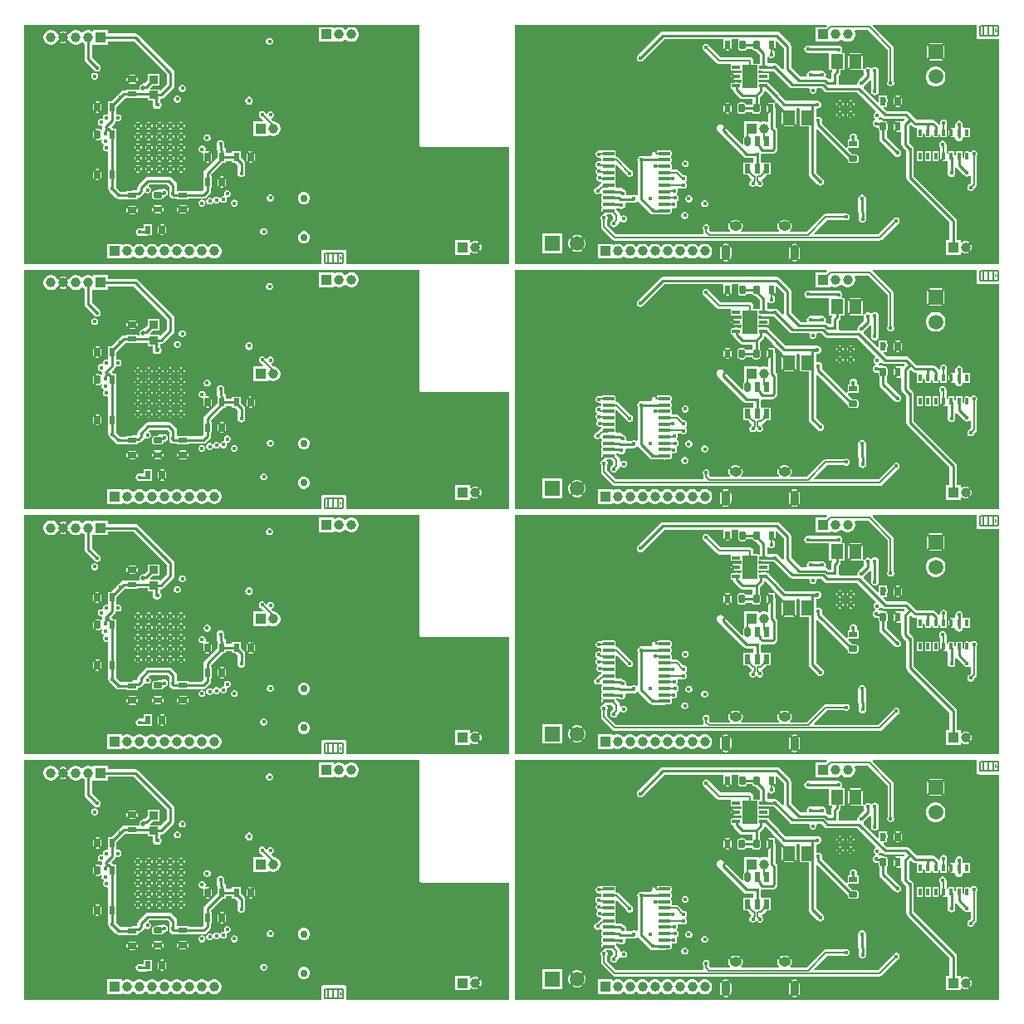
<source format=gbl>
G04*
G04 #@! TF.GenerationSoftware,Altium Limited,Altium Designer,21.0.9 (235)*
G04*
G04 Layer_Physical_Order=4*
G04 Layer_Color=16711680*
%FSLAX44Y44*%
%MOMM*%
G71*
G04*
G04 #@! TF.SameCoordinates,010FA0BD-CCEB-4461-B68A-2F08C8EAF3F4*
G04*
G04*
G04 #@! TF.FilePolarity,Positive*
G04*
G01*
G75*
%ADD10C,0.2000*%
%ADD11C,0.2540*%
%ADD14R,1.3000X1.5000*%
%ADD20R,0.9000X0.6000*%
G04:AMPARAMS|DCode=21|XSize=0.6mm|YSize=0.9mm|CornerRadius=0.15mm|HoleSize=0mm|Usage=FLASHONLY|Rotation=270.000|XOffset=0mm|YOffset=0mm|HoleType=Round|Shape=RoundedRectangle|*
%AMROUNDEDRECTD21*
21,1,0.6000,0.6000,0,0,270.0*
21,1,0.3000,0.9000,0,0,270.0*
1,1,0.3000,-0.3000,-0.1500*
1,1,0.3000,-0.3000,0.1500*
1,1,0.3000,0.3000,0.1500*
1,1,0.3000,0.3000,-0.1500*
%
%ADD21ROUNDEDRECTD21*%
%ADD22R,0.6000X0.9000*%
G04:AMPARAMS|DCode=23|XSize=0.6mm|YSize=0.9mm|CornerRadius=0.15mm|HoleSize=0mm|Usage=FLASHONLY|Rotation=0.000|XOffset=0mm|YOffset=0mm|HoleType=Round|Shape=RoundedRectangle|*
%AMROUNDEDRECTD23*
21,1,0.6000,0.6000,0,0,0.0*
21,1,0.3000,0.9000,0,0,0.0*
1,1,0.3000,0.1500,-0.3000*
1,1,0.3000,-0.1500,-0.3000*
1,1,0.3000,-0.1500,0.3000*
1,1,0.3000,0.1500,0.3000*
%
%ADD23ROUNDEDRECTD23*%
%ADD47C,0.1270*%
%ADD52C,0.7500*%
%ADD53R,1.5000X1.5000*%
%ADD54C,1.5000*%
%ADD55R,1.0000X1.0000*%
%ADD56C,1.0000*%
%ADD57R,1.5000X1.5000*%
%ADD58O,1.2500X0.9500*%
%ADD59O,0.9000X1.5500*%
%ADD60C,0.4500*%
%ADD61C,0.5000*%
G04:AMPARAMS|DCode=62|XSize=0.4mm|YSize=1.2mm|CornerRadius=0.05mm|HoleSize=0mm|Usage=FLASHONLY|Rotation=90.000|XOffset=0mm|YOffset=0mm|HoleType=Round|Shape=RoundedRectangle|*
%AMROUNDEDRECTD62*
21,1,0.4000,1.1000,0,0,90.0*
21,1,0.3000,1.2000,0,0,90.0*
1,1,0.1000,0.5500,0.1500*
1,1,0.1000,0.5500,-0.1500*
1,1,0.1000,-0.5500,-0.1500*
1,1,0.1000,-0.5500,0.1500*
%
%ADD62ROUNDEDRECTD62*%
G04:AMPARAMS|DCode=63|XSize=0.6mm|YSize=1mm|CornerRadius=0.15mm|HoleSize=0mm|Usage=FLASHONLY|Rotation=180.000|XOffset=0mm|YOffset=0mm|HoleType=Round|Shape=RoundedRectangle|*
%AMROUNDEDRECTD63*
21,1,0.6000,0.7000,0,0,180.0*
21,1,0.3000,1.0000,0,0,180.0*
1,1,0.3000,-0.1500,0.3500*
1,1,0.3000,0.1500,0.3500*
1,1,0.3000,0.1500,-0.3500*
1,1,0.3000,-0.1500,-0.3500*
%
%ADD63ROUNDEDRECTD63*%
%ADD64R,0.6000X1.0000*%
G04:AMPARAMS|DCode=65|XSize=0.4mm|YSize=0.9mm|CornerRadius=0.1mm|HoleSize=0mm|Usage=FLASHONLY|Rotation=270.000|XOffset=0mm|YOffset=0mm|HoleType=Round|Shape=RoundedRectangle|*
%AMROUNDEDRECTD65*
21,1,0.4000,0.7000,0,0,270.0*
21,1,0.2000,0.9000,0,0,270.0*
1,1,0.2000,-0.3500,-0.1000*
1,1,0.2000,-0.3500,0.1000*
1,1,0.2000,0.3500,0.1000*
1,1,0.2000,0.3500,-0.1000*
%
%ADD65ROUNDEDRECTD65*%
%ADD66R,0.9000X0.4000*%
%ADD67R,1.4900X2.3700*%
%ADD68R,0.3500X0.7500*%
G04:AMPARAMS|DCode=69|XSize=0.75mm|YSize=0.35mm|CornerRadius=0.0875mm|HoleSize=0mm|Usage=FLASHONLY|Rotation=90.000|XOffset=0mm|YOffset=0mm|HoleType=Round|Shape=RoundedRectangle|*
%AMROUNDEDRECTD69*
21,1,0.7500,0.1750,0,0,90.0*
21,1,0.5750,0.3500,0,0,90.0*
1,1,0.1750,0.0875,0.2875*
1,1,0.1750,0.0875,-0.2875*
1,1,0.1750,-0.0875,-0.2875*
1,1,0.1750,-0.0875,0.2875*
%
%ADD69ROUNDEDRECTD69*%
%ADD70R,0.9400X0.8900*%
G36*
X1245000Y1240432D02*
Y1239974D01*
X1243234D01*
Y1239000D01*
X1242735D01*
Y1239974D01*
X1242184D01*
Y1240432D01*
X1242735D01*
Y1243061D01*
X1243140D01*
X1245000Y1240432D01*
D02*
G37*
G36*
X577000Y1008432D02*
Y1007974D01*
X575234D01*
Y1007000D01*
X574735D01*
Y1007974D01*
X574184D01*
Y1008432D01*
X574735D01*
Y1011060D01*
X575140D01*
X577000Y1008432D01*
D02*
G37*
G36*
X655410Y1247000D02*
Y1125000D01*
X655608Y1124009D01*
X656169Y1123169D01*
X657009Y1122608D01*
X658000Y1122411D01*
X747000D01*
Y1003000D01*
X581590D01*
Y1015000D01*
X581393Y1015991D01*
X580831Y1016832D01*
X579991Y1017393D01*
X579000Y1017590D01*
X558000D01*
X557009Y1017393D01*
X556169Y1016832D01*
X555607Y1015991D01*
X555410Y1015000D01*
Y1003000D01*
X253000D01*
X253000Y1247000D01*
X655410Y1247000D01*
D02*
G37*
G36*
X1070626D02*
X1071152Y1245730D01*
X1069962Y1244540D01*
X1059460D01*
Y1229460D01*
X1074540D01*
Y1229806D01*
X1075810Y1230540D01*
X1076790Y1229974D01*
X1078707Y1229460D01*
X1080693D01*
X1082610Y1229974D01*
X1084330Y1230967D01*
X1085205Y1231842D01*
X1086050Y1232227D01*
X1086895Y1231842D01*
X1087770Y1230967D01*
X1089490Y1229974D01*
X1091407Y1229460D01*
X1093393D01*
X1095310Y1229974D01*
X1097030Y1230967D01*
X1098434Y1232371D01*
X1099426Y1234090D01*
X1099940Y1236008D01*
Y1237993D01*
X1099426Y1239911D01*
X1099202Y1240298D01*
X1099837Y1241398D01*
X1113024D01*
X1132926Y1221496D01*
Y1189053D01*
X1132643Y1188370D01*
Y1186970D01*
X1133179Y1185676D01*
X1134169Y1184686D01*
X1135463Y1184150D01*
X1136863D01*
X1138157Y1184686D01*
X1139147Y1185676D01*
X1139683Y1186970D01*
Y1188370D01*
X1139400Y1189053D01*
Y1222837D01*
X1139154Y1224076D01*
X1138452Y1225126D01*
X1117848Y1245730D01*
X1118374Y1247000D01*
X1223410Y1247000D01*
Y1235000D01*
X1223607Y1234009D01*
X1224169Y1233169D01*
X1225009Y1232608D01*
X1226000Y1232411D01*
X1247000D01*
X1247000Y1003000D01*
X753000D01*
X753000Y1247000D01*
X1070626Y1247000D01*
D02*
G37*
G36*
X1245000Y990432D02*
Y989974D01*
X1243234D01*
Y989000D01*
X1242735D01*
Y989974D01*
X1242184D01*
Y990432D01*
X1242735D01*
Y993060D01*
X1243140D01*
X1245000Y990432D01*
D02*
G37*
G36*
X577000Y758432D02*
Y757974D01*
X575234D01*
Y757000D01*
X574735D01*
Y757974D01*
X574184D01*
Y758432D01*
X574735D01*
Y761060D01*
X575140D01*
X577000Y758432D01*
D02*
G37*
G36*
X655410Y997000D02*
Y875000D01*
X655608Y874009D01*
X656169Y873169D01*
X657009Y872608D01*
X658000Y872410D01*
X747000D01*
Y753000D01*
X581590D01*
Y765000D01*
X581393Y765991D01*
X580831Y766831D01*
X579991Y767393D01*
X579000Y767590D01*
X558000D01*
X557009Y767393D01*
X556169Y766831D01*
X555607Y765991D01*
X555410Y765000D01*
Y753000D01*
X253000D01*
X253000Y997000D01*
X655410Y997000D01*
D02*
G37*
G36*
X1070626D02*
X1071152Y995730D01*
X1069962Y994540D01*
X1059460D01*
Y979460D01*
X1074540D01*
Y979806D01*
X1075810Y980540D01*
X1076790Y979974D01*
X1078707Y979460D01*
X1080693D01*
X1082610Y979974D01*
X1084330Y980967D01*
X1085205Y981842D01*
X1086050Y982226D01*
X1086895Y981842D01*
X1087770Y980967D01*
X1089490Y979974D01*
X1091407Y979460D01*
X1093393D01*
X1095310Y979974D01*
X1097030Y980967D01*
X1098434Y982371D01*
X1099426Y984090D01*
X1099940Y986008D01*
Y987993D01*
X1099426Y989911D01*
X1099202Y990298D01*
X1099837Y991398D01*
X1113024D01*
X1132926Y971496D01*
Y939053D01*
X1132643Y938370D01*
Y936970D01*
X1133179Y935676D01*
X1134169Y934686D01*
X1135463Y934150D01*
X1136863D01*
X1138157Y934686D01*
X1139147Y935676D01*
X1139683Y936970D01*
Y938370D01*
X1139400Y939053D01*
Y972837D01*
X1139154Y974076D01*
X1138452Y975126D01*
X1117848Y995730D01*
X1118374Y997000D01*
X1223410Y997000D01*
Y985000D01*
X1223607Y984009D01*
X1224169Y983169D01*
X1225009Y982608D01*
X1226000Y982410D01*
X1247000D01*
X1247000Y753000D01*
X753000D01*
X753000Y997000D01*
X1070626Y997000D01*
D02*
G37*
G36*
X1245000Y740432D02*
Y739974D01*
X1243234D01*
Y739000D01*
X1242735D01*
Y739974D01*
X1242184D01*
Y740432D01*
X1242735D01*
Y743060D01*
X1243140D01*
X1245000Y740432D01*
D02*
G37*
G36*
X577000Y508432D02*
Y507974D01*
X575234D01*
Y507000D01*
X574735D01*
Y507974D01*
X574184D01*
Y508432D01*
X574735D01*
Y511060D01*
X575140D01*
X577000Y508432D01*
D02*
G37*
G36*
X655410Y747000D02*
Y625000D01*
X655608Y624009D01*
X656169Y623169D01*
X657009Y622607D01*
X658000Y622410D01*
X747000D01*
Y503000D01*
X581590D01*
Y515000D01*
X581393Y515991D01*
X580831Y516831D01*
X579991Y517393D01*
X579000Y517590D01*
X558000D01*
X557009Y517393D01*
X556169Y516831D01*
X555607Y515991D01*
X555410Y515000D01*
Y503000D01*
X253000D01*
X253000Y747000D01*
X655410Y747000D01*
D02*
G37*
G36*
X1070626D02*
X1071152Y745730D01*
X1069962Y744540D01*
X1059460D01*
Y729460D01*
X1074540D01*
Y729806D01*
X1075810Y730540D01*
X1076790Y729974D01*
X1078707Y729460D01*
X1080693D01*
X1082610Y729974D01*
X1084330Y730967D01*
X1085205Y731842D01*
X1086050Y732226D01*
X1086895Y731842D01*
X1087770Y730967D01*
X1089490Y729974D01*
X1091407Y729460D01*
X1093393D01*
X1095310Y729974D01*
X1097030Y730967D01*
X1098434Y732371D01*
X1099426Y734090D01*
X1099940Y736008D01*
Y737993D01*
X1099426Y739911D01*
X1099202Y740298D01*
X1099837Y741398D01*
X1113024D01*
X1132926Y721496D01*
Y689053D01*
X1132643Y688370D01*
Y686970D01*
X1133179Y685676D01*
X1134169Y684686D01*
X1135463Y684150D01*
X1136863D01*
X1138157Y684686D01*
X1139147Y685676D01*
X1139683Y686970D01*
Y688370D01*
X1139400Y689053D01*
Y722837D01*
X1139154Y724076D01*
X1138452Y725126D01*
X1117848Y745730D01*
X1118374Y747000D01*
X1223410Y747000D01*
Y735000D01*
X1223607Y734009D01*
X1224169Y733169D01*
X1225009Y732607D01*
X1226000Y732410D01*
X1247000D01*
X1247000Y503000D01*
X753000D01*
X753000Y747000D01*
X1070626Y747000D01*
D02*
G37*
G36*
X1245000Y490432D02*
Y489974D01*
X1243234D01*
Y489000D01*
X1242735D01*
Y489974D01*
X1242184D01*
Y490432D01*
X1242735D01*
Y493060D01*
X1243140D01*
X1245000Y490432D01*
D02*
G37*
G36*
X577000Y258432D02*
Y257974D01*
X575234D01*
Y257000D01*
X574735D01*
Y257974D01*
X574184D01*
Y258432D01*
X574735D01*
Y261060D01*
X575140D01*
X577000Y258432D01*
D02*
G37*
G36*
X655410Y497000D02*
Y375000D01*
X655608Y374009D01*
X656169Y373169D01*
X657009Y372607D01*
X658000Y372410D01*
X747000D01*
Y253000D01*
X581590D01*
Y265000D01*
X581393Y265991D01*
X580831Y266831D01*
X579991Y267393D01*
X579000Y267590D01*
X558000D01*
X557009Y267393D01*
X556169Y266831D01*
X555607Y265991D01*
X555410Y265000D01*
Y253000D01*
X253000D01*
X253000Y497000D01*
X655410Y497000D01*
D02*
G37*
G36*
X1070626D02*
X1071152Y495730D01*
X1069962Y494540D01*
X1059460D01*
Y479460D01*
X1074540D01*
Y479806D01*
X1075810Y480540D01*
X1076790Y479974D01*
X1078707Y479460D01*
X1080693D01*
X1082610Y479974D01*
X1084330Y480967D01*
X1085205Y481842D01*
X1086050Y482226D01*
X1086895Y481842D01*
X1087770Y480967D01*
X1089490Y479974D01*
X1091407Y479460D01*
X1093393D01*
X1095310Y479974D01*
X1097030Y480967D01*
X1098434Y482370D01*
X1099426Y484090D01*
X1099940Y486007D01*
Y487993D01*
X1099426Y489910D01*
X1099202Y490298D01*
X1099837Y491398D01*
X1113024D01*
X1132926Y471496D01*
Y439053D01*
X1132643Y438370D01*
Y436970D01*
X1133179Y435676D01*
X1134169Y434686D01*
X1135463Y434150D01*
X1136863D01*
X1138157Y434686D01*
X1139147Y435676D01*
X1139683Y436970D01*
Y438370D01*
X1139400Y439053D01*
Y472837D01*
X1139154Y474076D01*
X1138452Y475126D01*
X1117848Y495730D01*
X1118374Y497000D01*
X1223410Y497000D01*
Y485000D01*
X1223607Y484009D01*
X1224169Y483169D01*
X1225009Y482607D01*
X1226000Y482410D01*
X1247000D01*
X1247000Y253000D01*
X753000D01*
X753000Y497000D01*
X1070626Y497000D01*
D02*
G37*
%LPC*%
G36*
X1243234Y1242251D02*
Y1240432D01*
X1244513D01*
X1243234Y1242251D01*
D02*
G37*
G36*
X575234Y1010251D02*
Y1008432D01*
X576513D01*
X575234Y1010251D01*
D02*
G37*
G36*
X587393Y1244540D02*
X585407D01*
X583490Y1244026D01*
X581770Y1243034D01*
X580697Y1241961D01*
X580050Y1241739D01*
X579403Y1241961D01*
X578330Y1243034D01*
X576610Y1244026D01*
X574693Y1244540D01*
X572707D01*
X570790Y1244026D01*
X569540Y1243305D01*
X568540Y1243860D01*
Y1244540D01*
X553460D01*
Y1229460D01*
X568540D01*
Y1230140D01*
X569540Y1230696D01*
X570790Y1229974D01*
X572707Y1229460D01*
X574693D01*
X576610Y1229974D01*
X578330Y1230967D01*
X579403Y1232040D01*
X580050Y1232262D01*
X580697Y1232040D01*
X581770Y1230967D01*
X583490Y1229974D01*
X585407Y1229460D01*
X587393D01*
X589310Y1229974D01*
X591030Y1230967D01*
X592434Y1232371D01*
X593426Y1234090D01*
X593940Y1236008D01*
Y1237993D01*
X593426Y1239911D01*
X592434Y1241630D01*
X591030Y1243034D01*
X589310Y1244026D01*
X587393Y1244540D01*
D02*
G37*
G36*
X338240Y1241540D02*
X323160D01*
Y1240860D01*
X322160Y1240305D01*
X320910Y1241026D01*
X318993Y1241540D01*
X317007D01*
X315090Y1241026D01*
X313370Y1240034D01*
X312297Y1238961D01*
X311650Y1238738D01*
X311003Y1238961D01*
X309930Y1240034D01*
X308210Y1241026D01*
X306293Y1241540D01*
X304307D01*
X302390Y1241026D01*
X300670Y1240034D01*
X299267Y1238630D01*
X298850Y1237909D01*
X298631Y1237825D01*
X298220Y1237824D01*
X294396Y1234000D01*
X298220Y1230177D01*
X298631Y1230175D01*
X298850Y1230092D01*
X299267Y1229371D01*
X300670Y1227967D01*
X302390Y1226974D01*
X304307Y1226460D01*
X306293D01*
X308210Y1226974D01*
X309930Y1227967D01*
X311003Y1229040D01*
X311650Y1229262D01*
X312297Y1229040D01*
X313370Y1227967D01*
X314116Y1227537D01*
Y1212000D01*
X314411Y1210514D01*
X315253Y1209253D01*
X324253Y1200253D01*
X325513Y1199411D01*
X327000Y1199116D01*
X328487Y1199411D01*
X329747Y1200253D01*
X330589Y1201514D01*
X330885Y1203000D01*
X330589Y1204487D01*
X329747Y1205747D01*
X321885Y1213609D01*
Y1226705D01*
X322160Y1226867D01*
X323160Y1226460D01*
Y1226460D01*
X338240D01*
Y1230116D01*
X364391D01*
X398115Y1196391D01*
Y1186609D01*
X391687Y1180180D01*
X390763Y1180563D01*
Y1180870D01*
X381363D01*
X380980Y1181794D01*
X384316Y1185130D01*
X390763D01*
Y1196570D01*
X378823D01*
Y1190624D01*
X375554Y1187356D01*
X375471D01*
X373984Y1187060D01*
X372724Y1186218D01*
X372717Y1186211D01*
X372621Y1186192D01*
X372132Y1185865D01*
X371972Y1185799D01*
X371849Y1185676D01*
X371361Y1185350D01*
X371034Y1184861D01*
X370911Y1184738D01*
X370845Y1184578D01*
X370518Y1184089D01*
X370404Y1183513D01*
X370337Y1183353D01*
Y1183179D01*
X370223Y1182603D01*
X370337Y1182026D01*
Y1181853D01*
X370404Y1181693D01*
X370506Y1181177D01*
X370506Y1181096D01*
X369943Y1180177D01*
X368770D01*
Y1180563D01*
X357230D01*
Y1180177D01*
X354293D01*
X352806Y1179882D01*
X351546Y1179040D01*
X341276Y1168770D01*
X338230D01*
Y1157230D01*
X338615D01*
Y1156122D01*
X337615Y1155453D01*
X337140Y1155650D01*
X335740D01*
X334446Y1155115D01*
X333456Y1154124D01*
X332920Y1152831D01*
Y1151551D01*
X332550Y1151152D01*
X332094Y1150810D01*
X331986Y1150855D01*
X330585D01*
X329291Y1150320D01*
X328301Y1149329D01*
X327766Y1148036D01*
Y1146635D01*
X328301Y1145341D01*
X329291Y1144351D01*
X330585Y1143816D01*
X331356D01*
X332194Y1142902D01*
X332115Y1142508D01*
X332386Y1141148D01*
X332076Y1140684D01*
X331999Y1140297D01*
X330997Y1139997D01*
X330081Y1140610D01*
X329000Y1140825D01*
X326000D01*
X325143Y1140654D01*
X328398Y1137398D01*
X326602Y1135602D01*
X323346Y1138858D01*
X323176Y1138000D01*
Y1132000D01*
X323346Y1131143D01*
X326602Y1134398D01*
X328398Y1132602D01*
X325143Y1129347D01*
X326000Y1129176D01*
X329000D01*
X330081Y1129391D01*
X330997Y1130003D01*
X331086Y1130136D01*
X331303Y1130322D01*
X332090Y1129902D01*
Y1129902D01*
X332121Y1129885D01*
X331990Y1129568D01*
X331741Y1128969D01*
Y1127569D01*
X332277Y1126275D01*
X333268Y1125285D01*
X333824Y1125054D01*
X334023Y1123889D01*
X333456Y1123322D01*
X332920Y1122029D01*
Y1120628D01*
X333456Y1119334D01*
X334446Y1118344D01*
X335740Y1117808D01*
X337140D01*
X337616Y1118005D01*
X338615Y1117337D01*
Y1099770D01*
X338230D01*
Y1088230D01*
X338615D01*
Y1079500D01*
X338911Y1078014D01*
X339753Y1076753D01*
X346253Y1070253D01*
X347514Y1069411D01*
X349000Y1069116D01*
X357230D01*
Y1068730D01*
X368770D01*
Y1070674D01*
X369250D01*
X370736Y1070970D01*
X371996Y1071812D01*
X374608Y1074424D01*
X375240Y1075368D01*
X376384Y1075639D01*
X376506Y1075516D01*
X377800Y1074980D01*
X379200D01*
X380494Y1075516D01*
X381484Y1076506D01*
X382020Y1077800D01*
Y1079200D01*
X381484Y1080494D01*
X380494Y1081484D01*
X380019Y1081681D01*
X379784Y1082861D01*
X380789Y1083866D01*
X398641D01*
X400615Y1081891D01*
Y1073500D01*
X400911Y1072014D01*
X401753Y1070753D01*
X403013Y1069911D01*
X404500Y1069616D01*
X408773D01*
Y1069230D01*
X420313D01*
Y1069616D01*
X435500D01*
X436987Y1069911D01*
X438247Y1070753D01*
X442247Y1074753D01*
X443089Y1076014D01*
X443385Y1077500D01*
Y1080688D01*
X443770D01*
Y1092228D01*
X443385D01*
Y1093891D01*
X455724Y1106230D01*
X458770D01*
Y1108116D01*
X464773D01*
Y1106230D01*
X467819D01*
X470323Y1103726D01*
Y1095208D01*
X470619Y1093721D01*
X471461Y1092461D01*
X472721Y1091619D01*
X474208Y1091323D01*
X475694Y1091619D01*
X476954Y1092461D01*
X477797Y1093721D01*
X478092Y1095208D01*
Y1105335D01*
X477797Y1106822D01*
X476954Y1108082D01*
X473313Y1111724D01*
Y1117770D01*
X464773D01*
Y1115885D01*
X458770D01*
Y1117770D01*
X458385D01*
Y1118218D01*
X458089Y1119705D01*
X457247Y1120965D01*
X457136Y1121076D01*
Y1125374D01*
X456841Y1126860D01*
X455999Y1128121D01*
X455846Y1128273D01*
X454585Y1129116D01*
X453099Y1129411D01*
X451612Y1129116D01*
X450352Y1128273D01*
X449510Y1127013D01*
X449214Y1125527D01*
X449367Y1124758D01*
Y1119467D01*
X449663Y1117980D01*
X450230Y1117131D01*
Y1111724D01*
X436753Y1098247D01*
X435911Y1096987D01*
X435616Y1095500D01*
Y1092228D01*
X435230D01*
Y1080688D01*
X435616D01*
Y1079109D01*
X433891Y1077385D01*
X420313D01*
Y1077770D01*
X408773D01*
X408385Y1078610D01*
Y1083500D01*
X408089Y1084987D01*
X407247Y1086247D01*
X402997Y1090497D01*
X401737Y1091339D01*
X400250Y1091635D01*
X379180D01*
X377693Y1091339D01*
X376433Y1090497D01*
X369115Y1083179D01*
X368273Y1081918D01*
X367977Y1080432D01*
Y1078780D01*
X367641Y1078444D01*
X364559D01*
X363072Y1078148D01*
X361812Y1077306D01*
X361776Y1077270D01*
X357230D01*
Y1076885D01*
X350609D01*
X346385Y1081109D01*
Y1088230D01*
X346770D01*
Y1099770D01*
X346385D01*
Y1129230D01*
X346770D01*
Y1140770D01*
X343724D01*
X341740Y1142754D01*
X345247Y1146261D01*
X346089Y1147522D01*
X346214Y1148152D01*
X347355Y1148761D01*
X347860Y1148552D01*
X349260D01*
X350554Y1149088D01*
X351544Y1150078D01*
X352080Y1151372D01*
Y1152773D01*
X351544Y1154066D01*
X350554Y1155056D01*
X349260Y1155592D01*
X347860D01*
X347385Y1155396D01*
X346385Y1156064D01*
Y1157230D01*
X346770D01*
Y1163277D01*
X355902Y1172408D01*
X357230D01*
Y1172023D01*
X368770D01*
Y1172408D01*
X378823D01*
Y1169430D01*
X383555D01*
Y1165000D01*
X383851Y1163514D01*
X384693Y1162253D01*
X385953Y1161411D01*
X387440Y1161116D01*
X389043D01*
X390529Y1161411D01*
X391790Y1162253D01*
X392632Y1163514D01*
X392927Y1165000D01*
Y1165368D01*
X392632Y1166855D01*
X391790Y1168115D01*
X391325Y1168426D01*
Y1169755D01*
X391812Y1170484D01*
X391967Y1171266D01*
X392150D01*
X393637Y1171561D01*
X394897Y1172403D01*
X404747Y1182253D01*
X405589Y1183514D01*
X405885Y1185000D01*
Y1198000D01*
X405589Y1199487D01*
X404747Y1200747D01*
X368747Y1236747D01*
X367487Y1237589D01*
X366000Y1237885D01*
X338240D01*
Y1241540D01*
D02*
G37*
G36*
X293847Y1240270D02*
X291353D01*
X289071Y1239325D01*
X292600Y1235796D01*
X296129Y1239325D01*
X293847Y1240270D01*
D02*
G37*
G36*
X292600Y1232204D02*
X289071Y1228675D01*
X291353Y1227730D01*
X293847D01*
X296129Y1228675D01*
X292600Y1232204D01*
D02*
G37*
G36*
X503700Y1233520D02*
X502300D01*
X501006Y1232984D01*
X500016Y1231994D01*
X499480Y1230700D01*
Y1229300D01*
X500016Y1228006D01*
X501006Y1227016D01*
X502300Y1226480D01*
X503700D01*
X504994Y1227016D01*
X505984Y1228006D01*
X506520Y1229300D01*
Y1230700D01*
X505984Y1231994D01*
X504994Y1232984D01*
X503700Y1233520D01*
D02*
G37*
G36*
X280893Y1241540D02*
X278908D01*
X276990Y1241026D01*
X275271Y1240034D01*
X273867Y1238630D01*
X272874Y1236911D01*
X272360Y1234993D01*
Y1233008D01*
X272874Y1231090D01*
X273867Y1229371D01*
X275271Y1227967D01*
X276990Y1226974D01*
X278908Y1226460D01*
X280893D01*
X282810Y1226974D01*
X284530Y1227967D01*
X285934Y1229371D01*
X286350Y1230092D01*
X286569Y1230175D01*
X286980Y1230177D01*
X290804Y1234000D01*
X286980Y1237824D01*
X286569Y1237825D01*
X286350Y1237909D01*
X285934Y1238630D01*
X284530Y1240034D01*
X282810Y1241026D01*
X280893Y1241540D01*
D02*
G37*
G36*
X325365Y1197855D02*
X323965D01*
X322671Y1197319D01*
X321681Y1196329D01*
X321145Y1195035D01*
Y1193635D01*
X321681Y1192341D01*
X322671Y1191351D01*
X323965Y1190815D01*
X325365D01*
X326659Y1191351D01*
X327649Y1192341D01*
X328185Y1193635D01*
Y1195035D01*
X327649Y1196329D01*
X326659Y1197319D01*
X325365Y1197855D01*
D02*
G37*
G36*
X368654Y1193650D02*
X366296Y1191293D01*
X368654Y1188935D01*
X368824Y1189793D01*
Y1192793D01*
X368654Y1193650D01*
D02*
G37*
G36*
X357346Y1193651D02*
X357176Y1192793D01*
Y1189793D01*
X357346Y1188935D01*
X359704Y1191293D01*
X357346Y1193651D01*
D02*
G37*
G36*
X366000Y1195617D02*
X360000D01*
X359142Y1195446D01*
X362398Y1192191D01*
X361500Y1191293D01*
X362398Y1190395D01*
X359142Y1187139D01*
X360000Y1186969D01*
X366000D01*
X366858Y1187139D01*
X363602Y1190395D01*
X364500Y1191293D01*
X363602Y1192191D01*
X366858Y1195446D01*
X366000Y1195617D01*
D02*
G37*
G36*
X414700Y1185520D02*
X413300D01*
X412006Y1184984D01*
X411016Y1183994D01*
X410480Y1182700D01*
Y1181300D01*
X411016Y1180006D01*
X412006Y1179016D01*
X413300Y1178480D01*
X414700D01*
X415994Y1179016D01*
X416984Y1180006D01*
X417520Y1181300D01*
Y1182700D01*
X416984Y1183994D01*
X415994Y1184984D01*
X414700Y1185520D01*
D02*
G37*
G36*
X409700Y1174520D02*
X408300D01*
X407006Y1173984D01*
X406016Y1172994D01*
X405480Y1171700D01*
Y1170300D01*
X406016Y1169006D01*
X407006Y1168016D01*
X408300Y1167480D01*
X409700D01*
X410994Y1168016D01*
X411984Y1169006D01*
X412520Y1170300D01*
Y1171700D01*
X411984Y1172994D01*
X410994Y1173984D01*
X409700Y1174520D01*
D02*
G37*
G36*
X329000Y1168824D02*
X326000D01*
X325143Y1168654D01*
X327500Y1166296D01*
X329858Y1168654D01*
X329000Y1168824D01*
D02*
G37*
G36*
X482000Y1173460D02*
X480513Y1173164D01*
X479253Y1172322D01*
X478411Y1171062D01*
X478116Y1169575D01*
Y1169045D01*
X478411Y1167558D01*
X479253Y1166298D01*
X480513Y1165456D01*
X482000Y1165160D01*
X483487Y1165456D01*
X484747Y1166298D01*
X485589Y1167558D01*
X485885Y1169045D01*
Y1169575D01*
X485589Y1171062D01*
X484747Y1172322D01*
X483487Y1173164D01*
X482000Y1173460D01*
D02*
G37*
G36*
X323346Y1166858D02*
X323176Y1166000D01*
Y1160000D01*
X323346Y1159143D01*
X326602Y1162398D01*
X327500Y1161500D01*
X328398Y1162398D01*
X331654Y1159143D01*
X331824Y1160000D01*
Y1166000D01*
X331654Y1166858D01*
X328398Y1163602D01*
X327500Y1164500D01*
X326602Y1163602D01*
X323346Y1166858D01*
D02*
G37*
G36*
X327500Y1159704D02*
X325143Y1157347D01*
X326000Y1157176D01*
X329000D01*
X329858Y1157347D01*
X327500Y1159704D01*
D02*
G37*
G36*
X413750Y1147770D02*
X412250D01*
X411385Y1147412D01*
X413000Y1145796D01*
X414616Y1147412D01*
X413750Y1147770D01*
D02*
G37*
G36*
X391750D02*
X390250D01*
X389385Y1147412D01*
X391000Y1145796D01*
X392616Y1147412D01*
X391750Y1147770D01*
D02*
G37*
G36*
X369750D02*
X368250D01*
X367385Y1147412D01*
X369000Y1145796D01*
X370616Y1147412D01*
X369750Y1147770D01*
D02*
G37*
G36*
X402750Y1147770D02*
X401250D01*
X400385Y1147412D01*
X402000Y1145796D01*
X403616Y1147412D01*
X402750Y1147770D01*
D02*
G37*
G36*
X380750D02*
X379250D01*
X378385Y1147412D01*
X380000Y1145796D01*
X381615Y1147412D01*
X380750Y1147770D01*
D02*
G37*
G36*
X416412Y1145616D02*
X414796Y1144000D01*
X416412Y1142385D01*
X416770Y1143250D01*
Y1144750D01*
X416412Y1145616D01*
D02*
G37*
G36*
X394412D02*
X392796Y1144000D01*
X394412Y1142385D01*
X394770Y1143250D01*
Y1144750D01*
X394412Y1145616D01*
D02*
G37*
G36*
X372412D02*
X370796Y1144000D01*
X372412Y1142385D01*
X372770Y1143250D01*
Y1144750D01*
X372412Y1145616D01*
D02*
G37*
G36*
X409589Y1145616D02*
X409230Y1144750D01*
Y1143250D01*
X409589Y1142385D01*
X411204Y1144000D01*
X409589Y1145616D01*
D02*
G37*
G36*
X387589D02*
X387230Y1144750D01*
Y1143250D01*
X387589Y1142385D01*
X389204Y1144000D01*
X387589Y1145616D01*
D02*
G37*
G36*
X365589D02*
X365230Y1144750D01*
Y1143250D01*
X365589Y1142385D01*
X367204Y1144000D01*
X365589Y1145616D01*
D02*
G37*
G36*
X405412Y1145616D02*
X403796Y1144000D01*
X405412Y1142385D01*
X405770Y1143250D01*
Y1144750D01*
X405412Y1145616D01*
D02*
G37*
G36*
X383412D02*
X381796Y1144000D01*
X383412Y1142385D01*
X383770Y1143250D01*
Y1144750D01*
X383412Y1145616D01*
D02*
G37*
G36*
X398589Y1145616D02*
X398230Y1144750D01*
Y1143250D01*
X398589Y1142385D01*
X400204Y1144000D01*
X398589Y1145616D01*
D02*
G37*
G36*
X376589D02*
X376230Y1144750D01*
Y1143250D01*
X376589Y1142385D01*
X378204Y1144000D01*
X376589Y1145616D01*
D02*
G37*
G36*
X413000Y1142204D02*
X411385Y1140589D01*
X412250Y1140230D01*
X413750D01*
X414616Y1140589D01*
X413000Y1142204D01*
D02*
G37*
G36*
X391000D02*
X389385Y1140589D01*
X390250Y1140230D01*
X391750D01*
X392616Y1140589D01*
X391000Y1142204D01*
D02*
G37*
G36*
X369000D02*
X367385Y1140589D01*
X368250Y1140230D01*
X369750D01*
X370616Y1140589D01*
X369000Y1142204D01*
D02*
G37*
G36*
X402000Y1142204D02*
X400385Y1140589D01*
X401250Y1140230D01*
X402750D01*
X403616Y1140589D01*
X402000Y1142204D01*
D02*
G37*
G36*
X380000D02*
X378385Y1140589D01*
X379250Y1140230D01*
X380750D01*
X381616Y1140589D01*
X380000Y1142204D01*
D02*
G37*
G36*
X413750Y1136770D02*
X412250D01*
X411385Y1136412D01*
X413000Y1134796D01*
X414616Y1136412D01*
X413750Y1136770D01*
D02*
G37*
G36*
X402750D02*
X401250D01*
X400385Y1136412D01*
X402000Y1134796D01*
X403616Y1136412D01*
X402750Y1136770D01*
D02*
G37*
G36*
X380750D02*
X379250D01*
X378385Y1136412D01*
X380000Y1134796D01*
X381615Y1136412D01*
X380750Y1136770D01*
D02*
G37*
G36*
X369750D02*
X368250D01*
X367385Y1136412D01*
X369000Y1134796D01*
X370616Y1136412D01*
X369750Y1136770D01*
D02*
G37*
G36*
X391750Y1136770D02*
X390250D01*
X389385Y1136412D01*
X391000Y1134796D01*
X392616Y1136412D01*
X391750Y1136770D01*
D02*
G37*
G36*
X496265Y1158918D02*
X494865D01*
X493571Y1158382D01*
X492581Y1157392D01*
X492045Y1156098D01*
Y1154698D01*
X492581Y1153404D01*
X493571Y1152414D01*
X494254Y1152131D01*
X496921Y1149464D01*
X496539Y1148540D01*
X486460D01*
Y1133460D01*
X501540D01*
Y1134140D01*
X502540Y1134696D01*
X503790Y1133974D01*
X505707Y1133460D01*
X507693D01*
X509610Y1133974D01*
X511330Y1134967D01*
X512734Y1136371D01*
X513726Y1138090D01*
X514240Y1140008D01*
Y1141993D01*
X513726Y1143911D01*
X512734Y1145630D01*
X511330Y1147034D01*
X509610Y1148026D01*
X507693Y1148540D01*
X507001D01*
X504985Y1150556D01*
X505248Y1151707D01*
X505994Y1152016D01*
X506984Y1153006D01*
X507520Y1154300D01*
Y1155700D01*
X506984Y1156994D01*
X505994Y1157984D01*
X504700Y1158520D01*
X503300D01*
X502006Y1157984D01*
X501016Y1156994D01*
X500707Y1156249D01*
X499556Y1155985D01*
X498832Y1156710D01*
X498549Y1157392D01*
X497559Y1158382D01*
X496265Y1158918D01*
D02*
G37*
G36*
X416412Y1134616D02*
X414796Y1133000D01*
X416412Y1131385D01*
X416770Y1132250D01*
Y1133750D01*
X416412Y1134616D01*
D02*
G37*
G36*
X405412D02*
X403796Y1133000D01*
X405412Y1131385D01*
X405770Y1132250D01*
Y1133750D01*
X405412Y1134616D01*
D02*
G37*
G36*
X383412D02*
X381796Y1133000D01*
X383412Y1131385D01*
X383770Y1132250D01*
Y1133750D01*
X383412Y1134616D01*
D02*
G37*
G36*
X372412D02*
X370796Y1133000D01*
X372412Y1131385D01*
X372770Y1132250D01*
Y1133750D01*
X372412Y1134616D01*
D02*
G37*
G36*
X409589Y1134616D02*
X409230Y1133750D01*
Y1132250D01*
X409589Y1131385D01*
X411204Y1133000D01*
X409589Y1134616D01*
D02*
G37*
G36*
X398589D02*
X398230Y1133750D01*
Y1132250D01*
X398589Y1131385D01*
X400204Y1133000D01*
X398589Y1134616D01*
D02*
G37*
G36*
X376589D02*
X376230Y1133750D01*
Y1132250D01*
X376589Y1131385D01*
X378204Y1133000D01*
X376589Y1134616D01*
D02*
G37*
G36*
X365589D02*
X365230Y1133750D01*
Y1132250D01*
X365589Y1131385D01*
X367204Y1133000D01*
X365589Y1134616D01*
D02*
G37*
G36*
X394412Y1134616D02*
X392796Y1133000D01*
X394412Y1131385D01*
X394770Y1132250D01*
Y1133750D01*
X394412Y1134616D01*
D02*
G37*
G36*
X387589Y1134616D02*
X387230Y1133750D01*
Y1132250D01*
X387589Y1131385D01*
X389204Y1133000D01*
X387589Y1134616D01*
D02*
G37*
G36*
X413000Y1131204D02*
X411385Y1129589D01*
X412250Y1129230D01*
X413750D01*
X414616Y1129589D01*
X413000Y1131204D01*
D02*
G37*
G36*
X402000D02*
X400385Y1129589D01*
X401250Y1129230D01*
X402750D01*
X403616Y1129589D01*
X402000Y1131204D01*
D02*
G37*
G36*
X380000D02*
X378385Y1129589D01*
X379250Y1129230D01*
X380750D01*
X381616Y1129589D01*
X380000Y1131204D01*
D02*
G37*
G36*
X369000D02*
X367385Y1129589D01*
X368250Y1129230D01*
X369750D01*
X370616Y1129589D01*
X369000Y1131204D01*
D02*
G37*
G36*
X391000Y1131204D02*
X389385Y1129589D01*
X390250Y1129230D01*
X391750D01*
X392616Y1129589D01*
X391000Y1131204D01*
D02*
G37*
G36*
X439973Y1135107D02*
X438573D01*
X437279Y1134571D01*
X436289Y1133581D01*
X435753Y1132287D01*
Y1130887D01*
X436289Y1129593D01*
X437279Y1128603D01*
X438573Y1128067D01*
X439973D01*
X441267Y1128603D01*
X442257Y1129593D01*
X442793Y1130887D01*
Y1132287D01*
X442257Y1133581D01*
X441267Y1134571D01*
X439973Y1135107D01*
D02*
G37*
G36*
X413750Y1125770D02*
X412250D01*
X411385Y1125412D01*
X413000Y1123796D01*
X414616Y1125412D01*
X413750Y1125770D01*
D02*
G37*
G36*
X402750D02*
X401250D01*
X400385Y1125412D01*
X402000Y1123796D01*
X403615Y1125412D01*
X402750Y1125770D01*
D02*
G37*
G36*
X391750D02*
X390250D01*
X389385Y1125412D01*
X391000Y1123796D01*
X392616Y1125412D01*
X391750Y1125770D01*
D02*
G37*
G36*
X380750D02*
X379250D01*
X378385Y1125412D01*
X380000Y1123796D01*
X381616Y1125412D01*
X380750Y1125770D01*
D02*
G37*
G36*
X369750D02*
X368250D01*
X367385Y1125412D01*
X369000Y1123796D01*
X370616Y1125412D01*
X369750Y1125770D01*
D02*
G37*
G36*
X416412Y1123616D02*
X414796Y1122000D01*
X416412Y1120385D01*
X416770Y1121250D01*
Y1122750D01*
X416412Y1123616D01*
D02*
G37*
G36*
X405412D02*
X403796Y1122000D01*
X405412Y1120385D01*
X405770Y1121250D01*
Y1122750D01*
X405412Y1123616D01*
D02*
G37*
G36*
X394412D02*
X392796Y1122000D01*
X394412Y1120385D01*
X394770Y1121250D01*
Y1122750D01*
X394412Y1123616D01*
D02*
G37*
G36*
X383412D02*
X381796Y1122000D01*
X383412Y1120385D01*
X383770Y1121250D01*
Y1122750D01*
X383412Y1123616D01*
D02*
G37*
G36*
X372412D02*
X370796Y1122000D01*
X372412Y1120385D01*
X372770Y1121250D01*
Y1122750D01*
X372412Y1123616D01*
D02*
G37*
G36*
X409589Y1123616D02*
X409230Y1122750D01*
Y1121250D01*
X409589Y1120385D01*
X411204Y1122000D01*
X409589Y1123616D01*
D02*
G37*
G36*
X398589D02*
X398230Y1122750D01*
Y1121250D01*
X398589Y1120385D01*
X400204Y1122000D01*
X398589Y1123616D01*
D02*
G37*
G36*
X387589D02*
X387230Y1122750D01*
Y1121250D01*
X387589Y1120385D01*
X389204Y1122000D01*
X387589Y1123616D01*
D02*
G37*
G36*
X376589D02*
X376230Y1122750D01*
Y1121250D01*
X376589Y1120385D01*
X378204Y1122000D01*
X376589Y1123616D01*
D02*
G37*
G36*
X365589D02*
X365230Y1122750D01*
Y1121250D01*
X365589Y1120385D01*
X367204Y1122000D01*
X365589Y1123616D01*
D02*
G37*
G36*
X413000Y1120204D02*
X411385Y1118589D01*
X412250Y1118230D01*
X413750D01*
X414616Y1118589D01*
X413000Y1120204D01*
D02*
G37*
G36*
X402000D02*
X400385Y1118589D01*
X401250Y1118230D01*
X402750D01*
X403616Y1118589D01*
X402000Y1120204D01*
D02*
G37*
G36*
X391000D02*
X389385Y1118589D01*
X390250Y1118230D01*
X391750D01*
X392616Y1118589D01*
X391000Y1120204D01*
D02*
G37*
G36*
X380000D02*
X378385Y1118589D01*
X379250Y1118230D01*
X380750D01*
X381616Y1118589D01*
X380000Y1120204D01*
D02*
G37*
G36*
X369000D02*
X367385Y1118589D01*
X368250Y1118230D01*
X369750D01*
X370616Y1118589D01*
X369000Y1120204D01*
D02*
G37*
G36*
X485543Y1117824D02*
X482543D01*
X481685Y1117654D01*
X484043Y1115296D01*
X486400Y1117654D01*
X485543Y1117824D01*
D02*
G37*
G36*
X391750Y1114770D02*
X390250D01*
X389385Y1114412D01*
X391000Y1112796D01*
X392616Y1114412D01*
X391750Y1114770D01*
D02*
G37*
G36*
X413750Y1114770D02*
X412250D01*
X411385Y1114412D01*
X413000Y1112796D01*
X414616Y1114412D01*
X413750Y1114770D01*
D02*
G37*
G36*
X402750D02*
X401250D01*
X400385Y1114412D01*
X402000Y1112796D01*
X403616Y1114412D01*
X402750Y1114770D01*
D02*
G37*
G36*
X380750D02*
X379250D01*
X378385Y1114412D01*
X380000Y1112796D01*
X381615Y1114412D01*
X380750Y1114770D01*
D02*
G37*
G36*
X369750D02*
X368250D01*
X367385Y1114412D01*
X369000Y1112796D01*
X370616Y1114412D01*
X369750Y1114770D01*
D02*
G37*
G36*
X488196Y1115858D02*
X484941Y1112602D01*
X484043Y1113500D01*
X483145Y1112602D01*
X479889Y1115858D01*
X479718Y1115000D01*
Y1109000D01*
X479889Y1108143D01*
X483145Y1111398D01*
X484043Y1110500D01*
X484941Y1111398D01*
X488196Y1108142D01*
X488367Y1109000D01*
Y1115000D01*
X488196Y1115858D01*
D02*
G37*
G36*
X394412Y1112616D02*
X392796Y1111000D01*
X394412Y1109385D01*
X394770Y1110250D01*
Y1111750D01*
X394412Y1112616D01*
D02*
G37*
G36*
X387589Y1112616D02*
X387230Y1111750D01*
Y1110250D01*
X387589Y1109385D01*
X389204Y1111000D01*
X387589Y1112616D01*
D02*
G37*
G36*
X416412Y1112616D02*
X414796Y1111000D01*
X416412Y1109385D01*
X416770Y1110250D01*
Y1111750D01*
X416412Y1112616D01*
D02*
G37*
G36*
X405412D02*
X403796Y1111000D01*
X405412Y1109385D01*
X405770Y1110250D01*
Y1111750D01*
X405412Y1112616D01*
D02*
G37*
G36*
X383412D02*
X381796Y1111000D01*
X383412Y1109385D01*
X383770Y1110250D01*
Y1111750D01*
X383412Y1112616D01*
D02*
G37*
G36*
X372412D02*
X370796Y1111000D01*
X372412Y1109385D01*
X372770Y1110250D01*
Y1111750D01*
X372412Y1112616D01*
D02*
G37*
G36*
X409589Y1112616D02*
X409230Y1111750D01*
Y1110250D01*
X409589Y1109385D01*
X411204Y1111000D01*
X409589Y1112616D01*
D02*
G37*
G36*
X398589D02*
X398230Y1111750D01*
Y1110250D01*
X398589Y1109385D01*
X400204Y1111000D01*
X398589Y1112616D01*
D02*
G37*
G36*
X376589D02*
X376230Y1111750D01*
Y1110250D01*
X376589Y1109385D01*
X378204Y1111000D01*
X376589Y1112616D01*
D02*
G37*
G36*
X365589D02*
X365230Y1111750D01*
Y1110250D01*
X365589Y1109385D01*
X367204Y1111000D01*
X365589Y1112616D01*
D02*
G37*
G36*
X434892Y1123527D02*
X433492D01*
X432198Y1122991D01*
X431208Y1122000D01*
X430672Y1120707D01*
Y1119306D01*
X431208Y1118013D01*
X432198Y1117022D01*
X433492Y1116487D01*
X434529D01*
X434566Y1116469D01*
X435199Y1115776D01*
X435289Y1115568D01*
X435176Y1115000D01*
Y1109000D01*
X435346Y1108143D01*
X438602Y1111398D01*
X439500Y1110500D01*
X440398Y1111398D01*
X443654Y1108143D01*
X443824Y1109000D01*
Y1115000D01*
X443654Y1115858D01*
X440398Y1112602D01*
X438602Y1114398D01*
X441858Y1117654D01*
X441000Y1117824D01*
X438181D01*
X437769Y1118229D01*
X437477Y1118740D01*
X437712Y1119306D01*
Y1120707D01*
X437176Y1122000D01*
X436186Y1122991D01*
X434892Y1123527D01*
D02*
G37*
G36*
X391000Y1109204D02*
X389385Y1107589D01*
X390250Y1107230D01*
X391750D01*
X392616Y1107589D01*
X391000Y1109204D01*
D02*
G37*
G36*
X413000Y1109204D02*
X411385Y1107589D01*
X412250Y1107230D01*
X413750D01*
X414616Y1107589D01*
X413000Y1109204D01*
D02*
G37*
G36*
X402000D02*
X400385Y1107589D01*
X401250Y1107230D01*
X402750D01*
X403616Y1107589D01*
X402000Y1109204D01*
D02*
G37*
G36*
X380000D02*
X378385Y1107589D01*
X379250Y1107230D01*
X380750D01*
X381616Y1107589D01*
X380000Y1109204D01*
D02*
G37*
G36*
X369000D02*
X367385Y1107589D01*
X368250Y1107230D01*
X369750D01*
X370616Y1107589D01*
X369000Y1109204D01*
D02*
G37*
G36*
X484043Y1108704D02*
X481685Y1106347D01*
X482543Y1106176D01*
X485543D01*
X486400Y1106347D01*
X484043Y1108704D01*
D02*
G37*
G36*
X439500D02*
X437142Y1106347D01*
X438000Y1106176D01*
X441000D01*
X441858Y1106347D01*
X439500Y1108704D01*
D02*
G37*
G36*
X402750Y1103770D02*
X401250D01*
X400385Y1103412D01*
X402000Y1101796D01*
X403616Y1103412D01*
X402750Y1103770D01*
D02*
G37*
G36*
X380750D02*
X379250D01*
X378385Y1103412D01*
X380000Y1101796D01*
X381615Y1103412D01*
X380750Y1103770D01*
D02*
G37*
G36*
X413750Y1103770D02*
X412250D01*
X411385Y1103412D01*
X413000Y1101796D01*
X414616Y1103412D01*
X413750Y1103770D01*
D02*
G37*
G36*
X391750D02*
X390250D01*
X389385Y1103412D01*
X391000Y1101796D01*
X392616Y1103412D01*
X391750Y1103770D01*
D02*
G37*
G36*
X369750D02*
X368250D01*
X367385Y1103412D01*
X369000Y1101796D01*
X370616Y1103412D01*
X369750Y1103770D01*
D02*
G37*
G36*
X405412Y1101616D02*
X403796Y1100000D01*
X405412Y1098385D01*
X405770Y1099250D01*
Y1100750D01*
X405412Y1101616D01*
D02*
G37*
G36*
X383412D02*
X381796Y1100000D01*
X383412Y1098385D01*
X383770Y1099250D01*
Y1100750D01*
X383412Y1101616D01*
D02*
G37*
G36*
X398589Y1101616D02*
X398230Y1100750D01*
Y1099250D01*
X398589Y1098385D01*
X400204Y1100000D01*
X398589Y1101616D01*
D02*
G37*
G36*
X376589D02*
X376230Y1100750D01*
Y1099250D01*
X376589Y1098385D01*
X378204Y1100000D01*
X376589Y1101616D01*
D02*
G37*
G36*
X416412Y1101616D02*
X414796Y1100000D01*
X416412Y1098385D01*
X416770Y1099250D01*
Y1100750D01*
X416412Y1101616D01*
D02*
G37*
G36*
X394412D02*
X392796Y1100000D01*
X394412Y1098385D01*
X394770Y1099250D01*
Y1100750D01*
X394412Y1101616D01*
D02*
G37*
G36*
X372412D02*
X370796Y1100000D01*
X372412Y1098385D01*
X372770Y1099250D01*
Y1100750D01*
X372412Y1101616D01*
D02*
G37*
G36*
X409589Y1101616D02*
X409230Y1100750D01*
Y1099250D01*
X409589Y1098385D01*
X411204Y1100000D01*
X409589Y1101616D01*
D02*
G37*
G36*
X387589D02*
X387230Y1100750D01*
Y1099250D01*
X387589Y1098385D01*
X389204Y1100000D01*
X387589Y1101616D01*
D02*
G37*
G36*
X365589D02*
X365230Y1100750D01*
Y1099250D01*
X365589Y1098385D01*
X367204Y1100000D01*
X365589Y1101616D01*
D02*
G37*
G36*
X329000Y1099825D02*
X326000D01*
X325143Y1099654D01*
X327500Y1097296D01*
X329858Y1099654D01*
X329000Y1099825D01*
D02*
G37*
G36*
X402000Y1098204D02*
X400385Y1096589D01*
X401250Y1096230D01*
X402750D01*
X403616Y1096589D01*
X402000Y1098204D01*
D02*
G37*
G36*
X380000D02*
X378385Y1096589D01*
X379250Y1096230D01*
X380750D01*
X381616Y1096589D01*
X380000Y1098204D01*
D02*
G37*
G36*
X413000Y1098204D02*
X411385Y1096589D01*
X412250Y1096230D01*
X413750D01*
X414616Y1096589D01*
X413000Y1098204D01*
D02*
G37*
G36*
X391000D02*
X389385Y1096589D01*
X390250Y1096230D01*
X391750D01*
X392616Y1096589D01*
X391000Y1098204D01*
D02*
G37*
G36*
X369000D02*
X367385Y1096589D01*
X368250Y1096230D01*
X369750D01*
X370616Y1096589D01*
X369000Y1098204D01*
D02*
G37*
G36*
X323346Y1097858D02*
X323176Y1097000D01*
Y1091000D01*
X323346Y1090143D01*
X326602Y1093398D01*
X327500Y1092500D01*
X328398Y1093398D01*
X331654Y1090143D01*
X331824Y1091000D01*
Y1097000D01*
X331654Y1097858D01*
X328398Y1094602D01*
X327500Y1095500D01*
X326602Y1094602D01*
X323346Y1097858D01*
D02*
G37*
G36*
X456000Y1092282D02*
X453000D01*
X452142Y1092111D01*
X454500Y1089754D01*
X456858Y1092111D01*
X456000Y1092282D01*
D02*
G37*
G36*
X327500Y1090704D02*
X325143Y1088346D01*
X326000Y1088176D01*
X329000D01*
X329858Y1088347D01*
X327500Y1090704D01*
D02*
G37*
G36*
X458654Y1090315D02*
X455398Y1087060D01*
X454500Y1087958D01*
X453602Y1087060D01*
X450346Y1090315D01*
X450176Y1089458D01*
Y1083458D01*
X450346Y1082600D01*
X453602Y1085856D01*
X454500Y1084958D01*
X455398Y1085856D01*
X458654Y1082600D01*
X458824Y1083458D01*
Y1089458D01*
X458654Y1090315D01*
D02*
G37*
G36*
X454500Y1083162D02*
X452142Y1080804D01*
X453000Y1080633D01*
X456000D01*
X456858Y1080804D01*
X454500Y1083162D01*
D02*
G37*
G36*
X460605Y1078128D02*
X459205D01*
X457911Y1077592D01*
X456921Y1076602D01*
X456385Y1075308D01*
Y1073908D01*
X456649Y1073270D01*
X455981Y1072270D01*
X455300D01*
X454006Y1071734D01*
X453016Y1070744D01*
X452878Y1070410D01*
X452591Y1070300D01*
X451734Y1070261D01*
X450954Y1071041D01*
X449660Y1071577D01*
X448260D01*
X446967Y1071041D01*
X445976Y1070050D01*
X445761Y1069532D01*
X444611Y1069367D01*
X443994Y1069984D01*
X442700Y1070520D01*
X441300D01*
X440006Y1069984D01*
X439016Y1068994D01*
X438480Y1067700D01*
Y1066300D01*
X439016Y1065006D01*
X440006Y1064016D01*
X441300Y1063480D01*
X442700D01*
X443994Y1064016D01*
X444984Y1065006D01*
X445199Y1065525D01*
X446349Y1065689D01*
X446967Y1065072D01*
X448260Y1064537D01*
X449660D01*
X450954Y1065072D01*
X451945Y1066063D01*
X452083Y1066396D01*
X452369Y1066507D01*
X453227Y1066545D01*
X454006Y1065766D01*
X455300Y1065230D01*
X456700D01*
X457994Y1065766D01*
X458984Y1066756D01*
X459520Y1068050D01*
Y1069450D01*
X459256Y1070088D01*
X459924Y1071088D01*
X460605D01*
X461899Y1071624D01*
X462889Y1072614D01*
X463425Y1073908D01*
Y1075308D01*
X462889Y1076602D01*
X461899Y1077592D01*
X460605Y1078128D01*
D02*
G37*
G36*
X395537Y1079510D02*
X395007D01*
X393521Y1079214D01*
X393160Y1078973D01*
X390588D01*
X389101Y1078677D01*
X387841Y1077835D01*
X387831Y1077824D01*
X386000D01*
X384919Y1077609D01*
X384003Y1076997D01*
X383391Y1076081D01*
X383176Y1075000D01*
Y1072000D01*
X383391Y1070919D01*
X384003Y1070003D01*
X384919Y1069391D01*
X386000Y1069176D01*
X392000D01*
X393081Y1069391D01*
X393997Y1070003D01*
X394609Y1070919D01*
X394674Y1071244D01*
X395957Y1071499D01*
X396648Y1071961D01*
X397024Y1072036D01*
X398284Y1072878D01*
X399127Y1074138D01*
X399422Y1075625D01*
X399127Y1077112D01*
X398284Y1078372D01*
X397024Y1079214D01*
X395537Y1079510D01*
D02*
G37*
G36*
X504448Y1073772D02*
X503048D01*
X501754Y1073236D01*
X500764Y1072246D01*
X500228Y1070953D01*
Y1069552D01*
X500764Y1068258D01*
X501754Y1067268D01*
X503048Y1066732D01*
X504448D01*
X505742Y1067268D01*
X506732Y1068258D01*
X507268Y1069552D01*
Y1070953D01*
X506732Y1072246D01*
X505742Y1073236D01*
X504448Y1073772D01*
D02*
G37*
G36*
X539251Y1076290D02*
X536749D01*
X534437Y1075333D01*
X532668Y1073563D01*
X531710Y1071251D01*
Y1068749D01*
X532668Y1066437D01*
X534437Y1064668D01*
X536749Y1063710D01*
X539251D01*
X541563Y1064668D01*
X543332Y1066437D01*
X544290Y1068749D01*
Y1071251D01*
X543332Y1073563D01*
X541563Y1075333D01*
X539251Y1076290D01*
D02*
G37*
G36*
X467700Y1068520D02*
X466300D01*
X465006Y1067984D01*
X464016Y1066994D01*
X463480Y1065700D01*
Y1064300D01*
X464016Y1063006D01*
X465006Y1062016D01*
X466300Y1061480D01*
X467700D01*
X468994Y1062016D01*
X469984Y1063006D01*
X470520Y1064300D01*
Y1065700D01*
X469984Y1066994D01*
X468994Y1067984D01*
X467700Y1068520D01*
D02*
G37*
G36*
X434700D02*
X433300D01*
X432006Y1067984D01*
X431016Y1066994D01*
X430480Y1065700D01*
Y1064300D01*
X431016Y1063006D01*
X432006Y1062016D01*
X433300Y1061480D01*
X434700D01*
X435994Y1062016D01*
X436984Y1063006D01*
X437520Y1064300D01*
Y1065700D01*
X436984Y1066994D01*
X435994Y1067984D01*
X434700Y1068520D01*
D02*
G37*
G36*
X420196Y1060858D02*
X417839Y1058500D01*
X420196Y1056143D01*
X420367Y1057000D01*
Y1060000D01*
X420196Y1060858D01*
D02*
G37*
G36*
X408889Y1060858D02*
X408718Y1060000D01*
Y1057000D01*
X408889Y1056143D01*
X411247Y1058500D01*
X408889Y1060858D01*
D02*
G37*
G36*
X394770Y1060974D02*
X392296Y1058500D01*
X394770Y1056026D01*
Y1060974D01*
D02*
G37*
G36*
X383230Y1060974D02*
Y1056026D01*
X385704Y1058500D01*
X383230Y1060974D01*
D02*
G37*
G36*
X368654Y1060358D02*
X366296Y1058000D01*
X368654Y1055643D01*
X368824Y1056500D01*
Y1059500D01*
X368654Y1060358D01*
D02*
G37*
G36*
X357346Y1060358D02*
X357176Y1059500D01*
Y1056500D01*
X357346Y1055643D01*
X359704Y1058000D01*
X357346Y1060358D01*
D02*
G37*
G36*
X392974Y1062770D02*
X385026D01*
X388398Y1059398D01*
X387500Y1058500D01*
X388398Y1057602D01*
X385026Y1054230D01*
X392974D01*
X389602Y1057602D01*
X390500Y1058500D01*
X389602Y1059398D01*
X392974Y1062770D01*
D02*
G37*
G36*
X417543Y1062824D02*
X411543D01*
X410685Y1062654D01*
X413941Y1059398D01*
X413043Y1058500D01*
X413941Y1057602D01*
X410685Y1054347D01*
X411543Y1054176D01*
X417543D01*
X418400Y1054347D01*
X415145Y1057602D01*
X416043Y1058500D01*
X415145Y1059398D01*
X418400Y1062654D01*
X417543Y1062824D01*
D02*
G37*
G36*
X366000Y1062325D02*
X360000D01*
X359142Y1062154D01*
X362398Y1058898D01*
X361500Y1058000D01*
X362398Y1057102D01*
X359142Y1053847D01*
X360000Y1053676D01*
X366000D01*
X366858Y1053847D01*
X363602Y1057102D01*
X364500Y1058000D01*
X363602Y1058898D01*
X366858Y1062154D01*
X366000Y1062325D01*
D02*
G37*
G36*
X395000Y1043782D02*
X392000D01*
X391142Y1043611D01*
X393500Y1041254D01*
X395858Y1043611D01*
X395000Y1043782D01*
D02*
G37*
G36*
X397654Y1041815D02*
X394398Y1038560D01*
X393500Y1039458D01*
X392602Y1038560D01*
X389346Y1041815D01*
X389176Y1040958D01*
Y1034958D01*
X389346Y1034100D01*
X392602Y1037356D01*
X393500Y1036458D01*
X394398Y1037356D01*
X397654Y1034100D01*
X397824Y1034958D01*
Y1040958D01*
X397654Y1041815D01*
D02*
G37*
G36*
X497700Y1039520D02*
X496300D01*
X495006Y1038984D01*
X494016Y1037994D01*
X493480Y1036700D01*
Y1035300D01*
X494016Y1034006D01*
X495006Y1033016D01*
X496300Y1032480D01*
X497700D01*
X498994Y1033016D01*
X499984Y1034006D01*
X500520Y1035300D01*
Y1036700D01*
X499984Y1037994D01*
X498994Y1038984D01*
X497700Y1039520D01*
D02*
G37*
G36*
X393500Y1034662D02*
X391142Y1032304D01*
X392000Y1032133D01*
X395000D01*
X395858Y1032304D01*
X393500Y1034662D01*
D02*
G37*
G36*
X382770Y1043728D02*
X374230D01*
Y1039475D01*
X370422D01*
X368936Y1039180D01*
X367675Y1038338D01*
X366833Y1037077D01*
X366538Y1035591D01*
X366833Y1034104D01*
X367675Y1032844D01*
X368936Y1032002D01*
X370422Y1031706D01*
X376770D01*
X378257Y1032002D01*
X378535Y1032188D01*
X382770D01*
Y1043728D01*
D02*
G37*
G36*
X539251Y1036290D02*
X536749D01*
X534437Y1035333D01*
X532668Y1033563D01*
X531710Y1031251D01*
Y1028749D01*
X532668Y1026437D01*
X534437Y1024668D01*
X536749Y1023710D01*
X539251D01*
X541563Y1024668D01*
X543332Y1026437D01*
X544290Y1028749D01*
Y1031251D01*
X543332Y1033563D01*
X541563Y1035333D01*
X539251Y1036290D01*
D02*
G37*
G36*
X447593Y1023540D02*
X445607D01*
X443690Y1023026D01*
X441970Y1022034D01*
X440897Y1020961D01*
X440250Y1020739D01*
X439603Y1020961D01*
X438530Y1022034D01*
X436810Y1023026D01*
X434893Y1023540D01*
X432907D01*
X430990Y1023026D01*
X429270Y1022034D01*
X428197Y1020961D01*
X427550Y1020739D01*
X426903Y1020961D01*
X425830Y1022034D01*
X424110Y1023026D01*
X422193Y1023540D01*
X420207D01*
X418290Y1023026D01*
X416570Y1022034D01*
X415497Y1020961D01*
X414850Y1020739D01*
X414203Y1020961D01*
X413130Y1022034D01*
X411410Y1023026D01*
X409493Y1023540D01*
X407507D01*
X405590Y1023026D01*
X403870Y1022034D01*
X402797Y1020961D01*
X402150Y1020739D01*
X401503Y1020961D01*
X400430Y1022034D01*
X398710Y1023026D01*
X396793Y1023540D01*
X394807D01*
X392890Y1023026D01*
X391170Y1022034D01*
X390097Y1020961D01*
X389450Y1020739D01*
X388803Y1020961D01*
X387730Y1022034D01*
X386010Y1023026D01*
X384093Y1023540D01*
X382107D01*
X380190Y1023026D01*
X378470Y1022034D01*
X377397Y1020961D01*
X376750Y1020739D01*
X376103Y1020961D01*
X375030Y1022034D01*
X373310Y1023026D01*
X371393Y1023540D01*
X369407D01*
X367490Y1023026D01*
X365770Y1022034D01*
X364697Y1020961D01*
X364050Y1020739D01*
X363403Y1020961D01*
X362330Y1022034D01*
X360610Y1023026D01*
X358693Y1023540D01*
X356707D01*
X354790Y1023026D01*
X353540Y1022305D01*
X352540Y1022860D01*
Y1023540D01*
X337460D01*
Y1008460D01*
X352540D01*
Y1009140D01*
X353540Y1009696D01*
X354790Y1008974D01*
X356707Y1008460D01*
X358693D01*
X360610Y1008974D01*
X362330Y1009967D01*
X363403Y1011040D01*
X364050Y1011262D01*
X364697Y1011040D01*
X365770Y1009967D01*
X367490Y1008974D01*
X369407Y1008460D01*
X371393D01*
X373310Y1008974D01*
X375030Y1009967D01*
X376103Y1011040D01*
X376750Y1011262D01*
X377397Y1011040D01*
X378470Y1009967D01*
X380190Y1008974D01*
X382107Y1008460D01*
X384093D01*
X386010Y1008974D01*
X387730Y1009967D01*
X388803Y1011040D01*
X389450Y1011262D01*
X390097Y1011040D01*
X391170Y1009967D01*
X392890Y1008974D01*
X394807Y1008460D01*
X396793D01*
X398710Y1008974D01*
X400430Y1009967D01*
X401503Y1011040D01*
X402150Y1011262D01*
X402797Y1011040D01*
X403870Y1009967D01*
X405590Y1008974D01*
X407507Y1008460D01*
X409493D01*
X411410Y1008974D01*
X413130Y1009967D01*
X414203Y1011040D01*
X414850Y1011262D01*
X415497Y1011040D01*
X416570Y1009967D01*
X418290Y1008974D01*
X420207Y1008460D01*
X422193D01*
X424110Y1008974D01*
X425830Y1009967D01*
X426903Y1011040D01*
X427550Y1011262D01*
X428197Y1011040D01*
X429270Y1009967D01*
X430990Y1008974D01*
X432907Y1008460D01*
X434893D01*
X436810Y1008974D01*
X438530Y1009967D01*
X439603Y1011040D01*
X440250Y1011262D01*
X440897Y1011040D01*
X441970Y1009967D01*
X443690Y1008974D01*
X445607Y1008460D01*
X447593D01*
X449510Y1008974D01*
X451230Y1009967D01*
X452634Y1011371D01*
X453626Y1013090D01*
X454140Y1015008D01*
Y1016993D01*
X453626Y1018911D01*
X452634Y1020630D01*
X451230Y1022034D01*
X449510Y1023026D01*
X447593Y1023540D01*
D02*
G37*
G36*
X718025Y1023529D02*
X714496Y1020000D01*
X718025Y1016471D01*
X718970Y1018753D01*
Y1021247D01*
X718025Y1023529D01*
D02*
G37*
G36*
X707540Y1027540D02*
X692460D01*
Y1012460D01*
X707540D01*
Y1014987D01*
X708464Y1015369D01*
X709148Y1014685D01*
X711453Y1013730D01*
X713947D01*
X716229Y1014675D01*
X711802Y1019102D01*
X712700Y1020000D01*
X711802Y1020898D01*
X716229Y1025325D01*
X713947Y1026270D01*
X711453D01*
X709148Y1025316D01*
X708464Y1024631D01*
X707540Y1025014D01*
Y1027540D01*
D02*
G37*
G36*
X1188974Y1228170D02*
X1175026D01*
X1182000Y1221196D01*
X1188974Y1228170D01*
D02*
G37*
G36*
X969957Y1222997D02*
X967484Y1220523D01*
X972431D01*
X969957Y1222997D01*
D02*
G37*
G36*
X1173230Y1226374D02*
Y1212426D01*
X1180204Y1219400D01*
X1173230Y1226374D01*
D02*
G37*
G36*
X1190770Y1226374D02*
X1183796Y1219400D01*
X1190770Y1212426D01*
Y1226374D01*
D02*
G37*
G36*
X1106244Y1218296D02*
X1094296D01*
X1100270Y1212322D01*
X1106244Y1218296D01*
D02*
G37*
G36*
X1182000Y1217604D02*
X1175026Y1210630D01*
X1188974D01*
X1182000Y1217604D01*
D02*
G37*
G36*
X1020000Y1239885D02*
X904077D01*
X902590Y1239589D01*
X901330Y1238747D01*
X878292Y1215709D01*
X877450Y1214448D01*
X877154Y1212962D01*
X877450Y1211475D01*
X878292Y1210215D01*
X879552Y1209373D01*
X881039Y1209077D01*
X882525Y1209373D01*
X883785Y1210215D01*
X905686Y1232116D01*
X964439D01*
X965687Y1232063D01*
X965687Y1230846D01*
Y1222319D01*
X969059Y1225691D01*
X969957Y1224793D01*
X970855Y1225691D01*
X974228Y1222319D01*
X974228Y1232063D01*
X975475Y1232116D01*
X980584D01*
X981163Y1230846D01*
X980848Y1230374D01*
X980633Y1229293D01*
Y1223293D01*
X980848Y1222212D01*
X981460Y1221296D01*
X982377Y1220684D01*
X983457Y1220469D01*
X986457D01*
X987538Y1220684D01*
X988455Y1221296D01*
X989067Y1222212D01*
X989106Y1222408D01*
X995352D01*
X995391Y1222212D01*
X996003Y1221296D01*
X996919Y1220684D01*
X998000Y1220469D01*
X998331D01*
X1002715Y1216084D01*
Y1206770D01*
X1001370D01*
Y1207120D01*
X996259D01*
Y1210350D01*
X995985Y1211731D01*
X995202Y1212903D01*
X994031Y1213685D01*
X992650Y1213960D01*
X963145D01*
X950552Y1226552D01*
X949381Y1227335D01*
X948000Y1227610D01*
X946619Y1227335D01*
X945448Y1226552D01*
X944666Y1225381D01*
X944391Y1224000D01*
X944666Y1222619D01*
X945448Y1221448D01*
X959098Y1207798D01*
X960269Y1207016D01*
X961650Y1206741D01*
X972930D01*
Y1200230D01*
X983930D01*
Y1197270D01*
X974726D01*
X977098Y1194898D01*
X976200Y1194000D01*
X977098Y1193102D01*
X974726Y1190730D01*
X983930D01*
Y1188602D01*
X983715Y1188356D01*
X982660Y1187723D01*
X982200Y1187815D01*
X980597D01*
X980187Y1188089D01*
X978700Y1188385D01*
X977214Y1188089D01*
X976803Y1187815D01*
X975200D01*
X974314Y1187638D01*
X973564Y1187137D01*
X973062Y1186386D01*
X972886Y1185500D01*
Y1183500D01*
X973062Y1182615D01*
X973564Y1181864D01*
X974314Y1181362D01*
X975115Y1181203D01*
Y1181000D01*
X975411Y1179514D01*
X976253Y1178253D01*
X982253Y1172253D01*
X983513Y1171411D01*
X985000Y1171116D01*
X995158D01*
Y1166125D01*
X994933Y1165788D01*
X994894Y1165592D01*
X988648D01*
X988609Y1165788D01*
X987997Y1166705D01*
X987081Y1167317D01*
X986000Y1167532D01*
X983000D01*
X981919Y1167317D01*
X981003Y1166705D01*
X980391Y1165788D01*
X980176Y1164708D01*
Y1158708D01*
X980391Y1157627D01*
X981003Y1156711D01*
X981919Y1156098D01*
X983000Y1155883D01*
X986000D01*
X987081Y1156098D01*
X987997Y1156711D01*
X988609Y1157627D01*
X988648Y1157823D01*
X994894D01*
X994933Y1157627D01*
X995546Y1156711D01*
X996462Y1156098D01*
X997543Y1155883D01*
X1000543D01*
X1001623Y1156098D01*
X1002540Y1156711D01*
X1003152Y1157627D01*
X1003367Y1158708D01*
Y1164708D01*
X1003152Y1165788D01*
X1002927Y1166125D01*
Y1173434D01*
X1006117Y1176623D01*
X1006959Y1177884D01*
X1007203Y1179108D01*
X1007910Y1179479D01*
X1008525Y1179582D01*
X1014995Y1173112D01*
X1015040Y1172885D01*
X1015882Y1171624D01*
X1019074Y1168432D01*
X1018233Y1167478D01*
X1017076Y1167478D01*
X1011569D01*
X1014941Y1164106D01*
X1013145Y1162310D01*
X1009773Y1165682D01*
Y1157734D01*
X1013145Y1161106D01*
X1014941Y1159310D01*
X1011086Y1155454D01*
Y1148445D01*
X1009986Y1147810D01*
X1009610Y1148026D01*
X1007693Y1148540D01*
X1005707D01*
X1003790Y1148026D01*
X1002810Y1147461D01*
X1001540Y1148194D01*
Y1148540D01*
X986460D01*
Y1133460D01*
X986460D01*
X986370Y1132227D01*
X986176Y1131250D01*
Y1125154D01*
X984906Y1124628D01*
X965267Y1144267D01*
X964007Y1145109D01*
X962520Y1145405D01*
X961033Y1145109D01*
X959773Y1144267D01*
X958931Y1143007D01*
X958635Y1141520D01*
X958931Y1140034D01*
X959773Y1138773D01*
X986293Y1112253D01*
X987553Y1111411D01*
X989040Y1111116D01*
X996115D01*
Y1107631D01*
X995730Y1106520D01*
X994770D01*
Y1106520D01*
X994460Y1106520D01*
X986230D01*
Y1093980D01*
X990168D01*
X990576Y1093370D01*
X992076Y1091870D01*
X992076Y1091870D01*
X993620Y1090326D01*
X993849Y1090173D01*
X994028Y1088556D01*
X993475Y1088003D01*
X992831Y1087039D01*
X992780Y1086988D01*
X992244Y1085695D01*
Y1084294D01*
X992780Y1083001D01*
X993770Y1082010D01*
X995064Y1081475D01*
X996464D01*
X997758Y1082010D01*
X998559Y1082812D01*
X999188Y1082949D01*
X1000060Y1082848D01*
X1000810Y1082097D01*
X1002104Y1081562D01*
X1003504D01*
X1004798Y1082097D01*
X1005788Y1083088D01*
X1006324Y1084381D01*
Y1085782D01*
X1005788Y1087076D01*
X1005386Y1087477D01*
X1005093Y1087916D01*
X1004787Y1088222D01*
X1005205Y1089600D01*
X1005330Y1089624D01*
X1006381Y1090326D01*
X1009424Y1093370D01*
X1009832Y1093980D01*
X1013770D01*
Y1106520D01*
X1005540D01*
X1005230Y1106520D01*
Y1106520D01*
X1005155D01*
X1003885Y1107631D01*
Y1114209D01*
X1004992Y1115228D01*
X1005129Y1115256D01*
X1005574Y1115168D01*
X1015564D01*
X1017051Y1115463D01*
X1018311Y1116305D01*
X1019799Y1117793D01*
X1020641Y1119054D01*
X1020937Y1120540D01*
Y1138869D01*
X1020641Y1140356D01*
X1019799Y1141616D01*
X1018855Y1142560D01*
Y1160780D01*
X1018559Y1162267D01*
X1018313Y1162636D01*
Y1166210D01*
X1018313Y1167398D01*
X1019267Y1168240D01*
X1024681Y1162825D01*
X1025856Y1162040D01*
X1025869Y1161948D01*
X1025667Y1161630D01*
X1033398Y1153898D01*
X1031602Y1152102D01*
X1024730Y1158974D01*
Y1145026D01*
X1031602Y1151898D01*
X1032500Y1151000D01*
X1033398Y1151898D01*
X1040270Y1145026D01*
Y1160418D01*
X1040270Y1160770D01*
X1041121Y1161688D01*
X1042879D01*
X1043730Y1160770D01*
Y1143230D01*
X1052390D01*
Y1094726D01*
X1052686Y1093239D01*
X1053528Y1091979D01*
X1061668Y1083838D01*
X1062928Y1082996D01*
X1064415Y1082701D01*
X1065902Y1082996D01*
X1067162Y1083838D01*
X1068004Y1085099D01*
X1068300Y1086585D01*
X1068004Y1088072D01*
X1067162Y1089332D01*
X1060159Y1096335D01*
Y1139688D01*
X1061332Y1140174D01*
X1092176Y1109331D01*
Y1109000D01*
X1092391Y1107919D01*
X1093003Y1107003D01*
X1093919Y1106391D01*
X1095000Y1106176D01*
X1101000D01*
X1102081Y1106391D01*
X1102997Y1107003D01*
X1103609Y1107919D01*
X1103824Y1109000D01*
Y1112000D01*
X1103609Y1113081D01*
X1102997Y1113997D01*
X1102081Y1114610D01*
X1101000Y1114825D01*
X1097670D01*
X1092534Y1119960D01*
X1093060Y1121230D01*
X1103770D01*
Y1129770D01*
X1101885D01*
Y1132000D01*
X1101589Y1133487D01*
X1100747Y1134747D01*
X1099487Y1135589D01*
X1098000Y1135885D01*
X1096514Y1135589D01*
X1095253Y1134747D01*
X1094411Y1133487D01*
X1094115Y1132000D01*
Y1129770D01*
X1092230D01*
Y1122060D01*
X1090960Y1121534D01*
X1066219Y1146275D01*
Y1149000D01*
X1065923Y1150487D01*
X1065081Y1151747D01*
X1063821Y1152589D01*
X1062335Y1152885D01*
X1061429Y1152705D01*
X1060159Y1153540D01*
Y1161313D01*
X1061247D01*
X1062734Y1161608D01*
X1063994Y1162450D01*
X1064369Y1162825D01*
X1065211Y1164086D01*
X1065507Y1165572D01*
X1065211Y1167059D01*
X1064369Y1168319D01*
X1063109Y1169161D01*
X1061622Y1169457D01*
X1029037D01*
X1022263Y1176231D01*
X1022218Y1176458D01*
X1021376Y1177718D01*
X1012370Y1186724D01*
Y1187770D01*
X1011064D01*
X1010587Y1188089D01*
X1009100Y1188385D01*
X1004100D01*
X1002640Y1188094D01*
X1002613Y1188089D01*
X1001370Y1188736D01*
Y1190730D01*
X1012370D01*
Y1197270D01*
X1001370D01*
Y1200230D01*
X1004636D01*
X1005114Y1199911D01*
X1006600Y1199616D01*
X1016891D01*
X1033193Y1183313D01*
X1034454Y1182471D01*
X1035940Y1182176D01*
X1052717D01*
X1053565Y1180906D01*
X1053480Y1180700D01*
Y1179300D01*
X1054016Y1178006D01*
X1055006Y1177016D01*
X1056300Y1176480D01*
X1057700D01*
X1058994Y1177016D01*
X1059984Y1178006D01*
X1060520Y1179300D01*
Y1180700D01*
X1060435Y1180906D01*
X1061284Y1182176D01*
X1065481D01*
X1068793Y1178863D01*
X1070053Y1178021D01*
X1071540Y1177726D01*
X1102157D01*
X1120908Y1158974D01*
X1120610Y1157476D01*
X1120148Y1157284D01*
X1119158Y1156294D01*
X1118622Y1155000D01*
Y1153600D01*
X1119158Y1152306D01*
X1120148Y1151316D01*
X1120327Y1151242D01*
X1120197Y1149921D01*
X1120080Y1149898D01*
X1118820Y1149056D01*
X1117978Y1147796D01*
X1117682Y1146309D01*
X1117978Y1144822D01*
X1118820Y1143562D01*
X1119195Y1143187D01*
X1120455Y1142345D01*
X1121942Y1142049D01*
X1124176D01*
Y1140000D01*
X1124391Y1138920D01*
X1124615Y1138583D01*
Y1130500D01*
X1124911Y1129014D01*
X1125753Y1127753D01*
X1140253Y1113253D01*
X1141514Y1112411D01*
X1143000Y1112116D01*
X1144487Y1112411D01*
X1145747Y1113253D01*
X1146589Y1114514D01*
X1146885Y1116000D01*
X1146589Y1117487D01*
X1145747Y1118747D01*
X1132385Y1132109D01*
Y1138583D01*
X1132609Y1138920D01*
X1132824Y1140000D01*
Y1146000D01*
X1132609Y1147081D01*
X1131997Y1147997D01*
X1131081Y1148609D01*
X1130000Y1148824D01*
X1129319D01*
X1128274Y1149523D01*
X1126788Y1149819D01*
X1123840D01*
X1123587Y1151089D01*
X1124136Y1151316D01*
X1125126Y1152306D01*
X1125318Y1152768D01*
X1126816Y1153066D01*
X1127629Y1152253D01*
X1128889Y1151411D01*
X1130376Y1151116D01*
X1149826D01*
X1150352Y1149846D01*
X1149040Y1148534D01*
X1147770Y1148770D01*
Y1148770D01*
X1147770Y1148770D01*
X1141026D01*
X1144398Y1145398D01*
X1142602Y1143602D01*
X1139230Y1146974D01*
Y1139026D01*
X1142602Y1142398D01*
X1144398Y1140602D01*
X1141026Y1137230D01*
X1147115D01*
Y1125000D01*
X1147411Y1123514D01*
X1148253Y1122253D01*
X1152115Y1118391D01*
Y1091000D01*
X1152411Y1089514D01*
X1153253Y1088253D01*
X1196115Y1045391D01*
Y1027540D01*
X1192460D01*
Y1012460D01*
X1207540D01*
Y1014634D01*
X1208713Y1015120D01*
X1209148Y1014685D01*
X1211453Y1013730D01*
X1213947D01*
X1216229Y1014675D01*
X1211802Y1019102D01*
X1212700Y1020000D01*
X1211802Y1020898D01*
X1216229Y1025325D01*
X1213947Y1026270D01*
X1211453D01*
X1209148Y1025316D01*
X1208713Y1024881D01*
X1207540Y1025367D01*
Y1027540D01*
X1203885D01*
Y1047000D01*
X1203589Y1048487D01*
X1202747Y1049747D01*
X1159885Y1092609D01*
Y1120000D01*
X1159589Y1121487D01*
X1158747Y1122747D01*
X1154885Y1126609D01*
Y1143391D01*
X1156500Y1145006D01*
X1158253Y1143253D01*
X1159513Y1142411D01*
X1161000Y1142116D01*
X1161750D01*
X1162980Y1142020D01*
X1162980Y1140846D01*
Y1131980D01*
X1169020D01*
Y1135997D01*
X1170290Y1136122D01*
X1170411Y1135514D01*
X1170980Y1134662D01*
Y1131980D01*
X1177020D01*
Y1134148D01*
X1178093Y1134578D01*
X1178388Y1134555D01*
X1178980Y1133935D01*
Y1131980D01*
X1185020D01*
Y1134662D01*
X1185589Y1135514D01*
X1185676Y1135953D01*
X1186971Y1135953D01*
X1186980Y1135908D01*
Y1131980D01*
X1193020D01*
Y1135908D01*
X1193237Y1137000D01*
Y1145617D01*
X1193520Y1146300D01*
Y1147700D01*
X1192984Y1148994D01*
X1191994Y1149984D01*
X1190700Y1150520D01*
X1189300D01*
X1188006Y1149984D01*
X1187016Y1148994D01*
X1186480Y1147700D01*
Y1146300D01*
X1186589Y1146038D01*
X1186410Y1145544D01*
X1185717Y1145365D01*
X1184816Y1145643D01*
X1184747Y1145747D01*
X1181747Y1148747D01*
X1180487Y1149589D01*
X1179000Y1149885D01*
X1162609D01*
X1159247Y1153247D01*
X1154747Y1157747D01*
X1153487Y1158589D01*
X1152000Y1158885D01*
X1131985D01*
X1128813Y1162057D01*
X1129299Y1163230D01*
X1132770D01*
Y1167823D01*
X1133164Y1168413D01*
X1133460Y1169899D01*
X1133164Y1171386D01*
X1132770Y1171975D01*
Y1174770D01*
X1124230D01*
Y1168299D01*
X1123057Y1167813D01*
X1108345Y1182524D01*
X1108511Y1184155D01*
X1108917Y1184426D01*
X1114845Y1190354D01*
X1116115Y1189828D01*
Y1178887D01*
X1116411Y1177400D01*
X1117253Y1176140D01*
X1118513Y1175298D01*
X1120000Y1175002D01*
X1121487Y1175298D01*
X1122747Y1176140D01*
X1123589Y1177400D01*
X1123885Y1178887D01*
Y1200000D01*
X1123589Y1201487D01*
X1122747Y1202747D01*
X1121487Y1203589D01*
X1120000Y1203885D01*
X1118513Y1203589D01*
X1117253Y1202747D01*
X1117132Y1202567D01*
X1115625Y1202537D01*
X1114364Y1203379D01*
X1112878Y1203675D01*
X1111391Y1203379D01*
X1110131Y1202537D01*
X1109393Y1201433D01*
X1109289Y1201277D01*
X1108040Y1201508D01*
X1108040Y1201922D01*
X1108040Y1201922D01*
X1108040Y1201964D01*
Y1216500D01*
X1101168Y1209628D01*
X1100270Y1210526D01*
X1099372Y1209628D01*
X1092500Y1216500D01*
Y1202552D01*
X1099372Y1209424D01*
X1101168Y1207628D01*
X1094296Y1200756D01*
X1107044D01*
X1107890Y1200756D01*
X1109070Y1200177D01*
X1108993Y1199790D01*
Y1195490D01*
X1103423Y1189920D01*
X1102581Y1188659D01*
X1102286Y1187173D01*
X1102367Y1186765D01*
X1101324Y1185495D01*
X1083840D01*
X1083005Y1186765D01*
X1083185Y1187670D01*
X1083173Y1187730D01*
X1083329Y1188514D01*
Y1195161D01*
X1084017Y1195849D01*
X1084859Y1197109D01*
X1085155Y1198596D01*
Y1200756D01*
X1089040D01*
Y1218296D01*
X1086857D01*
X1086178Y1219566D01*
X1086589Y1220181D01*
X1086885Y1221668D01*
X1086589Y1223154D01*
X1085747Y1224415D01*
X1085414Y1224747D01*
X1084154Y1225589D01*
X1082668Y1225885D01*
X1052000D01*
X1050514Y1225589D01*
X1049253Y1224747D01*
X1048411Y1223487D01*
X1048115Y1222000D01*
X1048411Y1220514D01*
X1049253Y1219253D01*
X1050514Y1218411D01*
X1052000Y1218116D01*
X1073500D01*
Y1200756D01*
X1076141D01*
X1076652Y1199617D01*
X1076677Y1199486D01*
X1075855Y1198257D01*
X1075560Y1196770D01*
Y1191555D01*
X1073012D01*
X1071820Y1192747D01*
X1070559Y1193589D01*
X1070535Y1193594D01*
X1070129Y1194574D01*
X1070425Y1196060D01*
X1070129Y1197547D01*
X1069287Y1198807D01*
X1068027Y1199649D01*
X1066540Y1199945D01*
X1054420D01*
X1052933Y1199649D01*
X1051673Y1198807D01*
X1050831Y1197547D01*
X1050535Y1196060D01*
X1050715Y1195155D01*
X1049880Y1193885D01*
X1044609D01*
X1034885Y1203609D01*
Y1225000D01*
X1034589Y1226487D01*
X1033747Y1227747D01*
X1022747Y1238747D01*
X1021487Y1239589D01*
X1020000Y1239885D01*
D02*
G37*
G36*
X972930Y1195474D02*
Y1192526D01*
X974404Y1194000D01*
X972930Y1195474D01*
D02*
G37*
G36*
X1183322Y1204040D02*
X1180678D01*
X1178125Y1203356D01*
X1175835Y1202034D01*
X1173966Y1200165D01*
X1172644Y1197876D01*
X1171960Y1195322D01*
Y1192679D01*
X1172644Y1190125D01*
X1173966Y1187835D01*
X1175835Y1185966D01*
X1178125Y1184644D01*
X1180678Y1183960D01*
X1183322D01*
X1185875Y1184644D01*
X1188165Y1185966D01*
X1190034Y1187835D01*
X1191356Y1190125D01*
X1192040Y1192679D01*
Y1195322D01*
X1191356Y1197876D01*
X1190034Y1200165D01*
X1188165Y1202034D01*
X1185875Y1203356D01*
X1183322Y1204040D01*
D02*
G37*
G36*
X1145000Y1174825D02*
X1142000D01*
X1141142Y1174654D01*
X1143500Y1172296D01*
X1145858Y1174654D01*
X1145000Y1174825D01*
D02*
G37*
G36*
X1147654Y1172858D02*
X1144398Y1169602D01*
X1143500Y1170500D01*
X1142602Y1169602D01*
X1139346Y1172858D01*
X1139176Y1172000D01*
Y1166000D01*
X1139346Y1165143D01*
X1142602Y1168398D01*
X1143500Y1167500D01*
X1144398Y1168398D01*
X1147654Y1165143D01*
X1147824Y1166000D01*
Y1172000D01*
X1147654Y1172858D01*
D02*
G37*
G36*
X1096250Y1170270D02*
X1094750D01*
X1093885Y1169912D01*
X1095500Y1168296D01*
X1097115Y1169912D01*
X1096250Y1170270D01*
D02*
G37*
G36*
X1085250D02*
X1083750D01*
X1082885Y1169912D01*
X1084500Y1168296D01*
X1086116Y1169912D01*
X1085250Y1170270D01*
D02*
G37*
G36*
X971974Y1167478D02*
X967026D01*
X969500Y1165004D01*
X971974Y1167478D01*
D02*
G37*
G36*
X1098912Y1168116D02*
X1097296Y1166500D01*
X1098912Y1164885D01*
X1099270Y1165750D01*
Y1167250D01*
X1098912Y1168116D01*
D02*
G37*
G36*
X1087912D02*
X1086296Y1166500D01*
X1087912Y1164885D01*
X1088270Y1165750D01*
Y1167250D01*
X1087912Y1168116D01*
D02*
G37*
G36*
X1092089Y1168116D02*
X1091730Y1167250D01*
Y1165750D01*
X1092089Y1164885D01*
X1093704Y1166500D01*
X1092089Y1168116D01*
D02*
G37*
G36*
X1081089D02*
X1080730Y1167250D01*
Y1165750D01*
X1081089Y1164885D01*
X1082704Y1166500D01*
X1081089Y1168116D01*
D02*
G37*
G36*
X1143500Y1165704D02*
X1141142Y1163347D01*
X1142000Y1163176D01*
X1145000D01*
X1145858Y1163347D01*
X1143500Y1165704D01*
D02*
G37*
G36*
X1095500Y1164704D02*
X1093885Y1163089D01*
X1094750Y1162730D01*
X1096250D01*
X1097116Y1163089D01*
X1095500Y1164704D01*
D02*
G37*
G36*
X1084500D02*
X1082885Y1163089D01*
X1083750Y1162730D01*
X1085250D01*
X1086116Y1163089D01*
X1084500Y1164704D01*
D02*
G37*
G36*
X973770Y1165682D02*
X970398Y1162310D01*
X969500Y1163208D01*
X968602Y1162310D01*
X965230Y1165682D01*
Y1157734D01*
X968602Y1161106D01*
X969500Y1160208D01*
X970398Y1161106D01*
X973770Y1157734D01*
Y1165682D01*
D02*
G37*
G36*
X1096250Y1159270D02*
X1094750D01*
X1093885Y1158912D01*
X1095500Y1157296D01*
X1097115Y1158912D01*
X1096250Y1159270D01*
D02*
G37*
G36*
X1085250D02*
X1083750D01*
X1082885Y1158912D01*
X1084500Y1157296D01*
X1086116Y1158912D01*
X1085250Y1159270D01*
D02*
G37*
G36*
X969500Y1158412D02*
X967026Y1155938D01*
X971974D01*
X969500Y1158412D01*
D02*
G37*
G36*
X1098912Y1157116D02*
X1097296Y1155500D01*
X1098912Y1153885D01*
X1099270Y1154750D01*
Y1156250D01*
X1098912Y1157116D01*
D02*
G37*
G36*
X1087912D02*
X1086296Y1155500D01*
X1087912Y1153885D01*
X1088270Y1154750D01*
Y1156250D01*
X1087912Y1157116D01*
D02*
G37*
G36*
X1092089Y1157116D02*
X1091730Y1156250D01*
Y1154750D01*
X1092089Y1153885D01*
X1093704Y1155500D01*
X1092089Y1157116D01*
D02*
G37*
G36*
X1081089D02*
X1080730Y1156250D01*
Y1154750D01*
X1081089Y1153885D01*
X1082704Y1155500D01*
X1081089Y1157116D01*
D02*
G37*
G36*
X1095500Y1153704D02*
X1093885Y1152089D01*
X1094750Y1151730D01*
X1096250D01*
X1097116Y1152089D01*
X1095500Y1153704D01*
D02*
G37*
G36*
X1084500D02*
X1082885Y1152089D01*
X1083750Y1151730D01*
X1085250D01*
X1086116Y1152089D01*
X1084500Y1153704D01*
D02*
G37*
G36*
X1032500Y1149204D02*
X1026526Y1143230D01*
X1038474D01*
X1032500Y1149204D01*
D02*
G37*
G36*
X1205860Y1149168D02*
X1204373Y1148872D01*
X1203113Y1148030D01*
X1202271Y1146770D01*
X1201975Y1145283D01*
X1202045Y1144931D01*
Y1142611D01*
X1201020Y1142020D01*
X1200775Y1142020D01*
X1196776D01*
X1198898Y1139898D01*
X1197102Y1138102D01*
X1194980Y1140224D01*
Y1133776D01*
X1197102Y1135898D01*
X1198898Y1134102D01*
X1196776Y1131980D01*
X1200686D01*
X1201020Y1131980D01*
X1202071Y1131452D01*
X1202220Y1130705D01*
X1203062Y1129445D01*
X1203253Y1129253D01*
X1204513Y1128411D01*
X1206000Y1128116D01*
X1207487Y1128411D01*
X1208747Y1129253D01*
X1209589Y1130514D01*
X1209809Y1131622D01*
X1209825Y1131702D01*
X1210980Y1131980D01*
X1211062Y1131980D01*
X1211576Y1131980D01*
Y1131980D01*
X1217020D01*
Y1142020D01*
X1211085D01*
X1210980Y1142020D01*
X1209815Y1142273D01*
Y1145213D01*
X1209519Y1146700D01*
X1208677Y1147960D01*
X1208607Y1148030D01*
X1207347Y1148872D01*
X1205860Y1149168D01*
D02*
G37*
G36*
X911000Y1119097D02*
X900000D01*
X899309Y1118960D01*
X899085Y1118810D01*
X897189D01*
X897038Y1118873D01*
X895638D01*
X894344Y1118337D01*
X893354Y1117347D01*
X892818Y1116053D01*
Y1114653D01*
X892903Y1114447D01*
X892054Y1113177D01*
X881708D01*
X880221Y1112882D01*
X878961Y1112040D01*
X878119Y1110779D01*
X877823Y1109293D01*
X878115Y1107822D01*
Y1073456D01*
X876845Y1072875D01*
X876032Y1073419D01*
X874545Y1073715D01*
X873059Y1073419D01*
X872260Y1072885D01*
X867540D01*
X866705Y1074155D01*
X866885Y1075060D01*
X866589Y1076547D01*
X865747Y1077807D01*
X864487Y1078649D01*
X864347Y1078677D01*
X863484Y1079540D01*
X862224Y1080382D01*
X860737Y1080677D01*
X856795D01*
X855805Y1081793D01*
Y1084793D01*
X855667Y1085483D01*
X855276Y1086069D01*
Y1087017D01*
X855667Y1087602D01*
X855805Y1088293D01*
Y1091293D01*
X855667Y1091983D01*
X855276Y1092569D01*
Y1093517D01*
X855667Y1094102D01*
X855805Y1094793D01*
Y1097793D01*
X855667Y1098483D01*
X855276Y1099069D01*
X855276Y1100017D01*
X855667Y1100602D01*
X855805Y1101293D01*
Y1103467D01*
X857075Y1103993D01*
X866892Y1094176D01*
X867175Y1093493D01*
X868165Y1092503D01*
X869459Y1091967D01*
X870859D01*
X872153Y1092503D01*
X873143Y1093493D01*
X873679Y1094787D01*
Y1096187D01*
X873143Y1097481D01*
X872153Y1098471D01*
X871470Y1098754D01*
X858643Y1111582D01*
X857592Y1112284D01*
X856464Y1112508D01*
X856040Y1113075D01*
X855707Y1113800D01*
X855805Y1114293D01*
Y1117293D01*
X855667Y1117983D01*
X855276Y1118569D01*
X854691Y1118960D01*
X854000Y1119097D01*
X843000D01*
X842309Y1118960D01*
X841821Y1118634D01*
X839396D01*
X838826Y1118520D01*
X838300D01*
X837006Y1117984D01*
X836016Y1116994D01*
X835480Y1115700D01*
Y1114300D01*
X836016Y1113006D01*
X837006Y1112016D01*
X838300Y1111480D01*
X839700D01*
X840068Y1111632D01*
X841195Y1110793D01*
Y1108572D01*
X841112Y1108417D01*
X840947Y1108228D01*
X839962Y1107705D01*
X839200Y1108021D01*
X837799D01*
X836506Y1107485D01*
X835515Y1106495D01*
X834979Y1105201D01*
Y1103801D01*
X835515Y1102507D01*
X836409Y1101613D01*
X836512Y1101377D01*
X836571Y1100115D01*
X835922Y1099467D01*
X835386Y1098173D01*
Y1096773D01*
X835922Y1095479D01*
X836912Y1094489D01*
X837057Y1094429D01*
X837299Y1092953D01*
X836832Y1092486D01*
X836296Y1091192D01*
Y1089792D01*
X836832Y1088498D01*
X837822Y1087508D01*
X839116Y1086972D01*
X839830D01*
X840165Y1086905D01*
X840863D01*
X841120Y1086571D01*
X841333Y1085483D01*
X841254Y1085089D01*
X840399Y1084919D01*
X839349Y1084217D01*
X836029Y1080897D01*
X835346Y1080614D01*
X834356Y1079624D01*
X833820Y1078330D01*
Y1076930D01*
X834356Y1075636D01*
X835346Y1074646D01*
X836640Y1074110D01*
X838040D01*
X839334Y1074646D01*
X839942Y1075254D01*
X840163Y1075261D01*
X841279Y1074875D01*
X841333Y1074602D01*
X841724Y1074017D01*
X841724Y1073069D01*
X841333Y1072483D01*
X841195Y1071793D01*
Y1068793D01*
X841333Y1068102D01*
X841724Y1067517D01*
X841724Y1066569D01*
X841333Y1065983D01*
X841195Y1065293D01*
Y1062293D01*
X841333Y1061602D01*
X841724Y1061017D01*
X841724Y1060069D01*
X841333Y1059483D01*
X841195Y1058793D01*
Y1055793D01*
X841197Y1055786D01*
X843602Y1058191D01*
X845398Y1056395D01*
X841973Y1052970D01*
X841966Y1052944D01*
X841016Y1051994D01*
X840480Y1050700D01*
Y1049300D01*
X840763Y1048617D01*
Y1041000D01*
X841009Y1039761D01*
X841711Y1038711D01*
X852711Y1027711D01*
X853761Y1027010D01*
X855000Y1026763D01*
X1125000D01*
X1126239Y1027010D01*
X1127289Y1027711D01*
X1143439Y1043861D01*
X1143958Y1044076D01*
X1144948Y1045066D01*
X1145484Y1046360D01*
Y1047760D01*
X1144948Y1049054D01*
X1143958Y1050044D01*
X1142664Y1050580D01*
X1141264D01*
X1139970Y1050044D01*
X1138980Y1049054D01*
X1138629Y1048208D01*
X1123659Y1033238D01*
X1058475D01*
X1057989Y1034411D01*
X1071341Y1047763D01*
X1089617D01*
X1090300Y1047480D01*
X1091700D01*
X1092994Y1048016D01*
X1093984Y1049006D01*
X1094520Y1050300D01*
Y1051700D01*
X1093984Y1052994D01*
X1092994Y1053984D01*
X1091700Y1054520D01*
X1090300D01*
X1089617Y1054237D01*
X1070000D01*
X1068761Y1053991D01*
X1067711Y1053289D01*
X1050199Y1035778D01*
X1034057D01*
X1033672Y1037048D01*
X1033840Y1037160D01*
X1035171Y1039151D01*
X1035638Y1041500D01*
X1035171Y1043849D01*
X1034560Y1044764D01*
X1030398Y1040602D01*
X1028602Y1042398D01*
X1032764Y1046560D01*
X1031849Y1047171D01*
X1029500Y1047638D01*
X1026500D01*
X1024151Y1047171D01*
X1023236Y1046560D01*
X1027398Y1042398D01*
X1025602Y1040602D01*
X1021441Y1044764D01*
X1020829Y1043849D01*
X1020362Y1041500D01*
X1020829Y1039151D01*
X1022160Y1037160D01*
X1022328Y1037048D01*
X1021943Y1035778D01*
X984057D01*
X983672Y1037048D01*
X983840Y1037160D01*
X985171Y1039151D01*
X985638Y1041500D01*
X985171Y1043849D01*
X984560Y1044764D01*
X980398Y1040602D01*
X978602Y1042398D01*
X982764Y1046560D01*
X981849Y1047171D01*
X979500Y1047638D01*
X976500D01*
X974151Y1047171D01*
X973236Y1046560D01*
X977398Y1042398D01*
X975602Y1040602D01*
X971441Y1044764D01*
X970829Y1043849D01*
X970362Y1041500D01*
X970829Y1039151D01*
X972160Y1037160D01*
X972328Y1037048D01*
X971943Y1035778D01*
X952801D01*
X951452Y1037126D01*
Y1039077D01*
X951520Y1039240D01*
Y1040640D01*
X950984Y1041934D01*
X949994Y1042924D01*
X948700Y1043460D01*
X947300D01*
X946006Y1042924D01*
X945016Y1041934D01*
X944480Y1040640D01*
Y1039240D01*
X944978Y1038038D01*
Y1035785D01*
X945224Y1034546D01*
X945250Y1034508D01*
X944572Y1033238D01*
X856341D01*
X847237Y1042341D01*
Y1048617D01*
X847520Y1049300D01*
Y1050700D01*
X846984Y1051994D01*
X846260Y1052718D01*
X846338Y1052979D01*
X847119Y1053958D01*
X848500Y1053683D01*
X851005D01*
X853183Y1051505D01*
Y1048964D01*
X851448Y1047229D01*
X850666Y1046058D01*
X850391Y1044677D01*
Y1044000D01*
X850666Y1042619D01*
X851448Y1041448D01*
X852619Y1040666D01*
X854000Y1040391D01*
X855381Y1040666D01*
X856552Y1041448D01*
X857335Y1042619D01*
X857406Y1042979D01*
X859345Y1044917D01*
X860127Y1046088D01*
X860139Y1046147D01*
X861517Y1046565D01*
X862006Y1046076D01*
X863300Y1045540D01*
X864700D01*
X865994Y1046076D01*
X866984Y1047066D01*
X867520Y1048360D01*
Y1049760D01*
X866984Y1051054D01*
X865994Y1052044D01*
X864700Y1052580D01*
X863300D01*
X862006Y1052044D01*
X861672Y1051710D01*
X860402Y1052236D01*
Y1053000D01*
X860127Y1054381D01*
X859345Y1055552D01*
X856259Y1058638D01*
X856781Y1059899D01*
X856795Y1059908D01*
X858950D01*
X859784Y1059351D01*
X861270Y1059056D01*
X861801D01*
X863287Y1059351D01*
X864548Y1060193D01*
X865390Y1061454D01*
X865685Y1062940D01*
X865505Y1063846D01*
X866341Y1065116D01*
X874520D01*
X876007Y1065411D01*
X877267Y1066253D01*
X877292Y1066278D01*
X877472Y1066548D01*
X879000Y1066548D01*
X879253Y1066168D01*
X890643Y1054778D01*
X890684Y1054751D01*
X890711Y1054711D01*
X890793Y1054628D01*
X892054Y1053786D01*
X893540Y1053491D01*
X905085D01*
X905500Y1053408D01*
X906987Y1053704D01*
X907412Y1053988D01*
X911000D01*
X911691Y1054125D01*
X912276Y1054517D01*
X912667Y1055102D01*
X912805Y1055793D01*
Y1058793D01*
X912722Y1059208D01*
X913296Y1059888D01*
X913728Y1060166D01*
X914214Y1059965D01*
X915614D01*
X916908Y1060501D01*
X917898Y1061491D01*
X918434Y1062785D01*
Y1064185D01*
X917898Y1065479D01*
X917778Y1065599D01*
X918110Y1067064D01*
X918701Y1067309D01*
X919692Y1068299D01*
X920228Y1069593D01*
Y1070993D01*
X919692Y1072287D01*
X918701Y1073277D01*
X918409Y1073398D01*
X918111Y1074896D01*
X918442Y1075227D01*
X918978Y1076521D01*
Y1077921D01*
X918680Y1078639D01*
X919407Y1079909D01*
X923264D01*
X924300Y1079480D01*
X925700D01*
X926994Y1080016D01*
X927984Y1081006D01*
X928520Y1082300D01*
Y1083700D01*
X927984Y1084994D01*
X927238Y1085740D01*
X927141Y1086630D01*
X927279Y1087241D01*
X928084Y1088046D01*
X928620Y1089339D01*
Y1090740D01*
X928084Y1092033D01*
X927094Y1093024D01*
X925800Y1093559D01*
X925284D01*
X920262Y1098582D01*
X919212Y1099284D01*
X917973Y1099530D01*
X913478D01*
X913001Y1100161D01*
X912707Y1100800D01*
X912805Y1101293D01*
Y1104293D01*
X912667Y1104983D01*
X912276Y1105569D01*
X912276Y1106517D01*
X912667Y1107102D01*
X912805Y1107793D01*
Y1110793D01*
X912667Y1111483D01*
X912276Y1112069D01*
X912276Y1113017D01*
X912667Y1113602D01*
X912805Y1114293D01*
Y1117293D01*
X912667Y1117983D01*
X912276Y1118569D01*
X911691Y1118960D01*
X911000Y1119097D01*
D02*
G37*
G36*
X1169020Y1118020D02*
X1162980D01*
Y1107980D01*
X1169020D01*
Y1118020D01*
D02*
G37*
G36*
X1185020Y1118020D02*
X1178980D01*
Y1107980D01*
X1185020D01*
Y1118020D01*
D02*
G37*
G36*
X1177020Y1118020D02*
X1170980D01*
Y1107980D01*
X1177020D01*
Y1118020D01*
D02*
G37*
G36*
X927429Y1108695D02*
X926029D01*
X924735Y1108159D01*
X923745Y1107168D01*
X923209Y1105875D01*
Y1104474D01*
X923745Y1103181D01*
X924735Y1102190D01*
X926029Y1101655D01*
X927429D01*
X928723Y1102190D01*
X929713Y1103181D01*
X930249Y1104474D01*
Y1105875D01*
X929713Y1107168D01*
X928723Y1108159D01*
X927429Y1108695D01*
D02*
G37*
G36*
X1189000Y1128610D02*
X1187619Y1128335D01*
X1186448Y1127552D01*
X1185666Y1126382D01*
X1185391Y1125000D01*
Y1124324D01*
X1185666Y1122943D01*
X1186391Y1121857D01*
Y1113000D01*
X1186665Y1111619D01*
X1186980Y1111148D01*
Y1109776D01*
X1189102Y1111898D01*
X1190898Y1110102D01*
X1188776Y1107980D01*
X1192968D01*
X1193020Y1107980D01*
X1194238Y1107855D01*
Y1095799D01*
X1194534Y1094312D01*
X1195376Y1093052D01*
X1195499Y1092929D01*
X1196759Y1092087D01*
X1198246Y1091791D01*
X1199732Y1092087D01*
X1200993Y1092929D01*
X1201835Y1094189D01*
X1202131Y1095676D01*
X1202008Y1096294D01*
Y1100832D01*
X1203173Y1101226D01*
X1203278Y1101229D01*
X1211253Y1093253D01*
X1212514Y1092411D01*
X1214000Y1092116D01*
X1215487Y1092411D01*
X1216493Y1093084D01*
X1217401Y1092782D01*
X1217763Y1092521D01*
Y1085519D01*
X1216310Y1084067D01*
X1215627Y1083784D01*
X1214637Y1082794D01*
X1214101Y1081500D01*
Y1080099D01*
X1214637Y1078806D01*
X1215627Y1077816D01*
X1216921Y1077280D01*
X1218321D01*
X1219615Y1077816D01*
X1220605Y1078806D01*
X1220888Y1079489D01*
X1223289Y1081890D01*
X1223991Y1082940D01*
X1224237Y1084179D01*
Y1113909D01*
X1224520Y1114592D01*
Y1115992D01*
X1223984Y1117286D01*
X1222994Y1118276D01*
X1221700Y1118812D01*
X1220300D01*
X1219006Y1118276D01*
X1218016Y1117286D01*
X1217990Y1117224D01*
X1216592Y1117167D01*
X1216422Y1117422D01*
X1215712Y1117896D01*
X1214875Y1118062D01*
X1213125D01*
X1212288Y1117896D01*
X1211579Y1117422D01*
X1211105Y1116712D01*
X1210938Y1115875D01*
Y1111215D01*
X1209668Y1111090D01*
X1209589Y1111487D01*
X1209020Y1112338D01*
Y1118020D01*
X1202980D01*
Y1113621D01*
X1201712Y1113487D01*
X1201020Y1114522D01*
Y1118020D01*
X1194980D01*
Y1115300D01*
X1194879Y1115226D01*
X1193609Y1115865D01*
Y1123324D01*
X1193335Y1124705D01*
X1192552Y1125876D01*
X1192406Y1126022D01*
X1192335Y1126382D01*
X1191552Y1127552D01*
X1190381Y1128335D01*
X1189000Y1128610D01*
D02*
G37*
G36*
X931125Y1072930D02*
X929725D01*
X928431Y1072394D01*
X927441Y1071403D01*
X926905Y1070110D01*
Y1068709D01*
X927441Y1067416D01*
X928431Y1066425D01*
X929725Y1065890D01*
X931125D01*
X932419Y1066425D01*
X933409Y1067416D01*
X933945Y1068709D01*
Y1070110D01*
X933409Y1071403D01*
X932419Y1072394D01*
X931125Y1072930D01*
D02*
G37*
G36*
X947300Y1067920D02*
X945900D01*
X944606Y1067384D01*
X943616Y1066394D01*
X943080Y1065100D01*
Y1063700D01*
X943616Y1062406D01*
X944606Y1061416D01*
X945900Y1060880D01*
X947300D01*
X948594Y1061416D01*
X949584Y1062406D01*
X950120Y1063700D01*
Y1065100D01*
X949584Y1066394D01*
X948594Y1067384D01*
X947300Y1067920D01*
D02*
G37*
G36*
X926987Y1056021D02*
X925587D01*
X924293Y1055485D01*
X923303Y1054495D01*
X922767Y1053201D01*
Y1051801D01*
X923303Y1050507D01*
X924293Y1049517D01*
X925587Y1048981D01*
X926987D01*
X928281Y1049517D01*
X929271Y1050507D01*
X929807Y1051801D01*
Y1053201D01*
X929271Y1054495D01*
X928281Y1055485D01*
X926987Y1056021D01*
D02*
G37*
G36*
X1107000Y1073726D02*
X1105514Y1073430D01*
X1104253Y1072588D01*
X1103411Y1071328D01*
X1103115Y1069841D01*
Y1056121D01*
X1103411Y1054635D01*
X1103579Y1054384D01*
Y1048791D01*
X1103874Y1047305D01*
X1104716Y1046044D01*
X1105977Y1045202D01*
X1107463Y1044907D01*
X1108950Y1045202D01*
X1110210Y1046044D01*
X1111052Y1047305D01*
X1111348Y1048791D01*
Y1055658D01*
X1111052Y1057145D01*
X1110885Y1057395D01*
Y1069841D01*
X1110589Y1071328D01*
X1109747Y1072588D01*
X1108487Y1073430D01*
X1107000Y1073726D01*
D02*
G37*
G36*
X817555Y1032770D02*
X815246D01*
X813015Y1032173D01*
X811119Y1031078D01*
X816400Y1025796D01*
X821682Y1031078D01*
X819785Y1032173D01*
X817555Y1032770D01*
D02*
G37*
G36*
X947593Y1023540D02*
X945607D01*
X943690Y1023026D01*
X941970Y1022034D01*
X941095Y1021158D01*
X940250Y1020774D01*
X939405Y1021158D01*
X938530Y1022034D01*
X936810Y1023026D01*
X934893Y1023540D01*
X932907D01*
X930990Y1023026D01*
X929270Y1022034D01*
X928395Y1021158D01*
X927550Y1020774D01*
X926705Y1021158D01*
X925830Y1022034D01*
X924110Y1023026D01*
X922193Y1023540D01*
X920207D01*
X918290Y1023026D01*
X916570Y1022034D01*
X915695Y1021158D01*
X914850Y1020774D01*
X914005Y1021158D01*
X913130Y1022034D01*
X911410Y1023026D01*
X909493Y1023540D01*
X907507D01*
X905590Y1023026D01*
X903870Y1022034D01*
X902995Y1021158D01*
X902150Y1020774D01*
X901305Y1021158D01*
X900430Y1022034D01*
X898710Y1023026D01*
X896793Y1023540D01*
X894807D01*
X892890Y1023026D01*
X891170Y1022034D01*
X890295Y1021158D01*
X889450Y1020774D01*
X888605Y1021158D01*
X887730Y1022034D01*
X886010Y1023026D01*
X884093Y1023540D01*
X882107D01*
X880190Y1023026D01*
X878470Y1022034D01*
X877595Y1021158D01*
X876750Y1020774D01*
X875905Y1021158D01*
X875030Y1022034D01*
X873310Y1023026D01*
X871393Y1023540D01*
X869407D01*
X867490Y1023026D01*
X865770Y1022034D01*
X864895Y1021158D01*
X864050Y1020774D01*
X863205Y1021158D01*
X862330Y1022034D01*
X860610Y1023026D01*
X858693Y1023540D01*
X856707D01*
X854790Y1023026D01*
X853810Y1022461D01*
X852540Y1023194D01*
Y1023540D01*
X837460D01*
Y1008460D01*
X852540D01*
Y1008806D01*
X853810Y1009540D01*
X854790Y1008974D01*
X856707Y1008460D01*
X858693D01*
X860610Y1008974D01*
X862330Y1009967D01*
X863205Y1010842D01*
X864050Y1011227D01*
X864895Y1010842D01*
X865770Y1009967D01*
X867490Y1008974D01*
X869407Y1008460D01*
X871393D01*
X873310Y1008974D01*
X875030Y1009967D01*
X875905Y1010842D01*
X876750Y1011227D01*
X877595Y1010842D01*
X878470Y1009967D01*
X880190Y1008974D01*
X882107Y1008460D01*
X884093D01*
X886010Y1008974D01*
X887730Y1009967D01*
X888605Y1010842D01*
X889450Y1011227D01*
X890295Y1010842D01*
X891170Y1009967D01*
X892890Y1008974D01*
X894807Y1008460D01*
X896793D01*
X898710Y1008974D01*
X900430Y1009967D01*
X901305Y1010842D01*
X902150Y1011227D01*
X902995Y1010842D01*
X903870Y1009967D01*
X905590Y1008974D01*
X907507Y1008460D01*
X909493D01*
X911410Y1008974D01*
X913130Y1009967D01*
X914005Y1010842D01*
X914850Y1011227D01*
X915695Y1010842D01*
X916570Y1009967D01*
X918290Y1008974D01*
X920207Y1008460D01*
X922193D01*
X924110Y1008974D01*
X925830Y1009967D01*
X926705Y1010842D01*
X927550Y1011227D01*
X928395Y1010842D01*
X929270Y1009967D01*
X930990Y1008974D01*
X932907Y1008460D01*
X934893D01*
X936810Y1008974D01*
X938530Y1009967D01*
X939405Y1010842D01*
X940250Y1011227D01*
X941095Y1010842D01*
X941970Y1009967D01*
X943690Y1008974D01*
X945607Y1008460D01*
X947593D01*
X949510Y1008974D01*
X951230Y1009967D01*
X952634Y1011371D01*
X953626Y1013090D01*
X954140Y1015008D01*
Y1016993D01*
X953626Y1018911D01*
X952634Y1020630D01*
X951230Y1022034D01*
X949510Y1023026D01*
X947593Y1023540D01*
D02*
G37*
G36*
X968000Y1023633D02*
X965749Y1023186D01*
X964917Y1022630D01*
X968000Y1019546D01*
X971083Y1022630D01*
X970251Y1023186D01*
X968000Y1023633D01*
D02*
G37*
G36*
X1038000D02*
X1035749Y1023186D01*
X1034917Y1022630D01*
X1038000Y1019546D01*
X1041083Y1022630D01*
X1040251Y1023186D01*
X1038000Y1023633D01*
D02*
G37*
G36*
X823478Y1029282D02*
X818196Y1024000D01*
X823478Y1018719D01*
X824572Y1020615D01*
X825170Y1022846D01*
Y1025155D01*
X824572Y1027385D01*
X823478Y1029282D01*
D02*
G37*
G36*
X809323Y1029282D02*
X808228Y1027385D01*
X807630Y1025155D01*
Y1022846D01*
X808228Y1020615D01*
X809323Y1018719D01*
X814604Y1024000D01*
X809323Y1029282D01*
D02*
G37*
G36*
X1218025Y1023529D02*
X1214496Y1020000D01*
X1218025Y1016471D01*
X1218970Y1018753D01*
Y1021247D01*
X1218025Y1023529D01*
D02*
G37*
G36*
X816400Y1022204D02*
X811119Y1016923D01*
X813015Y1015828D01*
X815246Y1015230D01*
X817555D01*
X819785Y1015828D01*
X821682Y1016923D01*
X816400Y1022204D01*
D02*
G37*
G36*
X801040Y1034040D02*
X780960D01*
Y1013960D01*
X801040D01*
Y1034040D01*
D02*
G37*
G36*
X963121Y1020834D02*
X962565Y1020002D01*
X962117Y1017750D01*
Y1011250D01*
X962565Y1008999D01*
X963121Y1008167D01*
X967102Y1012148D01*
X968000Y1011250D01*
X968898Y1012148D01*
X972879Y1008167D01*
X973435Y1008999D01*
X973883Y1011250D01*
Y1017750D01*
X973435Y1020002D01*
X972879Y1020834D01*
X968898Y1016852D01*
X968000Y1017750D01*
X967102Y1016852D01*
X963121Y1020834D01*
D02*
G37*
G36*
X1033121D02*
X1032565Y1020002D01*
X1032117Y1017750D01*
Y1011250D01*
X1032565Y1008999D01*
X1033121Y1008167D01*
X1037102Y1012148D01*
X1038000Y1011250D01*
X1038898Y1012148D01*
X1042879Y1008167D01*
X1043435Y1008999D01*
X1043883Y1011250D01*
Y1017750D01*
X1043435Y1020002D01*
X1042879Y1020834D01*
X1038898Y1016852D01*
X1038000Y1017750D01*
X1037102Y1016852D01*
X1033121Y1020834D01*
D02*
G37*
G36*
X1038000Y1009454D02*
X1034917Y1006371D01*
X1035749Y1005815D01*
X1038000Y1005367D01*
X1040251Y1005815D01*
X1041083Y1006371D01*
X1038000Y1009454D01*
D02*
G37*
G36*
X968000Y1009454D02*
X964917Y1006371D01*
X965749Y1005815D01*
X968000Y1005367D01*
X970251Y1005815D01*
X971083Y1006371D01*
X968000Y1009454D01*
D02*
G37*
%LPD*%
G36*
X1027115Y1223391D02*
Y1202175D01*
X1026703Y1201861D01*
X1025902Y1201592D01*
X1021247Y1206247D01*
X1019987Y1207089D01*
X1018500Y1207385D01*
X1010485D01*
Y1213852D01*
X1011755Y1214237D01*
X1011948Y1213948D01*
X1013119Y1213166D01*
X1014500Y1212891D01*
X1015881Y1213166D01*
X1017052Y1213948D01*
X1017835Y1215119D01*
X1018109Y1216500D01*
Y1219387D01*
X1013602Y1223895D01*
X1015398Y1225691D01*
X1018770Y1222319D01*
Y1230077D01*
X1019943Y1230563D01*
X1027115Y1223391D01*
D02*
G37*
%LPC*%
G36*
X1243234Y992251D02*
Y990432D01*
X1244513D01*
X1243234Y992251D01*
D02*
G37*
G36*
X575234Y760251D02*
Y758432D01*
X576513D01*
X575234Y760251D01*
D02*
G37*
G36*
X587393Y994540D02*
X585407D01*
X583490Y994026D01*
X581770Y993034D01*
X580697Y991961D01*
X580050Y991739D01*
X579403Y991961D01*
X578330Y993034D01*
X576610Y994026D01*
X574693Y994540D01*
X572707D01*
X570790Y994026D01*
X569540Y993305D01*
X568540Y993860D01*
Y994540D01*
X553460D01*
Y979460D01*
X568540D01*
Y980140D01*
X569540Y980695D01*
X570790Y979974D01*
X572707Y979460D01*
X574693D01*
X576610Y979974D01*
X578330Y980967D01*
X579403Y982040D01*
X580050Y982262D01*
X580697Y982040D01*
X581770Y980967D01*
X583490Y979974D01*
X585407Y979460D01*
X587393D01*
X589310Y979974D01*
X591030Y980967D01*
X592434Y982371D01*
X593426Y984090D01*
X593940Y986008D01*
Y987993D01*
X593426Y989911D01*
X592434Y991630D01*
X591030Y993034D01*
X589310Y994026D01*
X587393Y994540D01*
D02*
G37*
G36*
X338240Y991540D02*
X323160D01*
Y990860D01*
X322160Y990305D01*
X320910Y991026D01*
X318993Y991540D01*
X317007D01*
X315090Y991026D01*
X313370Y990034D01*
X312297Y988961D01*
X311650Y988738D01*
X311003Y988961D01*
X309930Y990034D01*
X308210Y991026D01*
X306293Y991540D01*
X304307D01*
X302390Y991026D01*
X300670Y990034D01*
X299267Y988630D01*
X298850Y987909D01*
X298631Y987825D01*
X298220Y987824D01*
X294396Y984000D01*
X298220Y980177D01*
X298631Y980175D01*
X298850Y980092D01*
X299267Y979370D01*
X300670Y977967D01*
X302390Y976974D01*
X304307Y976460D01*
X306293D01*
X308210Y976974D01*
X309930Y977967D01*
X311003Y979040D01*
X311650Y979262D01*
X312297Y979040D01*
X313370Y977967D01*
X314116Y977537D01*
Y962000D01*
X314411Y960514D01*
X315253Y959253D01*
X324253Y950253D01*
X325513Y949411D01*
X327000Y949116D01*
X328487Y949411D01*
X329747Y950253D01*
X330589Y951514D01*
X330885Y953000D01*
X330589Y954487D01*
X329747Y955747D01*
X321885Y963609D01*
Y976705D01*
X322160Y976867D01*
X323160Y976460D01*
Y976460D01*
X338240D01*
Y980116D01*
X364391D01*
X398115Y946391D01*
Y936609D01*
X391687Y930180D01*
X390763Y930563D01*
Y930870D01*
X381363D01*
X380980Y931794D01*
X384316Y935130D01*
X390763D01*
Y946570D01*
X378823D01*
Y940624D01*
X375554Y937355D01*
X375471D01*
X373984Y937060D01*
X372724Y936218D01*
X372717Y936211D01*
X372621Y936192D01*
X372132Y935865D01*
X371972Y935799D01*
X371849Y935676D01*
X371361Y935350D01*
X371034Y934861D01*
X370911Y934738D01*
X370845Y934578D01*
X370518Y934089D01*
X370404Y933513D01*
X370337Y933353D01*
Y933179D01*
X370223Y932603D01*
X370337Y932026D01*
Y931853D01*
X370404Y931693D01*
X370506Y931177D01*
X370506Y931096D01*
X369943Y930177D01*
X368770D01*
Y930563D01*
X357230D01*
Y930177D01*
X354293D01*
X352806Y929882D01*
X351546Y929040D01*
X341276Y918770D01*
X338230D01*
Y907230D01*
X338615D01*
Y906122D01*
X337615Y905453D01*
X337140Y905650D01*
X335740D01*
X334446Y905114D01*
X333456Y904124D01*
X332920Y902831D01*
Y901551D01*
X332550Y901152D01*
X332094Y900810D01*
X331986Y900855D01*
X330585D01*
X329291Y900320D01*
X328301Y899329D01*
X327766Y898036D01*
Y896635D01*
X328301Y895341D01*
X329291Y894351D01*
X330585Y893815D01*
X331356D01*
X332194Y892902D01*
X332115Y892508D01*
X332386Y891148D01*
X332076Y890684D01*
X331999Y890297D01*
X330997Y889997D01*
X330081Y890610D01*
X329000Y890825D01*
X326000D01*
X325143Y890654D01*
X328398Y887398D01*
X326602Y885602D01*
X323346Y888858D01*
X323176Y888000D01*
Y882000D01*
X323346Y881143D01*
X326602Y884398D01*
X328398Y882602D01*
X325143Y879346D01*
X326000Y879176D01*
X329000D01*
X330081Y879391D01*
X330997Y880003D01*
X331086Y880136D01*
X331303Y880322D01*
X332090Y879902D01*
Y879902D01*
X332121Y879885D01*
X331990Y879568D01*
X331741Y878969D01*
Y877569D01*
X332277Y876275D01*
X333268Y875285D01*
X333824Y875054D01*
X334023Y873889D01*
X333456Y873322D01*
X332920Y872028D01*
Y870628D01*
X333456Y869334D01*
X334446Y868344D01*
X335740Y867808D01*
X337140D01*
X337616Y868005D01*
X338615Y867337D01*
Y849770D01*
X338230D01*
Y838230D01*
X338615D01*
Y829500D01*
X338911Y828014D01*
X339753Y826753D01*
X346253Y820253D01*
X347514Y819411D01*
X349000Y819116D01*
X357230D01*
Y818730D01*
X368770D01*
Y820674D01*
X369250D01*
X370736Y820970D01*
X371996Y821812D01*
X374608Y824424D01*
X375240Y825368D01*
X376384Y825639D01*
X376506Y825516D01*
X377800Y824980D01*
X379200D01*
X380494Y825516D01*
X381484Y826506D01*
X382020Y827800D01*
Y829200D01*
X381484Y830494D01*
X380494Y831484D01*
X380019Y831681D01*
X379784Y832861D01*
X380789Y833866D01*
X398641D01*
X400615Y831891D01*
Y823500D01*
X400911Y822014D01*
X401753Y820753D01*
X403013Y819911D01*
X404500Y819616D01*
X408773D01*
Y819230D01*
X420313D01*
Y819616D01*
X435500D01*
X436987Y819911D01*
X438247Y820753D01*
X442247Y824753D01*
X443089Y826014D01*
X443385Y827500D01*
Y830688D01*
X443770D01*
Y842228D01*
X443385D01*
Y843891D01*
X455724Y856230D01*
X458770D01*
Y858115D01*
X464773D01*
Y856230D01*
X467819D01*
X470323Y853726D01*
Y845208D01*
X470619Y843721D01*
X471461Y842461D01*
X472721Y841619D01*
X474208Y841323D01*
X475694Y841619D01*
X476954Y842461D01*
X477797Y843721D01*
X478092Y845208D01*
Y855335D01*
X477797Y856822D01*
X476954Y858082D01*
X473313Y861724D01*
Y867770D01*
X464773D01*
Y865885D01*
X458770D01*
Y867770D01*
X458385D01*
Y868218D01*
X458089Y869705D01*
X457247Y870965D01*
X457136Y871076D01*
Y875374D01*
X456841Y876860D01*
X455999Y878120D01*
X455846Y878273D01*
X454585Y879116D01*
X453099Y879411D01*
X451612Y879116D01*
X450352Y878273D01*
X449510Y877013D01*
X449214Y875527D01*
X449367Y874758D01*
Y869467D01*
X449663Y867980D01*
X450230Y867131D01*
Y861724D01*
X436753Y848247D01*
X435911Y846987D01*
X435616Y845500D01*
Y842228D01*
X435230D01*
Y830688D01*
X435616D01*
Y829109D01*
X433891Y827385D01*
X420313D01*
Y827770D01*
X408773D01*
X408385Y828609D01*
Y833500D01*
X408089Y834987D01*
X407247Y836247D01*
X402997Y840497D01*
X401737Y841339D01*
X400250Y841635D01*
X379180D01*
X377693Y841339D01*
X376433Y840497D01*
X369115Y833179D01*
X368273Y831918D01*
X367977Y830432D01*
Y828780D01*
X367641Y828443D01*
X364559D01*
X363072Y828148D01*
X361812Y827306D01*
X361776Y827270D01*
X357230D01*
Y826885D01*
X350609D01*
X346385Y831109D01*
Y838230D01*
X346770D01*
Y849770D01*
X346385D01*
Y879230D01*
X346770D01*
Y890770D01*
X343724D01*
X341740Y892754D01*
X345247Y896261D01*
X346089Y897522D01*
X346214Y898151D01*
X347355Y898761D01*
X347860Y898552D01*
X349260D01*
X350554Y899088D01*
X351544Y900078D01*
X352080Y901372D01*
Y902773D01*
X351544Y904066D01*
X350554Y905056D01*
X349260Y905592D01*
X347860D01*
X347385Y905395D01*
X346385Y906064D01*
Y907230D01*
X346770D01*
Y913277D01*
X355902Y922408D01*
X357230D01*
Y922023D01*
X368770D01*
Y922408D01*
X378823D01*
Y919430D01*
X383555D01*
Y915000D01*
X383851Y913514D01*
X384693Y912253D01*
X385953Y911411D01*
X387440Y911115D01*
X389043D01*
X390529Y911411D01*
X391790Y912253D01*
X392632Y913514D01*
X392927Y915000D01*
Y915368D01*
X392632Y916855D01*
X391790Y918115D01*
X391325Y918426D01*
Y919755D01*
X391812Y920484D01*
X391967Y921265D01*
X392150D01*
X393637Y921561D01*
X394897Y922403D01*
X404747Y932253D01*
X405589Y933514D01*
X405885Y935000D01*
Y948000D01*
X405589Y949487D01*
X404747Y950747D01*
X368747Y986747D01*
X367487Y987589D01*
X366000Y987885D01*
X338240D01*
Y991540D01*
D02*
G37*
G36*
X293847Y990270D02*
X291353D01*
X289071Y989325D01*
X292600Y985796D01*
X296129Y989325D01*
X293847Y990270D01*
D02*
G37*
G36*
X292600Y982204D02*
X289071Y978675D01*
X291353Y977730D01*
X293847D01*
X296129Y978675D01*
X292600Y982204D01*
D02*
G37*
G36*
X503700Y983520D02*
X502300D01*
X501006Y982984D01*
X500016Y981994D01*
X499480Y980700D01*
Y979300D01*
X500016Y978006D01*
X501006Y977016D01*
X502300Y976480D01*
X503700D01*
X504994Y977016D01*
X505984Y978006D01*
X506520Y979300D01*
Y980700D01*
X505984Y981994D01*
X504994Y982984D01*
X503700Y983520D01*
D02*
G37*
G36*
X280893Y991540D02*
X278908D01*
X276990Y991026D01*
X275271Y990034D01*
X273867Y988630D01*
X272874Y986910D01*
X272360Y984993D01*
Y983008D01*
X272874Y981090D01*
X273867Y979370D01*
X275271Y977967D01*
X276990Y976974D01*
X278908Y976460D01*
X280893D01*
X282810Y976974D01*
X284530Y977967D01*
X285934Y979370D01*
X286350Y980092D01*
X286569Y980175D01*
X286980Y980177D01*
X290804Y984000D01*
X286980Y987824D01*
X286569Y987825D01*
X286350Y987909D01*
X285934Y988630D01*
X284530Y990034D01*
X282810Y991026D01*
X280893Y991540D01*
D02*
G37*
G36*
X325365Y947855D02*
X323965D01*
X322671Y947319D01*
X321681Y946329D01*
X321145Y945035D01*
Y943635D01*
X321681Y942341D01*
X322671Y941351D01*
X323965Y940815D01*
X325365D01*
X326659Y941351D01*
X327649Y942341D01*
X328185Y943635D01*
Y945035D01*
X327649Y946329D01*
X326659Y947319D01*
X325365Y947855D01*
D02*
G37*
G36*
X368654Y943650D02*
X366296Y941293D01*
X368654Y938935D01*
X368824Y939793D01*
Y942793D01*
X368654Y943650D01*
D02*
G37*
G36*
X357346Y943650D02*
X357176Y942793D01*
Y939793D01*
X357346Y938935D01*
X359704Y941293D01*
X357346Y943650D01*
D02*
G37*
G36*
X366000Y945617D02*
X360000D01*
X359142Y945446D01*
X362398Y942191D01*
X361500Y941293D01*
X362398Y940395D01*
X359142Y937139D01*
X360000Y936969D01*
X366000D01*
X366858Y937139D01*
X363602Y940395D01*
X364500Y941293D01*
X363602Y942191D01*
X366858Y945446D01*
X366000Y945617D01*
D02*
G37*
G36*
X414700Y935520D02*
X413300D01*
X412006Y934984D01*
X411016Y933994D01*
X410480Y932700D01*
Y931300D01*
X411016Y930006D01*
X412006Y929016D01*
X413300Y928480D01*
X414700D01*
X415994Y929016D01*
X416984Y930006D01*
X417520Y931300D01*
Y932700D01*
X416984Y933994D01*
X415994Y934984D01*
X414700Y935520D01*
D02*
G37*
G36*
X409700Y924520D02*
X408300D01*
X407006Y923984D01*
X406016Y922994D01*
X405480Y921700D01*
Y920300D01*
X406016Y919006D01*
X407006Y918016D01*
X408300Y917480D01*
X409700D01*
X410994Y918016D01*
X411984Y919006D01*
X412520Y920300D01*
Y921700D01*
X411984Y922994D01*
X410994Y923984D01*
X409700Y924520D01*
D02*
G37*
G36*
X329000Y918824D02*
X326000D01*
X325143Y918654D01*
X327500Y916296D01*
X329858Y918654D01*
X329000Y918824D01*
D02*
G37*
G36*
X482000Y923460D02*
X480513Y923164D01*
X479253Y922322D01*
X478411Y921062D01*
X478116Y919575D01*
Y919045D01*
X478411Y917558D01*
X479253Y916298D01*
X480513Y915456D01*
X482000Y915160D01*
X483487Y915456D01*
X484747Y916298D01*
X485589Y917558D01*
X485885Y919045D01*
Y919575D01*
X485589Y921062D01*
X484747Y922322D01*
X483487Y923164D01*
X482000Y923460D01*
D02*
G37*
G36*
X323346Y916858D02*
X323176Y916000D01*
Y910000D01*
X323346Y909143D01*
X326602Y912398D01*
X327500Y911500D01*
X328398Y912398D01*
X331654Y909143D01*
X331824Y910000D01*
Y916000D01*
X331654Y916858D01*
X328398Y913602D01*
X327500Y914500D01*
X326602Y913602D01*
X323346Y916858D01*
D02*
G37*
G36*
X327500Y909704D02*
X325143Y907346D01*
X326000Y907176D01*
X329000D01*
X329858Y907346D01*
X327500Y909704D01*
D02*
G37*
G36*
X413750Y897770D02*
X412250D01*
X411385Y897412D01*
X413000Y895796D01*
X414616Y897412D01*
X413750Y897770D01*
D02*
G37*
G36*
X391750D02*
X390250D01*
X389385Y897412D01*
X391000Y895796D01*
X392616Y897412D01*
X391750Y897770D01*
D02*
G37*
G36*
X369750D02*
X368250D01*
X367385Y897412D01*
X369000Y895796D01*
X370616Y897412D01*
X369750Y897770D01*
D02*
G37*
G36*
X402750Y897770D02*
X401250D01*
X400385Y897412D01*
X402000Y895796D01*
X403616Y897412D01*
X402750Y897770D01*
D02*
G37*
G36*
X380750D02*
X379250D01*
X378385Y897412D01*
X380000Y895796D01*
X381615Y897412D01*
X380750Y897770D01*
D02*
G37*
G36*
X416412Y895616D02*
X414796Y894000D01*
X416412Y892385D01*
X416770Y893250D01*
Y894750D01*
X416412Y895616D01*
D02*
G37*
G36*
X394412D02*
X392796Y894000D01*
X394412Y892385D01*
X394770Y893250D01*
Y894750D01*
X394412Y895616D01*
D02*
G37*
G36*
X372412D02*
X370796Y894000D01*
X372412Y892385D01*
X372770Y893250D01*
Y894750D01*
X372412Y895616D01*
D02*
G37*
G36*
X409589Y895616D02*
X409230Y894750D01*
Y893250D01*
X409589Y892385D01*
X411204Y894000D01*
X409589Y895616D01*
D02*
G37*
G36*
X387589D02*
X387230Y894750D01*
Y893250D01*
X387589Y892385D01*
X389204Y894000D01*
X387589Y895616D01*
D02*
G37*
G36*
X365589D02*
X365230Y894750D01*
Y893250D01*
X365589Y892385D01*
X367204Y894000D01*
X365589Y895616D01*
D02*
G37*
G36*
X405412Y895616D02*
X403796Y894000D01*
X405412Y892385D01*
X405770Y893250D01*
Y894750D01*
X405412Y895616D01*
D02*
G37*
G36*
X383412D02*
X381796Y894000D01*
X383412Y892385D01*
X383770Y893250D01*
Y894750D01*
X383412Y895616D01*
D02*
G37*
G36*
X398589Y895616D02*
X398230Y894750D01*
Y893250D01*
X398589Y892385D01*
X400204Y894000D01*
X398589Y895616D01*
D02*
G37*
G36*
X376589D02*
X376230Y894750D01*
Y893250D01*
X376589Y892385D01*
X378204Y894000D01*
X376589Y895616D01*
D02*
G37*
G36*
X413000Y892204D02*
X411385Y890589D01*
X412250Y890230D01*
X413750D01*
X414616Y890589D01*
X413000Y892204D01*
D02*
G37*
G36*
X391000D02*
X389385Y890589D01*
X390250Y890230D01*
X391750D01*
X392616Y890589D01*
X391000Y892204D01*
D02*
G37*
G36*
X369000D02*
X367385Y890589D01*
X368250Y890230D01*
X369750D01*
X370616Y890589D01*
X369000Y892204D01*
D02*
G37*
G36*
X402000Y892204D02*
X400385Y890589D01*
X401250Y890230D01*
X402750D01*
X403616Y890589D01*
X402000Y892204D01*
D02*
G37*
G36*
X380000D02*
X378385Y890589D01*
X379250Y890230D01*
X380750D01*
X381616Y890589D01*
X380000Y892204D01*
D02*
G37*
G36*
X413750Y886770D02*
X412250D01*
X411385Y886412D01*
X413000Y884796D01*
X414616Y886412D01*
X413750Y886770D01*
D02*
G37*
G36*
X402750D02*
X401250D01*
X400385Y886412D01*
X402000Y884796D01*
X403616Y886412D01*
X402750Y886770D01*
D02*
G37*
G36*
X380750D02*
X379250D01*
X378385Y886412D01*
X380000Y884796D01*
X381615Y886412D01*
X380750Y886770D01*
D02*
G37*
G36*
X369750D02*
X368250D01*
X367385Y886412D01*
X369000Y884796D01*
X370616Y886412D01*
X369750Y886770D01*
D02*
G37*
G36*
X391750Y886770D02*
X390250D01*
X389385Y886412D01*
X391000Y884796D01*
X392616Y886412D01*
X391750Y886770D01*
D02*
G37*
G36*
X496265Y908918D02*
X494865D01*
X493571Y908382D01*
X492581Y907392D01*
X492045Y906098D01*
Y904698D01*
X492581Y903404D01*
X493571Y902414D01*
X494254Y902131D01*
X496921Y899464D01*
X496539Y898540D01*
X486460D01*
Y883460D01*
X501540D01*
Y884140D01*
X502540Y884696D01*
X503790Y883974D01*
X505707Y883460D01*
X507693D01*
X509610Y883974D01*
X511330Y884967D01*
X512734Y886370D01*
X513726Y888090D01*
X514240Y890007D01*
Y891993D01*
X513726Y893911D01*
X512734Y895630D01*
X511330Y897034D01*
X509610Y898026D01*
X507693Y898540D01*
X507001D01*
X504985Y900556D01*
X505248Y901707D01*
X505994Y902016D01*
X506984Y903006D01*
X507520Y904300D01*
Y905700D01*
X506984Y906994D01*
X505994Y907984D01*
X504700Y908520D01*
X503300D01*
X502006Y907984D01*
X501016Y906994D01*
X500707Y906249D01*
X499556Y905985D01*
X498832Y906709D01*
X498549Y907392D01*
X497559Y908382D01*
X496265Y908918D01*
D02*
G37*
G36*
X416412Y884616D02*
X414796Y883000D01*
X416412Y881385D01*
X416770Y882250D01*
Y883750D01*
X416412Y884616D01*
D02*
G37*
G36*
X405412D02*
X403796Y883000D01*
X405412Y881385D01*
X405770Y882250D01*
Y883750D01*
X405412Y884616D01*
D02*
G37*
G36*
X383412D02*
X381796Y883000D01*
X383412Y881385D01*
X383770Y882250D01*
Y883750D01*
X383412Y884616D01*
D02*
G37*
G36*
X372412D02*
X370796Y883000D01*
X372412Y881385D01*
X372770Y882250D01*
Y883750D01*
X372412Y884616D01*
D02*
G37*
G36*
X409589Y884616D02*
X409230Y883750D01*
Y882250D01*
X409589Y881385D01*
X411204Y883000D01*
X409589Y884616D01*
D02*
G37*
G36*
X398589D02*
X398230Y883750D01*
Y882250D01*
X398589Y881385D01*
X400204Y883000D01*
X398589Y884616D01*
D02*
G37*
G36*
X376589D02*
X376230Y883750D01*
Y882250D01*
X376589Y881385D01*
X378204Y883000D01*
X376589Y884616D01*
D02*
G37*
G36*
X365589D02*
X365230Y883750D01*
Y882250D01*
X365589Y881385D01*
X367204Y883000D01*
X365589Y884616D01*
D02*
G37*
G36*
X394412Y884616D02*
X392796Y883000D01*
X394412Y881385D01*
X394770Y882250D01*
Y883750D01*
X394412Y884616D01*
D02*
G37*
G36*
X387589Y884616D02*
X387230Y883750D01*
Y882250D01*
X387589Y881385D01*
X389204Y883000D01*
X387589Y884616D01*
D02*
G37*
G36*
X413000Y881204D02*
X411385Y879589D01*
X412250Y879230D01*
X413750D01*
X414616Y879589D01*
X413000Y881204D01*
D02*
G37*
G36*
X402000D02*
X400385Y879589D01*
X401250Y879230D01*
X402750D01*
X403616Y879589D01*
X402000Y881204D01*
D02*
G37*
G36*
X380000D02*
X378385Y879589D01*
X379250Y879230D01*
X380750D01*
X381616Y879589D01*
X380000Y881204D01*
D02*
G37*
G36*
X369000D02*
X367385Y879589D01*
X368250Y879230D01*
X369750D01*
X370616Y879589D01*
X369000Y881204D01*
D02*
G37*
G36*
X391000Y881204D02*
X389385Y879589D01*
X390250Y879230D01*
X391750D01*
X392616Y879589D01*
X391000Y881204D01*
D02*
G37*
G36*
X439973Y885107D02*
X438573D01*
X437279Y884571D01*
X436289Y883580D01*
X435753Y882287D01*
Y880886D01*
X436289Y879593D01*
X437279Y878603D01*
X438573Y878067D01*
X439973D01*
X441267Y878603D01*
X442257Y879593D01*
X442793Y880886D01*
Y882287D01*
X442257Y883580D01*
X441267Y884571D01*
X439973Y885107D01*
D02*
G37*
G36*
X413750Y875770D02*
X412250D01*
X411385Y875412D01*
X413000Y873796D01*
X414616Y875412D01*
X413750Y875770D01*
D02*
G37*
G36*
X402750D02*
X401250D01*
X400385Y875412D01*
X402000Y873796D01*
X403615Y875412D01*
X402750Y875770D01*
D02*
G37*
G36*
X391750D02*
X390250D01*
X389385Y875412D01*
X391000Y873796D01*
X392616Y875412D01*
X391750Y875770D01*
D02*
G37*
G36*
X380750D02*
X379250D01*
X378385Y875412D01*
X380000Y873796D01*
X381616Y875412D01*
X380750Y875770D01*
D02*
G37*
G36*
X369750D02*
X368250D01*
X367385Y875412D01*
X369000Y873796D01*
X370616Y875412D01*
X369750Y875770D01*
D02*
G37*
G36*
X416412Y873616D02*
X414796Y872000D01*
X416412Y870385D01*
X416770Y871250D01*
Y872750D01*
X416412Y873616D01*
D02*
G37*
G36*
X405412D02*
X403796Y872000D01*
X405412Y870385D01*
X405770Y871250D01*
Y872750D01*
X405412Y873616D01*
D02*
G37*
G36*
X394412D02*
X392796Y872000D01*
X394412Y870385D01*
X394770Y871250D01*
Y872750D01*
X394412Y873616D01*
D02*
G37*
G36*
X383412D02*
X381796Y872000D01*
X383412Y870385D01*
X383770Y871250D01*
Y872750D01*
X383412Y873616D01*
D02*
G37*
G36*
X372412D02*
X370796Y872000D01*
X372412Y870385D01*
X372770Y871250D01*
Y872750D01*
X372412Y873616D01*
D02*
G37*
G36*
X409589Y873616D02*
X409230Y872750D01*
Y871250D01*
X409589Y870385D01*
X411204Y872000D01*
X409589Y873616D01*
D02*
G37*
G36*
X398589D02*
X398230Y872750D01*
Y871250D01*
X398589Y870385D01*
X400204Y872000D01*
X398589Y873616D01*
D02*
G37*
G36*
X387589D02*
X387230Y872750D01*
Y871250D01*
X387589Y870385D01*
X389204Y872000D01*
X387589Y873616D01*
D02*
G37*
G36*
X376589D02*
X376230Y872750D01*
Y871250D01*
X376589Y870385D01*
X378204Y872000D01*
X376589Y873616D01*
D02*
G37*
G36*
X365589D02*
X365230Y872750D01*
Y871250D01*
X365589Y870385D01*
X367204Y872000D01*
X365589Y873616D01*
D02*
G37*
G36*
X413000Y870204D02*
X411385Y868589D01*
X412250Y868230D01*
X413750D01*
X414616Y868589D01*
X413000Y870204D01*
D02*
G37*
G36*
X402000D02*
X400385Y868589D01*
X401250Y868230D01*
X402750D01*
X403616Y868589D01*
X402000Y870204D01*
D02*
G37*
G36*
X391000D02*
X389385Y868589D01*
X390250Y868230D01*
X391750D01*
X392616Y868589D01*
X391000Y870204D01*
D02*
G37*
G36*
X380000D02*
X378385Y868589D01*
X379250Y868230D01*
X380750D01*
X381616Y868589D01*
X380000Y870204D01*
D02*
G37*
G36*
X369000D02*
X367385Y868589D01*
X368250Y868230D01*
X369750D01*
X370616Y868589D01*
X369000Y870204D01*
D02*
G37*
G36*
X485543Y867824D02*
X482543D01*
X481685Y867654D01*
X484043Y865296D01*
X486400Y867654D01*
X485543Y867824D01*
D02*
G37*
G36*
X391750Y864770D02*
X390250D01*
X389385Y864412D01*
X391000Y862796D01*
X392616Y864412D01*
X391750Y864770D01*
D02*
G37*
G36*
X413750Y864770D02*
X412250D01*
X411385Y864412D01*
X413000Y862796D01*
X414616Y864412D01*
X413750Y864770D01*
D02*
G37*
G36*
X402750D02*
X401250D01*
X400385Y864412D01*
X402000Y862796D01*
X403616Y864412D01*
X402750Y864770D01*
D02*
G37*
G36*
X380750D02*
X379250D01*
X378385Y864412D01*
X380000Y862796D01*
X381615Y864412D01*
X380750Y864770D01*
D02*
G37*
G36*
X369750D02*
X368250D01*
X367385Y864412D01*
X369000Y862796D01*
X370616Y864412D01*
X369750Y864770D01*
D02*
G37*
G36*
X488196Y865858D02*
X484941Y862602D01*
X484043Y863500D01*
X483145Y862602D01*
X479889Y865858D01*
X479718Y865000D01*
Y859000D01*
X479889Y858143D01*
X483145Y861398D01*
X484043Y860500D01*
X484941Y861398D01*
X488196Y858142D01*
X488367Y859000D01*
Y865000D01*
X488196Y865858D01*
D02*
G37*
G36*
X394412Y862616D02*
X392796Y861000D01*
X394412Y859385D01*
X394770Y860250D01*
Y861750D01*
X394412Y862616D01*
D02*
G37*
G36*
X387589Y862616D02*
X387230Y861750D01*
Y860250D01*
X387589Y859385D01*
X389204Y861000D01*
X387589Y862616D01*
D02*
G37*
G36*
X416412Y862616D02*
X414796Y861000D01*
X416412Y859385D01*
X416770Y860250D01*
Y861750D01*
X416412Y862616D01*
D02*
G37*
G36*
X405412D02*
X403796Y861000D01*
X405412Y859385D01*
X405770Y860250D01*
Y861750D01*
X405412Y862616D01*
D02*
G37*
G36*
X383412D02*
X381796Y861000D01*
X383412Y859385D01*
X383770Y860250D01*
Y861750D01*
X383412Y862616D01*
D02*
G37*
G36*
X372412D02*
X370796Y861000D01*
X372412Y859385D01*
X372770Y860250D01*
Y861750D01*
X372412Y862616D01*
D02*
G37*
G36*
X409589Y862616D02*
X409230Y861750D01*
Y860250D01*
X409589Y859385D01*
X411204Y861000D01*
X409589Y862616D01*
D02*
G37*
G36*
X398589D02*
X398230Y861750D01*
Y860250D01*
X398589Y859385D01*
X400204Y861000D01*
X398589Y862616D01*
D02*
G37*
G36*
X376589D02*
X376230Y861750D01*
Y860250D01*
X376589Y859385D01*
X378204Y861000D01*
X376589Y862616D01*
D02*
G37*
G36*
X365589D02*
X365230Y861750D01*
Y860250D01*
X365589Y859385D01*
X367204Y861000D01*
X365589Y862616D01*
D02*
G37*
G36*
X434892Y873526D02*
X433492D01*
X432198Y872990D01*
X431208Y872000D01*
X430672Y870707D01*
Y869306D01*
X431208Y868012D01*
X432198Y867022D01*
X433492Y866486D01*
X434529D01*
X434566Y866469D01*
X435199Y865776D01*
X435289Y865568D01*
X435176Y865000D01*
Y859000D01*
X435346Y858142D01*
X438602Y861398D01*
X439500Y860500D01*
X440398Y861398D01*
X443654Y858143D01*
X443824Y859000D01*
Y865000D01*
X443654Y865858D01*
X440398Y862602D01*
X438602Y864398D01*
X441858Y867654D01*
X441000Y867824D01*
X438181D01*
X437769Y868229D01*
X437477Y868740D01*
X437712Y869306D01*
Y870707D01*
X437176Y872000D01*
X436186Y872990D01*
X434892Y873526D01*
D02*
G37*
G36*
X391000Y859204D02*
X389385Y857589D01*
X390250Y857230D01*
X391750D01*
X392616Y857589D01*
X391000Y859204D01*
D02*
G37*
G36*
X413000Y859204D02*
X411385Y857589D01*
X412250Y857230D01*
X413750D01*
X414616Y857589D01*
X413000Y859204D01*
D02*
G37*
G36*
X402000D02*
X400385Y857589D01*
X401250Y857230D01*
X402750D01*
X403616Y857589D01*
X402000Y859204D01*
D02*
G37*
G36*
X380000D02*
X378385Y857589D01*
X379250Y857230D01*
X380750D01*
X381616Y857589D01*
X380000Y859204D01*
D02*
G37*
G36*
X369000D02*
X367385Y857589D01*
X368250Y857230D01*
X369750D01*
X370616Y857589D01*
X369000Y859204D01*
D02*
G37*
G36*
X484043Y858704D02*
X481685Y856347D01*
X482543Y856176D01*
X485543D01*
X486400Y856347D01*
X484043Y858704D01*
D02*
G37*
G36*
X439500D02*
X437142Y856347D01*
X438000Y856176D01*
X441000D01*
X441858Y856347D01*
X439500Y858704D01*
D02*
G37*
G36*
X402750Y853770D02*
X401250D01*
X400385Y853412D01*
X402000Y851796D01*
X403616Y853412D01*
X402750Y853770D01*
D02*
G37*
G36*
X380750D02*
X379250D01*
X378385Y853412D01*
X380000Y851796D01*
X381615Y853412D01*
X380750Y853770D01*
D02*
G37*
G36*
X413750Y853770D02*
X412250D01*
X411385Y853412D01*
X413000Y851796D01*
X414616Y853412D01*
X413750Y853770D01*
D02*
G37*
G36*
X391750D02*
X390250D01*
X389385Y853412D01*
X391000Y851796D01*
X392616Y853412D01*
X391750Y853770D01*
D02*
G37*
G36*
X369750D02*
X368250D01*
X367385Y853412D01*
X369000Y851796D01*
X370616Y853412D01*
X369750Y853770D01*
D02*
G37*
G36*
X405412Y851616D02*
X403796Y850000D01*
X405412Y848385D01*
X405770Y849250D01*
Y850750D01*
X405412Y851616D01*
D02*
G37*
G36*
X383412D02*
X381796Y850000D01*
X383412Y848385D01*
X383770Y849250D01*
Y850750D01*
X383412Y851616D01*
D02*
G37*
G36*
X398589Y851616D02*
X398230Y850750D01*
Y849250D01*
X398589Y848385D01*
X400204Y850000D01*
X398589Y851616D01*
D02*
G37*
G36*
X376589D02*
X376230Y850750D01*
Y849250D01*
X376589Y848385D01*
X378204Y850000D01*
X376589Y851616D01*
D02*
G37*
G36*
X416412Y851616D02*
X414796Y850000D01*
X416412Y848385D01*
X416770Y849250D01*
Y850750D01*
X416412Y851616D01*
D02*
G37*
G36*
X394412D02*
X392796Y850000D01*
X394412Y848385D01*
X394770Y849250D01*
Y850750D01*
X394412Y851616D01*
D02*
G37*
G36*
X372412D02*
X370796Y850000D01*
X372412Y848385D01*
X372770Y849250D01*
Y850750D01*
X372412Y851616D01*
D02*
G37*
G36*
X409589Y851616D02*
X409230Y850750D01*
Y849250D01*
X409589Y848385D01*
X411204Y850000D01*
X409589Y851616D01*
D02*
G37*
G36*
X387589D02*
X387230Y850750D01*
Y849250D01*
X387589Y848385D01*
X389204Y850000D01*
X387589Y851616D01*
D02*
G37*
G36*
X365589D02*
X365230Y850750D01*
Y849250D01*
X365589Y848385D01*
X367204Y850000D01*
X365589Y851616D01*
D02*
G37*
G36*
X329000Y849824D02*
X326000D01*
X325143Y849654D01*
X327500Y847296D01*
X329858Y849654D01*
X329000Y849824D01*
D02*
G37*
G36*
X402000Y848204D02*
X400385Y846589D01*
X401250Y846230D01*
X402750D01*
X403616Y846589D01*
X402000Y848204D01*
D02*
G37*
G36*
X380000D02*
X378385Y846589D01*
X379250Y846230D01*
X380750D01*
X381616Y846589D01*
X380000Y848204D01*
D02*
G37*
G36*
X413000Y848204D02*
X411385Y846589D01*
X412250Y846230D01*
X413750D01*
X414616Y846589D01*
X413000Y848204D01*
D02*
G37*
G36*
X391000D02*
X389385Y846589D01*
X390250Y846230D01*
X391750D01*
X392616Y846589D01*
X391000Y848204D01*
D02*
G37*
G36*
X369000D02*
X367385Y846589D01*
X368250Y846230D01*
X369750D01*
X370616Y846589D01*
X369000Y848204D01*
D02*
G37*
G36*
X323346Y847858D02*
X323176Y847000D01*
Y841000D01*
X323346Y840143D01*
X326602Y843398D01*
X327500Y842500D01*
X328398Y843398D01*
X331654Y840143D01*
X331824Y841000D01*
Y847000D01*
X331654Y847858D01*
X328398Y844602D01*
X327500Y845500D01*
X326602Y844602D01*
X323346Y847858D01*
D02*
G37*
G36*
X456000Y842282D02*
X453000D01*
X452142Y842111D01*
X454500Y839754D01*
X456858Y842111D01*
X456000Y842282D01*
D02*
G37*
G36*
X327500Y840704D02*
X325143Y838346D01*
X326000Y838176D01*
X329000D01*
X329858Y838346D01*
X327500Y840704D01*
D02*
G37*
G36*
X458654Y840315D02*
X455398Y837060D01*
X454500Y837958D01*
X453602Y837060D01*
X450346Y840315D01*
X450176Y839458D01*
Y833458D01*
X450346Y832600D01*
X453602Y835856D01*
X454500Y834958D01*
X455398Y835856D01*
X458654Y832600D01*
X458824Y833458D01*
Y839458D01*
X458654Y840315D01*
D02*
G37*
G36*
X454500Y833162D02*
X452142Y830804D01*
X453000Y830633D01*
X456000D01*
X456858Y830804D01*
X454500Y833162D01*
D02*
G37*
G36*
X460605Y828128D02*
X459205D01*
X457911Y827592D01*
X456921Y826602D01*
X456385Y825308D01*
Y823908D01*
X456649Y823270D01*
X455981Y822270D01*
X455300D01*
X454006Y821734D01*
X453016Y820744D01*
X452878Y820410D01*
X452591Y820300D01*
X451734Y820261D01*
X450954Y821040D01*
X449660Y821576D01*
X448260D01*
X446967Y821040D01*
X445976Y820050D01*
X445761Y819532D01*
X444611Y819367D01*
X443994Y819984D01*
X442700Y820520D01*
X441300D01*
X440006Y819984D01*
X439016Y818994D01*
X438480Y817700D01*
Y816300D01*
X439016Y815006D01*
X440006Y814016D01*
X441300Y813480D01*
X442700D01*
X443994Y814016D01*
X444984Y815006D01*
X445199Y815525D01*
X446349Y815689D01*
X446967Y815072D01*
X448260Y814537D01*
X449660D01*
X450954Y815072D01*
X451945Y816063D01*
X452083Y816396D01*
X452369Y816507D01*
X453227Y816545D01*
X454006Y815766D01*
X455300Y815230D01*
X456700D01*
X457994Y815766D01*
X458984Y816756D01*
X459520Y818050D01*
Y819450D01*
X459256Y820088D01*
X459924Y821088D01*
X460605D01*
X461899Y821624D01*
X462889Y822614D01*
X463425Y823908D01*
Y825308D01*
X462889Y826602D01*
X461899Y827592D01*
X460605Y828128D01*
D02*
G37*
G36*
X395537Y829510D02*
X395007D01*
X393521Y829214D01*
X393160Y828973D01*
X390588D01*
X389101Y828677D01*
X387841Y827835D01*
X387831Y827824D01*
X386000D01*
X384919Y827609D01*
X384003Y826997D01*
X383391Y826081D01*
X383176Y825000D01*
Y822000D01*
X383391Y820919D01*
X384003Y820003D01*
X384919Y819391D01*
X386000Y819176D01*
X392000D01*
X393081Y819391D01*
X393997Y820003D01*
X394609Y820919D01*
X394674Y821244D01*
X395957Y821499D01*
X396648Y821961D01*
X397024Y822036D01*
X398284Y822878D01*
X399127Y824138D01*
X399422Y825625D01*
X399127Y827112D01*
X398284Y828372D01*
X397024Y829214D01*
X395537Y829510D01*
D02*
G37*
G36*
X504448Y823772D02*
X503048D01*
X501754Y823236D01*
X500764Y822246D01*
X500228Y820952D01*
Y819552D01*
X500764Y818258D01*
X501754Y817268D01*
X503048Y816732D01*
X504448D01*
X505742Y817268D01*
X506732Y818258D01*
X507268Y819552D01*
Y820952D01*
X506732Y822246D01*
X505742Y823236D01*
X504448Y823772D01*
D02*
G37*
G36*
X539251Y826290D02*
X536749D01*
X534437Y825333D01*
X532668Y823563D01*
X531710Y821251D01*
Y818749D01*
X532668Y816437D01*
X534437Y814668D01*
X536749Y813710D01*
X539251D01*
X541563Y814668D01*
X543332Y816437D01*
X544290Y818749D01*
Y821251D01*
X543332Y823563D01*
X541563Y825333D01*
X539251Y826290D01*
D02*
G37*
G36*
X467700Y818520D02*
X466300D01*
X465006Y817984D01*
X464016Y816994D01*
X463480Y815700D01*
Y814300D01*
X464016Y813006D01*
X465006Y812016D01*
X466300Y811480D01*
X467700D01*
X468994Y812016D01*
X469984Y813006D01*
X470520Y814300D01*
Y815700D01*
X469984Y816994D01*
X468994Y817984D01*
X467700Y818520D01*
D02*
G37*
G36*
X434700D02*
X433300D01*
X432006Y817984D01*
X431016Y816994D01*
X430480Y815700D01*
Y814300D01*
X431016Y813006D01*
X432006Y812016D01*
X433300Y811480D01*
X434700D01*
X435994Y812016D01*
X436984Y813006D01*
X437520Y814300D01*
Y815700D01*
X436984Y816994D01*
X435994Y817984D01*
X434700Y818520D01*
D02*
G37*
G36*
X420196Y810858D02*
X417839Y808500D01*
X420196Y806143D01*
X420367Y807000D01*
Y810000D01*
X420196Y810858D01*
D02*
G37*
G36*
X408889Y810858D02*
X408718Y810000D01*
Y807000D01*
X408889Y806143D01*
X411247Y808500D01*
X408889Y810858D01*
D02*
G37*
G36*
X394770Y810974D02*
X392296Y808500D01*
X394770Y806026D01*
Y810974D01*
D02*
G37*
G36*
X383230Y810974D02*
Y806026D01*
X385704Y808500D01*
X383230Y810974D01*
D02*
G37*
G36*
X368654Y810358D02*
X366296Y808000D01*
X368654Y805642D01*
X368824Y806500D01*
Y809500D01*
X368654Y810358D01*
D02*
G37*
G36*
X357346Y810358D02*
X357176Y809500D01*
Y806500D01*
X357346Y805642D01*
X359704Y808000D01*
X357346Y810358D01*
D02*
G37*
G36*
X392974Y812770D02*
X385026D01*
X388398Y809398D01*
X387500Y808500D01*
X388398Y807602D01*
X385026Y804230D01*
X392974D01*
X389602Y807602D01*
X390500Y808500D01*
X389602Y809398D01*
X392974Y812770D01*
D02*
G37*
G36*
X417543Y812824D02*
X411543D01*
X410685Y812654D01*
X413941Y809398D01*
X413043Y808500D01*
X413941Y807602D01*
X410685Y804346D01*
X411543Y804176D01*
X417543D01*
X418400Y804346D01*
X415145Y807602D01*
X416043Y808500D01*
X415145Y809398D01*
X418400Y812654D01*
X417543Y812824D01*
D02*
G37*
G36*
X366000Y812325D02*
X360000D01*
X359142Y812154D01*
X362398Y808898D01*
X361500Y808000D01*
X362398Y807102D01*
X359142Y803847D01*
X360000Y803676D01*
X366000D01*
X366858Y803847D01*
X363602Y807102D01*
X364500Y808000D01*
X363602Y808898D01*
X366858Y812154D01*
X366000Y812325D01*
D02*
G37*
G36*
X395000Y793782D02*
X392000D01*
X391142Y793611D01*
X393500Y791254D01*
X395858Y793611D01*
X395000Y793782D01*
D02*
G37*
G36*
X397654Y791815D02*
X394398Y788560D01*
X393500Y789458D01*
X392602Y788560D01*
X389346Y791815D01*
X389176Y790958D01*
Y784958D01*
X389346Y784100D01*
X392602Y787356D01*
X393500Y786458D01*
X394398Y787356D01*
X397654Y784100D01*
X397824Y784958D01*
Y790958D01*
X397654Y791815D01*
D02*
G37*
G36*
X497700Y789520D02*
X496300D01*
X495006Y788984D01*
X494016Y787994D01*
X493480Y786700D01*
Y785300D01*
X494016Y784006D01*
X495006Y783016D01*
X496300Y782480D01*
X497700D01*
X498994Y783016D01*
X499984Y784006D01*
X500520Y785300D01*
Y786700D01*
X499984Y787994D01*
X498994Y788984D01*
X497700Y789520D01*
D02*
G37*
G36*
X393500Y784662D02*
X391142Y782304D01*
X392000Y782133D01*
X395000D01*
X395858Y782304D01*
X393500Y784662D01*
D02*
G37*
G36*
X382770Y793728D02*
X374230D01*
Y789475D01*
X370422D01*
X368936Y789180D01*
X367675Y788338D01*
X366833Y787077D01*
X366538Y785591D01*
X366833Y784104D01*
X367675Y782844D01*
X368936Y782002D01*
X370422Y781706D01*
X376770D01*
X378257Y782002D01*
X378535Y782188D01*
X382770D01*
Y793728D01*
D02*
G37*
G36*
X539251Y786290D02*
X536749D01*
X534437Y785333D01*
X532668Y783563D01*
X531710Y781251D01*
Y778749D01*
X532668Y776437D01*
X534437Y774668D01*
X536749Y773710D01*
X539251D01*
X541563Y774668D01*
X543332Y776437D01*
X544290Y778749D01*
Y781251D01*
X543332Y783563D01*
X541563Y785333D01*
X539251Y786290D01*
D02*
G37*
G36*
X447593Y773540D02*
X445607D01*
X443690Y773026D01*
X441970Y772034D01*
X440897Y770961D01*
X440250Y770739D01*
X439603Y770961D01*
X438530Y772034D01*
X436810Y773026D01*
X434893Y773540D01*
X432907D01*
X430990Y773026D01*
X429270Y772034D01*
X428197Y770961D01*
X427550Y770739D01*
X426903Y770961D01*
X425830Y772034D01*
X424110Y773026D01*
X422193Y773540D01*
X420207D01*
X418290Y773026D01*
X416570Y772034D01*
X415497Y770961D01*
X414850Y770739D01*
X414203Y770961D01*
X413130Y772034D01*
X411410Y773026D01*
X409493Y773540D01*
X407507D01*
X405590Y773026D01*
X403870Y772034D01*
X402797Y770961D01*
X402150Y770739D01*
X401503Y770961D01*
X400430Y772034D01*
X398710Y773026D01*
X396793Y773540D01*
X394807D01*
X392890Y773026D01*
X391170Y772034D01*
X390097Y770961D01*
X389450Y770739D01*
X388803Y770961D01*
X387730Y772034D01*
X386010Y773026D01*
X384093Y773540D01*
X382107D01*
X380190Y773026D01*
X378470Y772034D01*
X377397Y770961D01*
X376750Y770739D01*
X376103Y770961D01*
X375030Y772034D01*
X373310Y773026D01*
X371393Y773540D01*
X369407D01*
X367490Y773026D01*
X365770Y772034D01*
X364697Y770961D01*
X364050Y770739D01*
X363403Y770961D01*
X362330Y772034D01*
X360610Y773026D01*
X358693Y773540D01*
X356707D01*
X354790Y773026D01*
X353540Y772305D01*
X352540Y772860D01*
Y773540D01*
X337460D01*
Y758460D01*
X352540D01*
Y759140D01*
X353540Y759696D01*
X354790Y758974D01*
X356707Y758460D01*
X358693D01*
X360610Y758974D01*
X362330Y759967D01*
X363403Y761040D01*
X364050Y761262D01*
X364697Y761040D01*
X365770Y759967D01*
X367490Y758974D01*
X369407Y758460D01*
X371393D01*
X373310Y758974D01*
X375030Y759967D01*
X376103Y761040D01*
X376750Y761262D01*
X377397Y761040D01*
X378470Y759967D01*
X380190Y758974D01*
X382107Y758460D01*
X384093D01*
X386010Y758974D01*
X387730Y759967D01*
X388803Y761040D01*
X389450Y761262D01*
X390097Y761040D01*
X391170Y759967D01*
X392890Y758974D01*
X394807Y758460D01*
X396793D01*
X398710Y758974D01*
X400430Y759967D01*
X401503Y761040D01*
X402150Y761262D01*
X402797Y761040D01*
X403870Y759967D01*
X405590Y758974D01*
X407507Y758460D01*
X409493D01*
X411410Y758974D01*
X413130Y759967D01*
X414203Y761040D01*
X414850Y761262D01*
X415497Y761040D01*
X416570Y759967D01*
X418290Y758974D01*
X420207Y758460D01*
X422193D01*
X424110Y758974D01*
X425830Y759967D01*
X426903Y761040D01*
X427550Y761262D01*
X428197Y761040D01*
X429270Y759967D01*
X430990Y758974D01*
X432907Y758460D01*
X434893D01*
X436810Y758974D01*
X438530Y759967D01*
X439603Y761040D01*
X440250Y761262D01*
X440897Y761040D01*
X441970Y759967D01*
X443690Y758974D01*
X445607Y758460D01*
X447593D01*
X449510Y758974D01*
X451230Y759967D01*
X452634Y761370D01*
X453626Y763090D01*
X454140Y765007D01*
Y766993D01*
X453626Y768911D01*
X452634Y770630D01*
X451230Y772034D01*
X449510Y773026D01*
X447593Y773540D01*
D02*
G37*
G36*
X718025Y773529D02*
X714496Y770000D01*
X718025Y766471D01*
X718970Y768753D01*
Y771247D01*
X718025Y773529D01*
D02*
G37*
G36*
X707540Y777540D02*
X692460D01*
Y762460D01*
X707540D01*
Y764986D01*
X708464Y765369D01*
X709148Y764685D01*
X711453Y763730D01*
X713947D01*
X716229Y764675D01*
X711802Y769102D01*
X712700Y770000D01*
X711802Y770898D01*
X716229Y775325D01*
X713947Y776270D01*
X711453D01*
X709148Y775316D01*
X708464Y774631D01*
X707540Y775014D01*
Y777540D01*
D02*
G37*
G36*
X1188974Y978170D02*
X1175026D01*
X1182000Y971196D01*
X1188974Y978170D01*
D02*
G37*
G36*
X969957Y972997D02*
X967484Y970523D01*
X972431D01*
X969957Y972997D01*
D02*
G37*
G36*
X1173230Y976374D02*
Y962426D01*
X1180204Y969400D01*
X1173230Y976374D01*
D02*
G37*
G36*
X1190770Y976374D02*
X1183796Y969400D01*
X1190770Y962426D01*
Y976374D01*
D02*
G37*
G36*
X1106244Y968296D02*
X1094296D01*
X1100270Y962322D01*
X1106244Y968296D01*
D02*
G37*
G36*
X1182000Y967604D02*
X1175026Y960630D01*
X1188974D01*
X1182000Y967604D01*
D02*
G37*
G36*
X1020000Y989885D02*
X904077D01*
X902590Y989589D01*
X901330Y988747D01*
X878292Y965709D01*
X877450Y964448D01*
X877154Y962962D01*
X877450Y961475D01*
X878292Y960215D01*
X879552Y959373D01*
X881039Y959077D01*
X882525Y959373D01*
X883785Y960215D01*
X905686Y982115D01*
X964439D01*
X965687Y982063D01*
X965687Y980845D01*
Y972319D01*
X969059Y975691D01*
X969957Y974793D01*
X970855Y975691D01*
X974228Y972319D01*
X974228Y982063D01*
X975475Y982115D01*
X980584D01*
X981163Y980845D01*
X980848Y980374D01*
X980633Y979293D01*
Y973293D01*
X980848Y972212D01*
X981460Y971296D01*
X982377Y970683D01*
X983457Y970468D01*
X986457D01*
X987538Y970683D01*
X988455Y971296D01*
X989067Y972212D01*
X989106Y972408D01*
X995352D01*
X995391Y972212D01*
X996003Y971296D01*
X996919Y970683D01*
X998000Y970468D01*
X998331D01*
X1002715Y966084D01*
Y956770D01*
X1001370D01*
Y957120D01*
X996259D01*
Y960350D01*
X995985Y961731D01*
X995202Y962902D01*
X994031Y963685D01*
X992650Y963960D01*
X963145D01*
X950552Y976552D01*
X949381Y977335D01*
X948000Y977609D01*
X946619Y977335D01*
X945448Y976552D01*
X944666Y975381D01*
X944391Y974000D01*
X944666Y972619D01*
X945448Y971448D01*
X959098Y957798D01*
X960269Y957016D01*
X961650Y956741D01*
X972930D01*
Y950230D01*
X983930D01*
Y947270D01*
X974726D01*
X977098Y944898D01*
X976200Y944000D01*
X977098Y943102D01*
X974726Y940730D01*
X983930D01*
Y938602D01*
X983715Y938356D01*
X982660Y937723D01*
X982200Y937815D01*
X980597D01*
X980187Y938089D01*
X978700Y938385D01*
X977214Y938089D01*
X976803Y937815D01*
X975200D01*
X974314Y937638D01*
X973564Y937137D01*
X973062Y936386D01*
X972886Y935500D01*
Y933500D01*
X973062Y932615D01*
X973564Y931864D01*
X974314Y931362D01*
X975115Y931203D01*
Y931000D01*
X975411Y929514D01*
X976253Y928253D01*
X982253Y922253D01*
X983513Y921411D01*
X985000Y921115D01*
X995158D01*
Y916125D01*
X994933Y915788D01*
X994894Y915592D01*
X988648D01*
X988609Y915788D01*
X987997Y916705D01*
X987081Y917317D01*
X986000Y917532D01*
X983000D01*
X981919Y917317D01*
X981003Y916705D01*
X980391Y915788D01*
X980176Y914708D01*
Y908708D01*
X980391Y907627D01*
X981003Y906711D01*
X981919Y906098D01*
X983000Y905883D01*
X986000D01*
X987081Y906098D01*
X987997Y906711D01*
X988609Y907627D01*
X988648Y907823D01*
X994894D01*
X994933Y907627D01*
X995546Y906711D01*
X996462Y906098D01*
X997543Y905883D01*
X1000543D01*
X1001623Y906098D01*
X1002540Y906711D01*
X1003152Y907627D01*
X1003367Y908708D01*
Y914708D01*
X1003152Y915788D01*
X1002927Y916125D01*
Y923434D01*
X1006117Y926623D01*
X1006959Y927884D01*
X1007203Y929108D01*
X1007910Y929479D01*
X1008525Y929582D01*
X1014995Y923112D01*
X1015040Y922885D01*
X1015882Y921624D01*
X1019074Y918432D01*
X1018233Y917478D01*
X1017076Y917478D01*
X1011569D01*
X1014941Y914106D01*
X1013145Y912310D01*
X1009773Y915682D01*
Y907734D01*
X1013145Y911106D01*
X1014941Y909310D01*
X1011086Y905454D01*
Y898445D01*
X1009986Y897810D01*
X1009610Y898026D01*
X1007693Y898540D01*
X1005707D01*
X1003790Y898026D01*
X1002810Y897461D01*
X1001540Y898194D01*
Y898540D01*
X986460D01*
Y883460D01*
X986460D01*
X986370Y882227D01*
X986176Y881250D01*
Y875154D01*
X984906Y874628D01*
X965267Y894267D01*
X964007Y895109D01*
X962520Y895405D01*
X961033Y895109D01*
X959773Y894267D01*
X958931Y893007D01*
X958635Y891520D01*
X958931Y890034D01*
X959773Y888773D01*
X986293Y862253D01*
X987553Y861411D01*
X989040Y861115D01*
X996115D01*
Y857631D01*
X995730Y856520D01*
X994770D01*
Y856520D01*
X994460Y856520D01*
X986230D01*
Y843980D01*
X990168D01*
X990576Y843370D01*
X992076Y841870D01*
X992076Y841870D01*
X993620Y840326D01*
X993849Y840173D01*
X994028Y838556D01*
X993475Y838003D01*
X992831Y837039D01*
X992780Y836988D01*
X992244Y835695D01*
Y834294D01*
X992780Y833000D01*
X993770Y832010D01*
X995064Y831474D01*
X996464D01*
X997758Y832010D01*
X998559Y832812D01*
X999188Y832949D01*
X1000060Y832848D01*
X1000810Y832097D01*
X1002104Y831562D01*
X1003504D01*
X1004798Y832097D01*
X1005788Y833088D01*
X1006324Y834381D01*
Y835782D01*
X1005788Y837076D01*
X1005386Y837477D01*
X1005093Y837916D01*
X1004787Y838222D01*
X1005205Y839600D01*
X1005330Y839624D01*
X1006381Y840326D01*
X1009424Y843370D01*
X1009832Y843980D01*
X1013770D01*
Y856520D01*
X1005540D01*
X1005230Y856520D01*
Y856520D01*
X1005155D01*
X1003885Y857631D01*
Y864209D01*
X1004992Y865228D01*
X1005129Y865256D01*
X1005574Y865168D01*
X1015564D01*
X1017051Y865463D01*
X1018311Y866305D01*
X1019799Y867793D01*
X1020641Y869054D01*
X1020937Y870540D01*
Y888869D01*
X1020641Y890356D01*
X1019799Y891616D01*
X1018855Y892560D01*
Y910780D01*
X1018559Y912267D01*
X1018313Y912635D01*
Y916210D01*
X1018313Y917398D01*
X1019267Y918240D01*
X1024681Y912825D01*
X1025856Y912040D01*
X1025869Y911948D01*
X1025667Y911630D01*
X1033398Y903898D01*
X1031602Y902102D01*
X1024730Y908974D01*
Y895026D01*
X1031602Y901898D01*
X1032500Y901000D01*
X1033398Y901898D01*
X1040270Y895026D01*
Y910418D01*
X1040270Y910770D01*
X1041121Y911688D01*
X1042879D01*
X1043730Y910770D01*
Y893230D01*
X1052390D01*
Y844726D01*
X1052686Y843239D01*
X1053528Y841979D01*
X1061668Y833838D01*
X1062928Y832996D01*
X1064415Y832701D01*
X1065902Y832996D01*
X1067162Y833838D01*
X1068004Y835099D01*
X1068300Y836585D01*
X1068004Y838072D01*
X1067162Y839332D01*
X1060159Y846335D01*
Y889688D01*
X1061332Y890174D01*
X1092176Y859331D01*
Y859000D01*
X1092391Y857919D01*
X1093003Y857003D01*
X1093919Y856391D01*
X1095000Y856176D01*
X1101000D01*
X1102081Y856391D01*
X1102997Y857003D01*
X1103609Y857919D01*
X1103824Y859000D01*
Y862000D01*
X1103609Y863081D01*
X1102997Y863997D01*
X1102081Y864610D01*
X1101000Y864825D01*
X1097670D01*
X1092534Y869960D01*
X1093060Y871230D01*
X1103770D01*
Y879770D01*
X1101885D01*
Y882000D01*
X1101589Y883487D01*
X1100747Y884747D01*
X1099487Y885589D01*
X1098000Y885885D01*
X1096514Y885589D01*
X1095253Y884747D01*
X1094411Y883487D01*
X1094115Y882000D01*
Y879770D01*
X1092230D01*
Y872060D01*
X1090960Y871534D01*
X1066219Y896275D01*
Y899000D01*
X1065923Y900487D01*
X1065081Y901747D01*
X1063821Y902589D01*
X1062335Y902885D01*
X1061429Y902705D01*
X1060159Y903540D01*
Y911313D01*
X1061247D01*
X1062734Y911608D01*
X1063994Y912450D01*
X1064369Y912825D01*
X1065211Y914086D01*
X1065507Y915572D01*
X1065211Y917059D01*
X1064369Y918319D01*
X1063109Y919161D01*
X1061622Y919457D01*
X1029037D01*
X1022263Y926231D01*
X1022218Y926458D01*
X1021376Y927718D01*
X1012370Y936724D01*
Y937770D01*
X1011064D01*
X1010587Y938089D01*
X1009100Y938385D01*
X1004100D01*
X1002640Y938094D01*
X1002613Y938089D01*
X1001370Y938736D01*
Y940730D01*
X1012370D01*
Y947270D01*
X1001370D01*
Y950230D01*
X1004636D01*
X1005114Y949911D01*
X1006600Y949615D01*
X1016891D01*
X1033193Y933313D01*
X1034454Y932471D01*
X1035940Y932176D01*
X1052717D01*
X1053565Y930906D01*
X1053480Y930700D01*
Y929300D01*
X1054016Y928006D01*
X1055006Y927016D01*
X1056300Y926480D01*
X1057700D01*
X1058994Y927016D01*
X1059984Y928006D01*
X1060520Y929300D01*
Y930700D01*
X1060435Y930906D01*
X1061284Y932176D01*
X1065481D01*
X1068793Y928863D01*
X1070053Y928021D01*
X1071540Y927726D01*
X1102157D01*
X1120908Y908974D01*
X1120610Y907476D01*
X1120148Y907284D01*
X1119158Y906294D01*
X1118622Y905000D01*
Y903600D01*
X1119158Y902306D01*
X1120148Y901316D01*
X1120327Y901242D01*
X1120197Y899921D01*
X1120080Y899898D01*
X1118820Y899056D01*
X1117978Y897795D01*
X1117682Y896309D01*
X1117978Y894822D01*
X1118820Y893562D01*
X1119195Y893187D01*
X1120455Y892345D01*
X1121942Y892049D01*
X1124176D01*
Y890000D01*
X1124391Y888919D01*
X1124615Y888583D01*
Y880500D01*
X1124911Y879014D01*
X1125753Y877753D01*
X1140253Y863253D01*
X1141514Y862411D01*
X1143000Y862116D01*
X1144487Y862411D01*
X1145747Y863253D01*
X1146589Y864514D01*
X1146885Y866000D01*
X1146589Y867487D01*
X1145747Y868747D01*
X1132385Y882109D01*
Y888583D01*
X1132609Y888919D01*
X1132824Y890000D01*
Y896000D01*
X1132609Y897081D01*
X1131997Y897997D01*
X1131081Y898609D01*
X1130000Y898824D01*
X1129319D01*
X1128274Y899523D01*
X1126788Y899818D01*
X1123840D01*
X1123587Y901088D01*
X1124136Y901316D01*
X1125126Y902306D01*
X1125318Y902768D01*
X1126816Y903066D01*
X1127629Y902253D01*
X1128889Y901411D01*
X1130376Y901115D01*
X1149826D01*
X1150352Y899846D01*
X1149040Y898534D01*
X1147770Y898770D01*
Y898770D01*
X1147770Y898770D01*
X1141026D01*
X1144398Y895398D01*
X1142602Y893602D01*
X1139230Y896974D01*
Y889026D01*
X1142602Y892398D01*
X1144398Y890602D01*
X1141026Y887230D01*
X1147115D01*
Y875000D01*
X1147411Y873514D01*
X1148253Y872253D01*
X1152115Y868391D01*
Y841000D01*
X1152411Y839514D01*
X1153253Y838253D01*
X1196115Y795391D01*
Y777540D01*
X1192460D01*
Y762460D01*
X1207540D01*
Y764634D01*
X1208713Y765120D01*
X1209148Y764685D01*
X1211453Y763730D01*
X1213947D01*
X1216229Y764675D01*
X1211802Y769102D01*
X1212700Y770000D01*
X1211802Y770898D01*
X1216229Y775325D01*
X1213947Y776270D01*
X1211453D01*
X1209148Y775316D01*
X1208713Y774881D01*
X1207540Y775367D01*
Y777540D01*
X1203885D01*
Y797000D01*
X1203589Y798487D01*
X1202747Y799747D01*
X1159885Y842609D01*
Y870000D01*
X1159589Y871487D01*
X1158747Y872747D01*
X1154885Y876609D01*
Y893391D01*
X1156500Y895006D01*
X1158253Y893253D01*
X1159513Y892411D01*
X1161000Y892115D01*
X1161750D01*
X1162980Y892020D01*
X1162980Y890845D01*
Y881980D01*
X1169020D01*
Y885997D01*
X1170290Y886122D01*
X1170411Y885514D01*
X1170980Y884662D01*
Y881980D01*
X1177020D01*
Y884148D01*
X1178093Y884578D01*
X1178388Y884555D01*
X1178980Y883935D01*
Y881980D01*
X1185020D01*
Y884662D01*
X1185589Y885514D01*
X1185676Y885953D01*
X1186971Y885953D01*
X1186980Y885908D01*
Y881980D01*
X1193020D01*
Y885908D01*
X1193237Y887000D01*
Y895617D01*
X1193520Y896300D01*
Y897700D01*
X1192984Y898994D01*
X1191994Y899984D01*
X1190700Y900520D01*
X1189300D01*
X1188006Y899984D01*
X1187016Y898994D01*
X1186480Y897700D01*
Y896300D01*
X1186589Y896038D01*
X1186410Y895543D01*
X1185717Y895365D01*
X1184816Y895643D01*
X1184747Y895747D01*
X1181747Y898747D01*
X1180487Y899589D01*
X1179000Y899885D01*
X1162609D01*
X1159247Y903247D01*
X1154747Y907747D01*
X1153487Y908589D01*
X1152000Y908885D01*
X1131985D01*
X1128813Y912057D01*
X1129299Y913230D01*
X1132770D01*
Y917823D01*
X1133164Y918413D01*
X1133460Y919899D01*
X1133164Y921386D01*
X1132770Y921975D01*
Y924770D01*
X1124230D01*
Y918299D01*
X1123057Y917813D01*
X1108345Y932524D01*
X1108511Y934155D01*
X1108917Y934426D01*
X1114845Y940354D01*
X1116115Y939828D01*
Y928887D01*
X1116411Y927400D01*
X1117253Y926140D01*
X1118513Y925298D01*
X1120000Y925002D01*
X1121487Y925298D01*
X1122747Y926140D01*
X1123589Y927400D01*
X1123885Y928887D01*
Y950000D01*
X1123589Y951487D01*
X1122747Y952747D01*
X1121487Y953589D01*
X1120000Y953885D01*
X1118513Y953589D01*
X1117253Y952747D01*
X1117132Y952566D01*
X1115625Y952537D01*
X1114364Y953379D01*
X1112878Y953675D01*
X1111391Y953379D01*
X1110131Y952537D01*
X1109393Y951433D01*
X1109289Y951277D01*
X1108040Y951508D01*
X1108040Y951922D01*
X1108040Y951922D01*
X1108040Y951964D01*
Y966500D01*
X1101168Y959628D01*
X1100270Y960526D01*
X1099372Y959628D01*
X1092500Y966500D01*
Y952552D01*
X1099372Y959424D01*
X1101168Y957628D01*
X1094296Y950756D01*
X1107044D01*
X1107890Y950756D01*
X1109070Y950177D01*
X1108993Y949790D01*
Y945490D01*
X1103423Y939920D01*
X1102581Y938659D01*
X1102286Y937173D01*
X1102367Y936765D01*
X1101324Y935495D01*
X1083840D01*
X1083005Y936765D01*
X1083185Y937670D01*
X1083173Y937730D01*
X1083329Y938514D01*
Y945161D01*
X1084017Y945849D01*
X1084859Y947109D01*
X1085155Y948596D01*
Y950756D01*
X1089040D01*
Y968296D01*
X1086857D01*
X1086178Y969566D01*
X1086589Y970181D01*
X1086885Y971668D01*
X1086589Y973154D01*
X1085747Y974415D01*
X1085414Y974747D01*
X1084154Y975589D01*
X1082668Y975885D01*
X1052000D01*
X1050514Y975589D01*
X1049253Y974747D01*
X1048411Y973487D01*
X1048115Y972000D01*
X1048411Y970514D01*
X1049253Y969253D01*
X1050514Y968411D01*
X1052000Y968115D01*
X1073500D01*
Y950756D01*
X1076141D01*
X1076652Y949617D01*
X1076677Y949486D01*
X1075855Y948257D01*
X1075560Y946770D01*
Y941555D01*
X1073012D01*
X1071820Y942747D01*
X1070559Y943589D01*
X1070535Y943594D01*
X1070129Y944574D01*
X1070425Y946060D01*
X1070129Y947547D01*
X1069287Y948807D01*
X1068027Y949649D01*
X1066540Y949945D01*
X1054420D01*
X1052933Y949649D01*
X1051673Y948807D01*
X1050831Y947547D01*
X1050535Y946060D01*
X1050715Y945155D01*
X1049880Y943885D01*
X1044609D01*
X1034885Y953609D01*
Y975000D01*
X1034589Y976487D01*
X1033747Y977747D01*
X1022747Y988747D01*
X1021487Y989589D01*
X1020000Y989885D01*
D02*
G37*
G36*
X972930Y945474D02*
Y942526D01*
X974404Y944000D01*
X972930Y945474D01*
D02*
G37*
G36*
X1183322Y954040D02*
X1180678D01*
X1178125Y953356D01*
X1175835Y952034D01*
X1173966Y950165D01*
X1172644Y947876D01*
X1171960Y945322D01*
Y942678D01*
X1172644Y940125D01*
X1173966Y937835D01*
X1175835Y935966D01*
X1178125Y934644D01*
X1180678Y933960D01*
X1183322D01*
X1185875Y934644D01*
X1188165Y935966D01*
X1190034Y937835D01*
X1191356Y940125D01*
X1192040Y942678D01*
Y945322D01*
X1191356Y947876D01*
X1190034Y950165D01*
X1188165Y952034D01*
X1185875Y953356D01*
X1183322Y954040D01*
D02*
G37*
G36*
X1145000Y924825D02*
X1142000D01*
X1141142Y924654D01*
X1143500Y922296D01*
X1145858Y924654D01*
X1145000Y924825D01*
D02*
G37*
G36*
X1147654Y922858D02*
X1144398Y919602D01*
X1143500Y920500D01*
X1142602Y919602D01*
X1139346Y922858D01*
X1139176Y922000D01*
Y916000D01*
X1139346Y915143D01*
X1142602Y918398D01*
X1143500Y917500D01*
X1144398Y918398D01*
X1147654Y915143D01*
X1147824Y916000D01*
Y922000D01*
X1147654Y922858D01*
D02*
G37*
G36*
X1096250Y920270D02*
X1094750D01*
X1093885Y919912D01*
X1095500Y918296D01*
X1097115Y919912D01*
X1096250Y920270D01*
D02*
G37*
G36*
X1085250D02*
X1083750D01*
X1082885Y919912D01*
X1084500Y918296D01*
X1086116Y919912D01*
X1085250Y920270D01*
D02*
G37*
G36*
X971974Y917478D02*
X967026D01*
X969500Y915004D01*
X971974Y917478D01*
D02*
G37*
G36*
X1098912Y918116D02*
X1097296Y916500D01*
X1098912Y914885D01*
X1099270Y915750D01*
Y917250D01*
X1098912Y918116D01*
D02*
G37*
G36*
X1087912D02*
X1086296Y916500D01*
X1087912Y914885D01*
X1088270Y915750D01*
Y917250D01*
X1087912Y918116D01*
D02*
G37*
G36*
X1092089Y918116D02*
X1091730Y917250D01*
Y915750D01*
X1092089Y914885D01*
X1093704Y916500D01*
X1092089Y918116D01*
D02*
G37*
G36*
X1081089D02*
X1080730Y917250D01*
Y915750D01*
X1081089Y914885D01*
X1082704Y916500D01*
X1081089Y918116D01*
D02*
G37*
G36*
X1143500Y915704D02*
X1141142Y913346D01*
X1142000Y913176D01*
X1145000D01*
X1145858Y913346D01*
X1143500Y915704D01*
D02*
G37*
G36*
X1095500Y914704D02*
X1093885Y913089D01*
X1094750Y912730D01*
X1096250D01*
X1097116Y913089D01*
X1095500Y914704D01*
D02*
G37*
G36*
X1084500D02*
X1082885Y913089D01*
X1083750Y912730D01*
X1085250D01*
X1086116Y913089D01*
X1084500Y914704D01*
D02*
G37*
G36*
X973770Y915682D02*
X970398Y912310D01*
X969500Y913208D01*
X968602Y912310D01*
X965230Y915682D01*
Y907734D01*
X968602Y911106D01*
X969500Y910208D01*
X970398Y911106D01*
X973770Y907734D01*
Y915682D01*
D02*
G37*
G36*
X1096250Y909270D02*
X1094750D01*
X1093885Y908912D01*
X1095500Y907296D01*
X1097115Y908912D01*
X1096250Y909270D01*
D02*
G37*
G36*
X1085250D02*
X1083750D01*
X1082885Y908912D01*
X1084500Y907296D01*
X1086116Y908912D01*
X1085250Y909270D01*
D02*
G37*
G36*
X969500Y908412D02*
X967026Y905938D01*
X971974D01*
X969500Y908412D01*
D02*
G37*
G36*
X1098912Y907116D02*
X1097296Y905500D01*
X1098912Y903885D01*
X1099270Y904750D01*
Y906250D01*
X1098912Y907116D01*
D02*
G37*
G36*
X1087912D02*
X1086296Y905500D01*
X1087912Y903885D01*
X1088270Y904750D01*
Y906250D01*
X1087912Y907116D01*
D02*
G37*
G36*
X1092089Y907116D02*
X1091730Y906250D01*
Y904750D01*
X1092089Y903885D01*
X1093704Y905500D01*
X1092089Y907116D01*
D02*
G37*
G36*
X1081089D02*
X1080730Y906250D01*
Y904750D01*
X1081089Y903885D01*
X1082704Y905500D01*
X1081089Y907116D01*
D02*
G37*
G36*
X1095500Y903704D02*
X1093885Y902089D01*
X1094750Y901730D01*
X1096250D01*
X1097116Y902089D01*
X1095500Y903704D01*
D02*
G37*
G36*
X1084500D02*
X1082885Y902089D01*
X1083750Y901730D01*
X1085250D01*
X1086116Y902089D01*
X1084500Y903704D01*
D02*
G37*
G36*
X1032500Y899204D02*
X1026526Y893230D01*
X1038474D01*
X1032500Y899204D01*
D02*
G37*
G36*
X1205860Y899168D02*
X1204373Y898872D01*
X1203113Y898030D01*
X1202271Y896770D01*
X1201975Y895283D01*
X1202045Y894931D01*
Y892611D01*
X1201020Y892020D01*
X1200775Y892020D01*
X1196776D01*
X1198898Y889898D01*
X1197102Y888102D01*
X1194980Y890224D01*
Y883776D01*
X1197102Y885898D01*
X1198898Y884102D01*
X1196776Y881980D01*
X1200686D01*
X1201020Y881980D01*
X1202071Y881452D01*
X1202220Y880705D01*
X1203062Y879445D01*
X1203253Y879253D01*
X1204513Y878411D01*
X1206000Y878115D01*
X1207487Y878411D01*
X1208747Y879253D01*
X1209589Y880514D01*
X1209809Y881622D01*
X1209825Y881702D01*
X1210980Y881980D01*
X1211062Y881980D01*
X1211576Y881980D01*
Y881980D01*
X1217020D01*
Y892020D01*
X1211085D01*
X1210980Y892020D01*
X1209815Y892273D01*
Y895213D01*
X1209519Y896700D01*
X1208677Y897960D01*
X1208607Y898030D01*
X1207347Y898872D01*
X1205860Y899168D01*
D02*
G37*
G36*
X911000Y869097D02*
X900000D01*
X899309Y868960D01*
X899085Y868810D01*
X897189D01*
X897038Y868873D01*
X895638D01*
X894344Y868337D01*
X893354Y867347D01*
X892818Y866053D01*
Y864652D01*
X892903Y864447D01*
X892054Y863177D01*
X881708D01*
X880221Y862882D01*
X878961Y862040D01*
X878119Y860779D01*
X877823Y859293D01*
X878115Y857822D01*
Y823456D01*
X876845Y822875D01*
X876032Y823419D01*
X874545Y823715D01*
X873059Y823419D01*
X872260Y822885D01*
X867540D01*
X866705Y824155D01*
X866885Y825060D01*
X866589Y826547D01*
X865747Y827807D01*
X864487Y828649D01*
X864347Y828677D01*
X863484Y829539D01*
X862224Y830382D01*
X860737Y830677D01*
X856795D01*
X855805Y831793D01*
Y834793D01*
X855667Y835483D01*
X855276Y836069D01*
Y837017D01*
X855667Y837602D01*
X855805Y838293D01*
Y841293D01*
X855667Y841983D01*
X855276Y842569D01*
Y843517D01*
X855667Y844102D01*
X855805Y844793D01*
Y847793D01*
X855667Y848483D01*
X855276Y849069D01*
X855276Y850017D01*
X855667Y850602D01*
X855805Y851293D01*
Y853467D01*
X857075Y853993D01*
X866892Y844176D01*
X867175Y843493D01*
X868165Y842503D01*
X869459Y841967D01*
X870859D01*
X872153Y842503D01*
X873143Y843493D01*
X873679Y844787D01*
Y846187D01*
X873143Y847481D01*
X872153Y848471D01*
X871470Y848754D01*
X858643Y861582D01*
X857592Y862283D01*
X856464Y862508D01*
X856040Y863075D01*
X855707Y863800D01*
X855805Y864293D01*
Y867293D01*
X855667Y867983D01*
X855276Y868569D01*
X854691Y868960D01*
X854000Y869097D01*
X843000D01*
X842309Y868960D01*
X841821Y868634D01*
X839396D01*
X838826Y868520D01*
X838300D01*
X837006Y867984D01*
X836016Y866994D01*
X835480Y865700D01*
Y864300D01*
X836016Y863006D01*
X837006Y862016D01*
X838300Y861480D01*
X839700D01*
X840068Y861632D01*
X841195Y860793D01*
Y858572D01*
X841112Y858417D01*
X840947Y858228D01*
X839962Y857705D01*
X839200Y858021D01*
X837799D01*
X836506Y857485D01*
X835515Y856495D01*
X834979Y855201D01*
Y853801D01*
X835515Y852507D01*
X836409Y851613D01*
X836512Y851377D01*
X836571Y850115D01*
X835922Y849467D01*
X835386Y848173D01*
Y846773D01*
X835922Y845479D01*
X836912Y844489D01*
X837057Y844429D01*
X837299Y842953D01*
X836832Y842486D01*
X836296Y841192D01*
Y839791D01*
X836832Y838498D01*
X837822Y837508D01*
X839116Y836972D01*
X839830D01*
X840165Y836905D01*
X840863D01*
X841120Y836571D01*
X841333Y835483D01*
X841254Y835089D01*
X840399Y834919D01*
X839349Y834217D01*
X836029Y830897D01*
X835346Y830614D01*
X834356Y829624D01*
X833820Y828330D01*
Y826930D01*
X834356Y825636D01*
X835346Y824646D01*
X836640Y824110D01*
X838040D01*
X839334Y824646D01*
X839942Y825254D01*
X840163Y825261D01*
X841279Y824875D01*
X841333Y824602D01*
X841724Y824017D01*
X841724Y823069D01*
X841333Y822483D01*
X841195Y821793D01*
Y818793D01*
X841333Y818102D01*
X841724Y817517D01*
X841724Y816569D01*
X841333Y815983D01*
X841195Y815293D01*
Y812293D01*
X841333Y811602D01*
X841724Y811017D01*
X841724Y810069D01*
X841333Y809483D01*
X841195Y808793D01*
Y805793D01*
X841197Y805785D01*
X843602Y808191D01*
X845398Y806395D01*
X841973Y802970D01*
X841966Y802944D01*
X841016Y801994D01*
X840480Y800700D01*
Y799300D01*
X840763Y798617D01*
Y791000D01*
X841009Y789761D01*
X841711Y788711D01*
X852711Y777711D01*
X853761Y777009D01*
X855000Y776763D01*
X1125000D01*
X1126239Y777009D01*
X1127289Y777711D01*
X1143439Y793861D01*
X1143958Y794076D01*
X1144948Y795066D01*
X1145484Y796360D01*
Y797760D01*
X1144948Y799054D01*
X1143958Y800044D01*
X1142664Y800580D01*
X1141264D01*
X1139970Y800044D01*
X1138980Y799054D01*
X1138629Y798208D01*
X1123659Y783237D01*
X1058475D01*
X1057989Y784411D01*
X1071341Y797763D01*
X1089617D01*
X1090300Y797480D01*
X1091700D01*
X1092994Y798016D01*
X1093984Y799006D01*
X1094520Y800300D01*
Y801700D01*
X1093984Y802994D01*
X1092994Y803984D01*
X1091700Y804520D01*
X1090300D01*
X1089617Y804237D01*
X1070000D01*
X1068761Y803991D01*
X1067711Y803289D01*
X1050199Y785777D01*
X1034057D01*
X1033672Y787047D01*
X1033840Y787160D01*
X1035171Y789151D01*
X1035638Y791500D01*
X1035171Y793849D01*
X1034560Y794764D01*
X1030398Y790602D01*
X1028602Y792398D01*
X1032764Y796560D01*
X1031849Y797171D01*
X1029500Y797638D01*
X1026500D01*
X1024151Y797171D01*
X1023236Y796560D01*
X1027398Y792398D01*
X1025602Y790602D01*
X1021441Y794764D01*
X1020829Y793849D01*
X1020362Y791500D01*
X1020829Y789151D01*
X1022160Y787160D01*
X1022328Y787047D01*
X1021943Y785777D01*
X984057D01*
X983672Y787047D01*
X983840Y787160D01*
X985171Y789151D01*
X985638Y791500D01*
X985171Y793849D01*
X984560Y794764D01*
X980398Y790602D01*
X978602Y792398D01*
X982764Y796560D01*
X981849Y797171D01*
X979500Y797638D01*
X976500D01*
X974151Y797171D01*
X973236Y796560D01*
X977398Y792398D01*
X975602Y790602D01*
X971441Y794764D01*
X970829Y793849D01*
X970362Y791500D01*
X970829Y789151D01*
X972160Y787160D01*
X972328Y787047D01*
X971943Y785777D01*
X952801D01*
X951452Y787126D01*
Y789076D01*
X951520Y789240D01*
Y790640D01*
X950984Y791934D01*
X949994Y792924D01*
X948700Y793460D01*
X947300D01*
X946006Y792924D01*
X945016Y791934D01*
X944480Y790640D01*
Y789240D01*
X944978Y788038D01*
Y785785D01*
X945224Y784546D01*
X945250Y784507D01*
X944572Y783237D01*
X856341D01*
X847237Y792341D01*
Y798617D01*
X847520Y799300D01*
Y800700D01*
X846984Y801994D01*
X846260Y802718D01*
X846338Y802978D01*
X847119Y803958D01*
X848500Y803683D01*
X851005D01*
X853183Y801505D01*
Y798964D01*
X851448Y797229D01*
X850666Y796058D01*
X850391Y794677D01*
Y794000D01*
X850666Y792619D01*
X851448Y791448D01*
X852619Y790666D01*
X854000Y790391D01*
X855381Y790666D01*
X856552Y791448D01*
X857335Y792619D01*
X857406Y792978D01*
X859345Y794917D01*
X860127Y796088D01*
X860139Y796147D01*
X861517Y796565D01*
X862006Y796076D01*
X863300Y795540D01*
X864700D01*
X865994Y796076D01*
X866984Y797066D01*
X867520Y798360D01*
Y799760D01*
X866984Y801054D01*
X865994Y802044D01*
X864700Y802580D01*
X863300D01*
X862006Y802044D01*
X861672Y801710D01*
X860402Y802236D01*
Y803000D01*
X860127Y804381D01*
X859345Y805552D01*
X856259Y808638D01*
X856781Y809899D01*
X856795Y809908D01*
X858950D01*
X859784Y809351D01*
X861270Y809055D01*
X861801D01*
X863287Y809351D01*
X864548Y810193D01*
X865390Y811454D01*
X865685Y812940D01*
X865505Y813846D01*
X866341Y815116D01*
X874520D01*
X876007Y815411D01*
X877267Y816253D01*
X877292Y816278D01*
X877472Y816548D01*
X879000Y816548D01*
X879253Y816168D01*
X890643Y804778D01*
X890684Y804751D01*
X890711Y804711D01*
X890793Y804628D01*
X892054Y803786D01*
X893540Y803491D01*
X905085D01*
X905500Y803408D01*
X906987Y803704D01*
X907412Y803988D01*
X911000D01*
X911691Y804125D01*
X912276Y804517D01*
X912667Y805102D01*
X912805Y805793D01*
Y808793D01*
X912722Y809208D01*
X913296Y809888D01*
X913728Y810166D01*
X914214Y809965D01*
X915614D01*
X916908Y810501D01*
X917898Y811491D01*
X918434Y812785D01*
Y814185D01*
X917898Y815479D01*
X917778Y815599D01*
X918110Y817063D01*
X918701Y817309D01*
X919692Y818299D01*
X920228Y819593D01*
Y820993D01*
X919692Y822287D01*
X918701Y823277D01*
X918409Y823398D01*
X918111Y824896D01*
X918442Y825227D01*
X918978Y826521D01*
Y827921D01*
X918680Y828639D01*
X919407Y829909D01*
X923264D01*
X924300Y829480D01*
X925700D01*
X926994Y830016D01*
X927984Y831006D01*
X928520Y832300D01*
Y833700D01*
X927984Y834994D01*
X927238Y835740D01*
X927141Y836630D01*
X927279Y837241D01*
X928084Y838046D01*
X928620Y839339D01*
Y840740D01*
X928084Y842033D01*
X927094Y843024D01*
X925800Y843559D01*
X925284D01*
X920262Y848582D01*
X919212Y849284D01*
X917973Y849530D01*
X913478D01*
X913001Y850161D01*
X912707Y850800D01*
X912805Y851293D01*
Y854293D01*
X912667Y854983D01*
X912276Y855569D01*
X912276Y856517D01*
X912667Y857102D01*
X912805Y857793D01*
Y860793D01*
X912667Y861483D01*
X912276Y862069D01*
X912276Y863017D01*
X912667Y863602D01*
X912805Y864293D01*
Y867293D01*
X912667Y867983D01*
X912276Y868569D01*
X911691Y868960D01*
X911000Y869097D01*
D02*
G37*
G36*
X1169020Y868020D02*
X1162980D01*
Y857980D01*
X1169020D01*
Y868020D01*
D02*
G37*
G36*
X1185020Y868020D02*
X1178980D01*
Y857980D01*
X1185020D01*
Y868020D01*
D02*
G37*
G36*
X1177020Y868020D02*
X1170980D01*
Y857980D01*
X1177020D01*
Y868020D01*
D02*
G37*
G36*
X927429Y858694D02*
X926029D01*
X924735Y858158D01*
X923745Y857168D01*
X923209Y855875D01*
Y854474D01*
X923745Y853180D01*
X924735Y852190D01*
X926029Y851655D01*
X927429D01*
X928723Y852190D01*
X929713Y853180D01*
X930249Y854474D01*
Y855875D01*
X929713Y857168D01*
X928723Y858158D01*
X927429Y858694D01*
D02*
G37*
G36*
X1189000Y878609D02*
X1187619Y878335D01*
X1186448Y877552D01*
X1185666Y876381D01*
X1185391Y875000D01*
Y874324D01*
X1185666Y872943D01*
X1186391Y871857D01*
Y863000D01*
X1186665Y861619D01*
X1186980Y861148D01*
Y859776D01*
X1189102Y861898D01*
X1190898Y860102D01*
X1188776Y857980D01*
X1192968D01*
X1193020Y857980D01*
X1194238Y857855D01*
Y845799D01*
X1194534Y844312D01*
X1195376Y843052D01*
X1195499Y842929D01*
X1196759Y842087D01*
X1198246Y841791D01*
X1199732Y842087D01*
X1200993Y842929D01*
X1201835Y844189D01*
X1202131Y845676D01*
X1202008Y846294D01*
Y850832D01*
X1203173Y851226D01*
X1203278Y851229D01*
X1211253Y843253D01*
X1212514Y842411D01*
X1214000Y842115D01*
X1215487Y842411D01*
X1216493Y843084D01*
X1217401Y842782D01*
X1217763Y842521D01*
Y835519D01*
X1216310Y834066D01*
X1215627Y833784D01*
X1214637Y832794D01*
X1214101Y831500D01*
Y830099D01*
X1214637Y828806D01*
X1215627Y827815D01*
X1216921Y827280D01*
X1218321D01*
X1219615Y827815D01*
X1220605Y828806D01*
X1220888Y829488D01*
X1223289Y831889D01*
X1223991Y832940D01*
X1224237Y834179D01*
Y863909D01*
X1224520Y864592D01*
Y865992D01*
X1223984Y867286D01*
X1222994Y868276D01*
X1221700Y868812D01*
X1220300D01*
X1219006Y868276D01*
X1218016Y867286D01*
X1217990Y867224D01*
X1216592Y867167D01*
X1216422Y867422D01*
X1215712Y867896D01*
X1214875Y868062D01*
X1213125D01*
X1212288Y867896D01*
X1211579Y867422D01*
X1211105Y866712D01*
X1210938Y865875D01*
Y861215D01*
X1209668Y861089D01*
X1209589Y861487D01*
X1209020Y862338D01*
Y868020D01*
X1202980D01*
Y863621D01*
X1201712Y863487D01*
X1201020Y864522D01*
Y868020D01*
X1194980D01*
Y865300D01*
X1194879Y865226D01*
X1193609Y865865D01*
Y873324D01*
X1193335Y874705D01*
X1192552Y875876D01*
X1192406Y876022D01*
X1192335Y876381D01*
X1191552Y877552D01*
X1190381Y878335D01*
X1189000Y878609D01*
D02*
G37*
G36*
X931125Y822929D02*
X929725D01*
X928431Y822393D01*
X927441Y821403D01*
X926905Y820110D01*
Y818709D01*
X927441Y817415D01*
X928431Y816425D01*
X929725Y815890D01*
X931125D01*
X932419Y816425D01*
X933409Y817415D01*
X933945Y818709D01*
Y820110D01*
X933409Y821403D01*
X932419Y822393D01*
X931125Y822929D01*
D02*
G37*
G36*
X947300Y817920D02*
X945900D01*
X944606Y817384D01*
X943616Y816394D01*
X943080Y815100D01*
Y813700D01*
X943616Y812406D01*
X944606Y811416D01*
X945900Y810880D01*
X947300D01*
X948594Y811416D01*
X949584Y812406D01*
X950120Y813700D01*
Y815100D01*
X949584Y816394D01*
X948594Y817384D01*
X947300Y817920D01*
D02*
G37*
G36*
X926987Y806021D02*
X925587D01*
X924293Y805485D01*
X923303Y804494D01*
X922767Y803201D01*
Y801801D01*
X923303Y800507D01*
X924293Y799517D01*
X925587Y798981D01*
X926987D01*
X928281Y799517D01*
X929271Y800507D01*
X929807Y801801D01*
Y803201D01*
X929271Y804494D01*
X928281Y805485D01*
X926987Y806021D01*
D02*
G37*
G36*
X1107000Y823726D02*
X1105514Y823430D01*
X1104253Y822588D01*
X1103411Y821328D01*
X1103115Y819841D01*
Y806121D01*
X1103411Y804635D01*
X1103579Y804384D01*
Y798791D01*
X1103874Y797305D01*
X1104716Y796044D01*
X1105977Y795202D01*
X1107463Y794907D01*
X1108950Y795202D01*
X1110210Y796044D01*
X1111052Y797305D01*
X1111348Y798791D01*
Y805658D01*
X1111052Y807145D01*
X1110885Y807395D01*
Y819841D01*
X1110589Y821328D01*
X1109747Y822588D01*
X1108487Y823430D01*
X1107000Y823726D01*
D02*
G37*
G36*
X817555Y782770D02*
X815246D01*
X813015Y782172D01*
X811119Y781078D01*
X816400Y775796D01*
X821682Y781078D01*
X819785Y782172D01*
X817555Y782770D01*
D02*
G37*
G36*
X947593Y773540D02*
X945607D01*
X943690Y773026D01*
X941970Y772034D01*
X941095Y771158D01*
X940250Y770774D01*
X939405Y771158D01*
X938530Y772034D01*
X936810Y773026D01*
X934893Y773540D01*
X932907D01*
X930990Y773026D01*
X929270Y772034D01*
X928395Y771158D01*
X927550Y770774D01*
X926705Y771158D01*
X925830Y772034D01*
X924110Y773026D01*
X922193Y773540D01*
X920207D01*
X918290Y773026D01*
X916570Y772034D01*
X915695Y771158D01*
X914850Y770774D01*
X914005Y771158D01*
X913130Y772034D01*
X911410Y773026D01*
X909493Y773540D01*
X907507D01*
X905590Y773026D01*
X903870Y772034D01*
X902995Y771158D01*
X902150Y770774D01*
X901305Y771158D01*
X900430Y772034D01*
X898710Y773026D01*
X896793Y773540D01*
X894807D01*
X892890Y773026D01*
X891170Y772034D01*
X890295Y771158D01*
X889450Y770774D01*
X888605Y771158D01*
X887730Y772034D01*
X886010Y773026D01*
X884093Y773540D01*
X882107D01*
X880190Y773026D01*
X878470Y772034D01*
X877595Y771158D01*
X876750Y770774D01*
X875905Y771158D01*
X875030Y772034D01*
X873310Y773026D01*
X871393Y773540D01*
X869407D01*
X867490Y773026D01*
X865770Y772034D01*
X864895Y771158D01*
X864050Y770774D01*
X863205Y771158D01*
X862330Y772034D01*
X860610Y773026D01*
X858693Y773540D01*
X856707D01*
X854790Y773026D01*
X853810Y772461D01*
X852540Y773194D01*
Y773540D01*
X837460D01*
Y758460D01*
X852540D01*
Y758806D01*
X853810Y759540D01*
X854790Y758974D01*
X856707Y758460D01*
X858693D01*
X860610Y758974D01*
X862330Y759967D01*
X863205Y760842D01*
X864050Y761227D01*
X864895Y760842D01*
X865770Y759967D01*
X867490Y758974D01*
X869407Y758460D01*
X871393D01*
X873310Y758974D01*
X875030Y759967D01*
X875905Y760842D01*
X876750Y761227D01*
X877595Y760842D01*
X878470Y759967D01*
X880190Y758974D01*
X882107Y758460D01*
X884093D01*
X886010Y758974D01*
X887730Y759967D01*
X888605Y760842D01*
X889450Y761227D01*
X890295Y760842D01*
X891170Y759967D01*
X892890Y758974D01*
X894807Y758460D01*
X896793D01*
X898710Y758974D01*
X900430Y759967D01*
X901305Y760842D01*
X902150Y761227D01*
X902995Y760842D01*
X903870Y759967D01*
X905590Y758974D01*
X907507Y758460D01*
X909493D01*
X911410Y758974D01*
X913130Y759967D01*
X914005Y760842D01*
X914850Y761227D01*
X915695Y760842D01*
X916570Y759967D01*
X918290Y758974D01*
X920207Y758460D01*
X922193D01*
X924110Y758974D01*
X925830Y759967D01*
X926705Y760842D01*
X927550Y761227D01*
X928395Y760842D01*
X929270Y759967D01*
X930990Y758974D01*
X932907Y758460D01*
X934893D01*
X936810Y758974D01*
X938530Y759967D01*
X939405Y760842D01*
X940250Y761227D01*
X941095Y760842D01*
X941970Y759967D01*
X943690Y758974D01*
X945607Y758460D01*
X947593D01*
X949510Y758974D01*
X951230Y759967D01*
X952634Y761370D01*
X953626Y763090D01*
X954140Y765007D01*
Y766993D01*
X953626Y768911D01*
X952634Y770630D01*
X951230Y772034D01*
X949510Y773026D01*
X947593Y773540D01*
D02*
G37*
G36*
X968000Y773633D02*
X965749Y773185D01*
X964917Y772629D01*
X968000Y769546D01*
X971083Y772629D01*
X970251Y773185D01*
X968000Y773633D01*
D02*
G37*
G36*
X1038000D02*
X1035749Y773185D01*
X1034917Y772629D01*
X1038000Y769546D01*
X1041083Y772629D01*
X1040251Y773185D01*
X1038000Y773633D01*
D02*
G37*
G36*
X823478Y779282D02*
X818196Y774000D01*
X823478Y768719D01*
X824572Y770615D01*
X825170Y772846D01*
Y775155D01*
X824572Y777385D01*
X823478Y779282D01*
D02*
G37*
G36*
X809323Y779282D02*
X808228Y777385D01*
X807630Y775155D01*
Y772846D01*
X808228Y770615D01*
X809323Y768719D01*
X814604Y774000D01*
X809323Y779282D01*
D02*
G37*
G36*
X1218025Y773529D02*
X1214496Y770000D01*
X1218025Y766471D01*
X1218970Y768753D01*
Y771247D01*
X1218025Y773529D01*
D02*
G37*
G36*
X816400Y772204D02*
X811119Y766923D01*
X813015Y765828D01*
X815246Y765230D01*
X817555D01*
X819785Y765828D01*
X821682Y766923D01*
X816400Y772204D01*
D02*
G37*
G36*
X801040Y784040D02*
X780960D01*
Y763960D01*
X801040D01*
Y784040D01*
D02*
G37*
G36*
X963121Y770834D02*
X962565Y770002D01*
X962117Y767750D01*
Y761250D01*
X962565Y758999D01*
X963121Y758167D01*
X967102Y762148D01*
X968000Y761250D01*
X968898Y762148D01*
X972879Y758167D01*
X973435Y758999D01*
X973883Y761250D01*
Y767750D01*
X973435Y770002D01*
X972879Y770834D01*
X968898Y766852D01*
X968000Y767750D01*
X967102Y766852D01*
X963121Y770834D01*
D02*
G37*
G36*
X1033121D02*
X1032565Y770002D01*
X1032117Y767750D01*
Y761250D01*
X1032565Y758999D01*
X1033121Y758167D01*
X1037102Y762148D01*
X1038000Y761250D01*
X1038898Y762148D01*
X1042879Y758167D01*
X1043435Y758999D01*
X1043883Y761250D01*
Y767750D01*
X1043435Y770002D01*
X1042879Y770833D01*
X1038898Y766852D01*
X1038000Y767750D01*
X1037102Y766852D01*
X1033121Y770834D01*
D02*
G37*
G36*
X1038000Y759454D02*
X1034917Y756371D01*
X1035749Y755815D01*
X1038000Y755367D01*
X1040251Y755815D01*
X1041083Y756371D01*
X1038000Y759454D01*
D02*
G37*
G36*
X968000Y759454D02*
X964917Y756371D01*
X965749Y755815D01*
X968000Y755367D01*
X970251Y755815D01*
X971083Y756371D01*
X968000Y759454D01*
D02*
G37*
%LPD*%
G36*
X1027115Y973391D02*
Y952175D01*
X1026703Y951861D01*
X1025902Y951592D01*
X1021247Y956247D01*
X1019987Y957089D01*
X1018500Y957385D01*
X1010485D01*
Y963852D01*
X1011755Y964237D01*
X1011948Y963948D01*
X1013119Y963166D01*
X1014500Y962891D01*
X1015881Y963166D01*
X1017052Y963948D01*
X1017835Y965119D01*
X1018109Y966500D01*
Y969387D01*
X1013602Y973895D01*
X1015398Y975691D01*
X1018770Y972319D01*
Y980077D01*
X1019943Y980563D01*
X1027115Y973391D01*
D02*
G37*
%LPC*%
G36*
X1243234Y742251D02*
Y740432D01*
X1244513D01*
X1243234Y742251D01*
D02*
G37*
G36*
X575234Y510251D02*
Y508432D01*
X576513D01*
X575234Y510251D01*
D02*
G37*
G36*
X587393Y744540D02*
X585407D01*
X583490Y744026D01*
X581770Y743034D01*
X580697Y741961D01*
X580050Y741738D01*
X579403Y741961D01*
X578330Y743034D01*
X576610Y744026D01*
X574693Y744540D01*
X572707D01*
X570790Y744026D01*
X569540Y743305D01*
X568540Y743860D01*
Y744540D01*
X553460D01*
Y729460D01*
X568540D01*
Y730140D01*
X569540Y730695D01*
X570790Y729974D01*
X572707Y729460D01*
X574693D01*
X576610Y729974D01*
X578330Y730967D01*
X579403Y732040D01*
X580050Y732262D01*
X580697Y732040D01*
X581770Y730967D01*
X583490Y729974D01*
X585407Y729460D01*
X587393D01*
X589310Y729974D01*
X591030Y730967D01*
X592434Y732371D01*
X593426Y734090D01*
X593940Y736008D01*
Y737993D01*
X593426Y739911D01*
X592434Y741630D01*
X591030Y743034D01*
X589310Y744026D01*
X587393Y744540D01*
D02*
G37*
G36*
X338240Y741540D02*
X323160D01*
Y740860D01*
X322160Y740305D01*
X320910Y741026D01*
X318993Y741540D01*
X317007D01*
X315090Y741026D01*
X313370Y740034D01*
X312297Y738960D01*
X311650Y738738D01*
X311003Y738960D01*
X309930Y740034D01*
X308210Y741026D01*
X306293Y741540D01*
X304307D01*
X302390Y741026D01*
X300670Y740034D01*
X299267Y738630D01*
X298850Y737909D01*
X298631Y737825D01*
X298220Y737824D01*
X294396Y734000D01*
X298220Y730177D01*
X298631Y730175D01*
X298850Y730092D01*
X299267Y729370D01*
X300670Y727967D01*
X302390Y726974D01*
X304307Y726460D01*
X306293D01*
X308210Y726974D01*
X309930Y727967D01*
X311003Y729040D01*
X311650Y729262D01*
X312297Y729040D01*
X313370Y727967D01*
X314116Y727536D01*
Y712000D01*
X314411Y710514D01*
X315253Y709253D01*
X324253Y700253D01*
X325513Y699411D01*
X327000Y699116D01*
X328487Y699411D01*
X329747Y700253D01*
X330589Y701514D01*
X330885Y703000D01*
X330589Y704487D01*
X329747Y705747D01*
X321885Y713609D01*
Y726704D01*
X322160Y726867D01*
X323160Y726460D01*
Y726460D01*
X338240D01*
Y730116D01*
X364391D01*
X398115Y696391D01*
Y686609D01*
X391687Y680180D01*
X390763Y680563D01*
Y680870D01*
X381363D01*
X380980Y681794D01*
X384316Y685130D01*
X390763D01*
Y696570D01*
X378823D01*
Y690624D01*
X375554Y687355D01*
X375471D01*
X373984Y687060D01*
X372724Y686218D01*
X372717Y686211D01*
X372621Y686192D01*
X372132Y685865D01*
X371972Y685799D01*
X371849Y685676D01*
X371361Y685350D01*
X371034Y684861D01*
X370911Y684738D01*
X370845Y684578D01*
X370518Y684089D01*
X370404Y683513D01*
X370337Y683353D01*
Y683179D01*
X370223Y682603D01*
X370337Y682026D01*
Y681853D01*
X370404Y681693D01*
X370506Y681177D01*
X370506Y681096D01*
X369943Y680177D01*
X368770D01*
Y680563D01*
X357230D01*
Y680177D01*
X354293D01*
X352806Y679882D01*
X351546Y679040D01*
X341276Y668770D01*
X338230D01*
Y657230D01*
X338615D01*
Y656122D01*
X337615Y655453D01*
X337140Y655650D01*
X335740D01*
X334446Y655114D01*
X333456Y654124D01*
X332920Y652830D01*
Y651551D01*
X332550Y651152D01*
X332094Y650810D01*
X331986Y650855D01*
X330585D01*
X329291Y650319D01*
X328301Y649329D01*
X327766Y648036D01*
Y646635D01*
X328301Y645341D01*
X329291Y644351D01*
X330585Y643815D01*
X331356D01*
X332194Y642902D01*
X332115Y642508D01*
X332386Y641148D01*
X332076Y640684D01*
X331999Y640297D01*
X330997Y639997D01*
X330081Y640609D01*
X329000Y640824D01*
X326000D01*
X325143Y640654D01*
X328398Y637398D01*
X326602Y635602D01*
X323346Y638858D01*
X323176Y638000D01*
Y632000D01*
X323346Y631143D01*
X326602Y634398D01*
X328398Y632602D01*
X325143Y629346D01*
X326000Y629176D01*
X329000D01*
X330081Y629391D01*
X330997Y630003D01*
X331086Y630136D01*
X331303Y630322D01*
X332090Y629902D01*
Y629902D01*
X332121Y629885D01*
X331990Y629568D01*
X331741Y628969D01*
Y627569D01*
X332277Y626275D01*
X333268Y625285D01*
X333824Y625054D01*
X334023Y623889D01*
X333456Y623322D01*
X332920Y622028D01*
Y620628D01*
X333456Y619334D01*
X334446Y618344D01*
X335740Y617808D01*
X337140D01*
X337616Y618005D01*
X338615Y617337D01*
Y599770D01*
X338230D01*
Y588230D01*
X338615D01*
Y579500D01*
X338911Y578013D01*
X339753Y576753D01*
X346253Y570253D01*
X347514Y569411D01*
X349000Y569115D01*
X357230D01*
Y568730D01*
X368770D01*
Y570674D01*
X369250D01*
X370736Y570970D01*
X371996Y571812D01*
X374608Y574424D01*
X375240Y575368D01*
X376384Y575639D01*
X376506Y575516D01*
X377800Y574980D01*
X379200D01*
X380494Y575516D01*
X381484Y576506D01*
X382020Y577800D01*
Y579200D01*
X381484Y580494D01*
X380494Y581484D01*
X380019Y581681D01*
X379784Y582861D01*
X380789Y583866D01*
X398641D01*
X400615Y581891D01*
Y573500D01*
X400911Y572014D01*
X401753Y570753D01*
X403013Y569911D01*
X404500Y569616D01*
X408773D01*
Y569230D01*
X420313D01*
Y569616D01*
X435500D01*
X436987Y569911D01*
X438247Y570753D01*
X442247Y574753D01*
X443089Y576014D01*
X443385Y577500D01*
Y580688D01*
X443770D01*
Y592228D01*
X443385D01*
Y593891D01*
X455724Y606230D01*
X458770D01*
Y608116D01*
X464773D01*
Y606230D01*
X467819D01*
X470323Y603726D01*
Y595208D01*
X470619Y593721D01*
X471461Y592461D01*
X472721Y591619D01*
X474208Y591323D01*
X475694Y591619D01*
X476954Y592461D01*
X477797Y593721D01*
X478092Y595208D01*
Y605335D01*
X477797Y606822D01*
X476954Y608082D01*
X473313Y611724D01*
Y617770D01*
X464773D01*
Y615885D01*
X458770D01*
Y617770D01*
X458385D01*
Y618218D01*
X458089Y619705D01*
X457247Y620965D01*
X457136Y621076D01*
Y625374D01*
X456841Y626860D01*
X455999Y628120D01*
X455846Y628273D01*
X454585Y629115D01*
X453099Y629411D01*
X451612Y629115D01*
X450352Y628273D01*
X449510Y627013D01*
X449214Y625527D01*
X449367Y624758D01*
Y619467D01*
X449663Y617980D01*
X450230Y617131D01*
Y611724D01*
X436753Y598247D01*
X435911Y596987D01*
X435616Y595500D01*
Y592228D01*
X435230D01*
Y580688D01*
X435616D01*
Y579109D01*
X433891Y577385D01*
X420313D01*
Y577770D01*
X408773D01*
X408385Y578610D01*
Y583500D01*
X408089Y584987D01*
X407247Y586247D01*
X402997Y590497D01*
X401737Y591339D01*
X400250Y591635D01*
X379180D01*
X377693Y591339D01*
X376433Y590497D01*
X369115Y583179D01*
X368273Y581918D01*
X367977Y580432D01*
Y578780D01*
X367641Y578443D01*
X364559D01*
X363072Y578148D01*
X361812Y577306D01*
X361776Y577270D01*
X357230D01*
Y576885D01*
X350609D01*
X346385Y581109D01*
Y588230D01*
X346770D01*
Y599770D01*
X346385D01*
Y629230D01*
X346770D01*
Y640770D01*
X343724D01*
X341740Y642754D01*
X345247Y646261D01*
X346089Y647522D01*
X346214Y648151D01*
X347355Y648761D01*
X347860Y648552D01*
X349260D01*
X350554Y649088D01*
X351544Y650078D01*
X352080Y651372D01*
Y652772D01*
X351544Y654066D01*
X350554Y655056D01*
X349260Y655592D01*
X347860D01*
X347385Y655395D01*
X346385Y656064D01*
Y657230D01*
X346770D01*
Y663276D01*
X355902Y672408D01*
X357230D01*
Y672023D01*
X368770D01*
Y672408D01*
X378823D01*
Y669430D01*
X383555D01*
Y665000D01*
X383851Y663513D01*
X384693Y662253D01*
X385953Y661411D01*
X387440Y661115D01*
X389043D01*
X390529Y661411D01*
X391790Y662253D01*
X392632Y663513D01*
X392927Y665000D01*
Y665368D01*
X392632Y666855D01*
X391790Y668115D01*
X391325Y668426D01*
Y669755D01*
X391812Y670483D01*
X391967Y671265D01*
X392150D01*
X393637Y671561D01*
X394897Y672403D01*
X404747Y682253D01*
X405589Y683513D01*
X405885Y685000D01*
Y698000D01*
X405589Y699487D01*
X404747Y700747D01*
X368747Y736747D01*
X367487Y737589D01*
X366000Y737885D01*
X338240D01*
Y741540D01*
D02*
G37*
G36*
X293847Y740270D02*
X291353D01*
X289071Y739325D01*
X292600Y735796D01*
X296129Y739325D01*
X293847Y740270D01*
D02*
G37*
G36*
X292600Y732204D02*
X289071Y728675D01*
X291353Y727730D01*
X293847D01*
X296129Y728675D01*
X292600Y732204D01*
D02*
G37*
G36*
X503700Y733520D02*
X502300D01*
X501006Y732984D01*
X500016Y731994D01*
X499480Y730700D01*
Y729300D01*
X500016Y728006D01*
X501006Y727016D01*
X502300Y726480D01*
X503700D01*
X504994Y727016D01*
X505984Y728006D01*
X506520Y729300D01*
Y730700D01*
X505984Y731994D01*
X504994Y732984D01*
X503700Y733520D01*
D02*
G37*
G36*
X280893Y741540D02*
X278908D01*
X276990Y741026D01*
X275271Y740034D01*
X273867Y738630D01*
X272874Y736910D01*
X272360Y734993D01*
Y733008D01*
X272874Y731090D01*
X273867Y729370D01*
X275271Y727967D01*
X276990Y726974D01*
X278908Y726460D01*
X280893D01*
X282810Y726974D01*
X284530Y727967D01*
X285934Y729370D01*
X286350Y730092D01*
X286569Y730175D01*
X286980Y730177D01*
X290804Y734000D01*
X286980Y737824D01*
X286569Y737825D01*
X286350Y737909D01*
X285934Y738630D01*
X284530Y740034D01*
X282810Y741026D01*
X280893Y741540D01*
D02*
G37*
G36*
X325365Y697855D02*
X323965D01*
X322671Y697319D01*
X321681Y696329D01*
X321145Y695035D01*
Y693635D01*
X321681Y692341D01*
X322671Y691351D01*
X323965Y690815D01*
X325365D01*
X326659Y691351D01*
X327649Y692341D01*
X328185Y693635D01*
Y695035D01*
X327649Y696329D01*
X326659Y697319D01*
X325365Y697855D01*
D02*
G37*
G36*
X368654Y693650D02*
X366296Y691293D01*
X368654Y688935D01*
X368824Y689793D01*
Y692793D01*
X368654Y693650D01*
D02*
G37*
G36*
X357346Y693650D02*
X357176Y692793D01*
Y689793D01*
X357346Y688935D01*
X359704Y691293D01*
X357346Y693650D01*
D02*
G37*
G36*
X366000Y695617D02*
X360000D01*
X359142Y695446D01*
X362398Y692191D01*
X361500Y691293D01*
X362398Y690395D01*
X359142Y687139D01*
X360000Y686968D01*
X366000D01*
X366858Y687139D01*
X363602Y690395D01*
X364500Y691293D01*
X363602Y692191D01*
X366858Y695446D01*
X366000Y695617D01*
D02*
G37*
G36*
X414700Y685520D02*
X413300D01*
X412006Y684984D01*
X411016Y683994D01*
X410480Y682700D01*
Y681300D01*
X411016Y680006D01*
X412006Y679016D01*
X413300Y678480D01*
X414700D01*
X415994Y679016D01*
X416984Y680006D01*
X417520Y681300D01*
Y682700D01*
X416984Y683994D01*
X415994Y684984D01*
X414700Y685520D01*
D02*
G37*
G36*
X409700Y674520D02*
X408300D01*
X407006Y673984D01*
X406016Y672994D01*
X405480Y671700D01*
Y670300D01*
X406016Y669006D01*
X407006Y668016D01*
X408300Y667480D01*
X409700D01*
X410994Y668016D01*
X411984Y669006D01*
X412520Y670300D01*
Y671700D01*
X411984Y672994D01*
X410994Y673984D01*
X409700Y674520D01*
D02*
G37*
G36*
X329000Y668824D02*
X326000D01*
X325143Y668654D01*
X327500Y666296D01*
X329858Y668654D01*
X329000Y668824D01*
D02*
G37*
G36*
X482000Y673460D02*
X480513Y673164D01*
X479253Y672322D01*
X478411Y671062D01*
X478116Y669575D01*
Y669045D01*
X478411Y667558D01*
X479253Y666298D01*
X480513Y665456D01*
X482000Y665160D01*
X483487Y665456D01*
X484747Y666298D01*
X485589Y667558D01*
X485885Y669045D01*
Y669575D01*
X485589Y671062D01*
X484747Y672322D01*
X483487Y673164D01*
X482000Y673460D01*
D02*
G37*
G36*
X323346Y666858D02*
X323176Y666000D01*
Y660000D01*
X323346Y659143D01*
X326602Y662398D01*
X327500Y661500D01*
X328398Y662398D01*
X331654Y659143D01*
X331824Y660000D01*
Y666000D01*
X331654Y666858D01*
X328398Y663602D01*
X327500Y664500D01*
X326602Y663602D01*
X323346Y666858D01*
D02*
G37*
G36*
X327500Y659704D02*
X325143Y657346D01*
X326000Y657176D01*
X329000D01*
X329858Y657346D01*
X327500Y659704D01*
D02*
G37*
G36*
X413750Y647770D02*
X412250D01*
X411385Y647412D01*
X413000Y645796D01*
X414616Y647412D01*
X413750Y647770D01*
D02*
G37*
G36*
X391750D02*
X390250D01*
X389385Y647412D01*
X391000Y645796D01*
X392616Y647412D01*
X391750Y647770D01*
D02*
G37*
G36*
X369750D02*
X368250D01*
X367385Y647412D01*
X369000Y645796D01*
X370616Y647412D01*
X369750Y647770D01*
D02*
G37*
G36*
X402750Y647770D02*
X401250D01*
X400385Y647412D01*
X402000Y645796D01*
X403616Y647412D01*
X402750Y647770D01*
D02*
G37*
G36*
X380750D02*
X379250D01*
X378385Y647412D01*
X380000Y645796D01*
X381615Y647412D01*
X380750Y647770D01*
D02*
G37*
G36*
X416412Y645616D02*
X414796Y644000D01*
X416412Y642385D01*
X416770Y643250D01*
Y644750D01*
X416412Y645616D01*
D02*
G37*
G36*
X394412D02*
X392796Y644000D01*
X394412Y642385D01*
X394770Y643250D01*
Y644750D01*
X394412Y645616D01*
D02*
G37*
G36*
X372412D02*
X370796Y644000D01*
X372412Y642385D01*
X372770Y643250D01*
Y644750D01*
X372412Y645616D01*
D02*
G37*
G36*
X409589Y645616D02*
X409230Y644750D01*
Y643250D01*
X409589Y642385D01*
X411204Y644000D01*
X409589Y645616D01*
D02*
G37*
G36*
X387589D02*
X387230Y644750D01*
Y643250D01*
X387589Y642385D01*
X389204Y644000D01*
X387589Y645616D01*
D02*
G37*
G36*
X365589D02*
X365230Y644750D01*
Y643250D01*
X365589Y642385D01*
X367204Y644000D01*
X365589Y645616D01*
D02*
G37*
G36*
X405412Y645615D02*
X403796Y644000D01*
X405412Y642385D01*
X405770Y643250D01*
Y644750D01*
X405412Y645615D01*
D02*
G37*
G36*
X383412D02*
X381796Y644000D01*
X383412Y642385D01*
X383770Y643250D01*
Y644750D01*
X383412Y645615D01*
D02*
G37*
G36*
X398589Y645616D02*
X398230Y644750D01*
Y643250D01*
X398589Y642385D01*
X400204Y644000D01*
X398589Y645616D01*
D02*
G37*
G36*
X376589D02*
X376230Y644750D01*
Y643250D01*
X376589Y642385D01*
X378204Y644000D01*
X376589Y645616D01*
D02*
G37*
G36*
X413000Y642204D02*
X411385Y640589D01*
X412250Y640230D01*
X413750D01*
X414616Y640589D01*
X413000Y642204D01*
D02*
G37*
G36*
X391000D02*
X389385Y640589D01*
X390250Y640230D01*
X391750D01*
X392616Y640589D01*
X391000Y642204D01*
D02*
G37*
G36*
X369000D02*
X367385Y640589D01*
X368250Y640230D01*
X369750D01*
X370616Y640589D01*
X369000Y642204D01*
D02*
G37*
G36*
X402000Y642204D02*
X400385Y640589D01*
X401250Y640230D01*
X402750D01*
X403616Y640589D01*
X402000Y642204D01*
D02*
G37*
G36*
X380000D02*
X378385Y640589D01*
X379250Y640230D01*
X380750D01*
X381616Y640589D01*
X380000Y642204D01*
D02*
G37*
G36*
X413750Y636770D02*
X412250D01*
X411385Y636412D01*
X413000Y634796D01*
X414616Y636412D01*
X413750Y636770D01*
D02*
G37*
G36*
X402750D02*
X401250D01*
X400385Y636412D01*
X402000Y634796D01*
X403616Y636412D01*
X402750Y636770D01*
D02*
G37*
G36*
X380750D02*
X379250D01*
X378385Y636412D01*
X380000Y634796D01*
X381615Y636412D01*
X380750Y636770D01*
D02*
G37*
G36*
X369750D02*
X368250D01*
X367385Y636412D01*
X369000Y634796D01*
X370616Y636412D01*
X369750Y636770D01*
D02*
G37*
G36*
X391750Y636770D02*
X390250D01*
X389385Y636412D01*
X391000Y634796D01*
X392616Y636412D01*
X391750Y636770D01*
D02*
G37*
G36*
X496265Y658918D02*
X494865D01*
X493571Y658382D01*
X492581Y657392D01*
X492045Y656098D01*
Y654698D01*
X492581Y653404D01*
X493571Y652414D01*
X494254Y652131D01*
X496921Y649464D01*
X496539Y648540D01*
X486460D01*
Y633460D01*
X501540D01*
Y634140D01*
X502540Y634695D01*
X503790Y633974D01*
X505707Y633460D01*
X507693D01*
X509610Y633974D01*
X511330Y634967D01*
X512734Y636371D01*
X513726Y638090D01*
X514240Y640007D01*
Y641993D01*
X513726Y643910D01*
X512734Y645630D01*
X511330Y647034D01*
X509610Y648026D01*
X507693Y648540D01*
X507001D01*
X504985Y650556D01*
X505248Y651707D01*
X505994Y652016D01*
X506984Y653006D01*
X507520Y654300D01*
Y655700D01*
X506984Y656994D01*
X505994Y657984D01*
X504700Y658520D01*
X503300D01*
X502006Y657984D01*
X501016Y656994D01*
X500707Y656248D01*
X499556Y655985D01*
X498832Y656709D01*
X498549Y657392D01*
X497559Y658382D01*
X496265Y658918D01*
D02*
G37*
G36*
X416412Y634616D02*
X414796Y633000D01*
X416412Y631385D01*
X416770Y632250D01*
Y633750D01*
X416412Y634616D01*
D02*
G37*
G36*
X405412D02*
X403796Y633000D01*
X405412Y631385D01*
X405770Y632250D01*
Y633750D01*
X405412Y634616D01*
D02*
G37*
G36*
X383412D02*
X381796Y633000D01*
X383412Y631385D01*
X383770Y632250D01*
Y633750D01*
X383412Y634616D01*
D02*
G37*
G36*
X372412D02*
X370796Y633000D01*
X372412Y631385D01*
X372770Y632250D01*
Y633750D01*
X372412Y634616D01*
D02*
G37*
G36*
X409589Y634616D02*
X409230Y633750D01*
Y632250D01*
X409589Y631385D01*
X411204Y633000D01*
X409589Y634616D01*
D02*
G37*
G36*
X398589D02*
X398230Y633750D01*
Y632250D01*
X398589Y631385D01*
X400204Y633000D01*
X398589Y634616D01*
D02*
G37*
G36*
X376589D02*
X376230Y633750D01*
Y632250D01*
X376589Y631385D01*
X378204Y633000D01*
X376589Y634616D01*
D02*
G37*
G36*
X365589D02*
X365230Y633750D01*
Y632250D01*
X365589Y631385D01*
X367204Y633000D01*
X365589Y634616D01*
D02*
G37*
G36*
X394412Y634616D02*
X392796Y633000D01*
X394412Y631385D01*
X394770Y632250D01*
Y633750D01*
X394412Y634616D01*
D02*
G37*
G36*
X387589Y634616D02*
X387230Y633750D01*
Y632250D01*
X387589Y631385D01*
X389204Y633000D01*
X387589Y634616D01*
D02*
G37*
G36*
X413000Y631204D02*
X411385Y629589D01*
X412250Y629230D01*
X413750D01*
X414616Y629589D01*
X413000Y631204D01*
D02*
G37*
G36*
X402000D02*
X400385Y629589D01*
X401250Y629230D01*
X402750D01*
X403616Y629589D01*
X402000Y631204D01*
D02*
G37*
G36*
X380000D02*
X378385Y629589D01*
X379250Y629230D01*
X380750D01*
X381616Y629589D01*
X380000Y631204D01*
D02*
G37*
G36*
X369000D02*
X367385Y629589D01*
X368250Y629230D01*
X369750D01*
X370616Y629589D01*
X369000Y631204D01*
D02*
G37*
G36*
X391000Y631204D02*
X389385Y629589D01*
X390250Y629230D01*
X391750D01*
X392616Y629589D01*
X391000Y631204D01*
D02*
G37*
G36*
X439973Y635107D02*
X438573D01*
X437279Y634571D01*
X436289Y633580D01*
X435753Y632287D01*
Y630886D01*
X436289Y629593D01*
X437279Y628602D01*
X438573Y628067D01*
X439973D01*
X441267Y628602D01*
X442257Y629593D01*
X442793Y630886D01*
Y632287D01*
X442257Y633580D01*
X441267Y634571D01*
X439973Y635107D01*
D02*
G37*
G36*
X413750Y625770D02*
X412250D01*
X411385Y625412D01*
X413000Y623796D01*
X414616Y625412D01*
X413750Y625770D01*
D02*
G37*
G36*
X402750D02*
X401250D01*
X400385Y625412D01*
X402000Y623796D01*
X403615Y625412D01*
X402750Y625770D01*
D02*
G37*
G36*
X391750D02*
X390250D01*
X389385Y625412D01*
X391000Y623796D01*
X392616Y625412D01*
X391750Y625770D01*
D02*
G37*
G36*
X380750D02*
X379250D01*
X378385Y625412D01*
X380000Y623796D01*
X381616Y625412D01*
X380750Y625770D01*
D02*
G37*
G36*
X369750D02*
X368250D01*
X367385Y625412D01*
X369000Y623796D01*
X370616Y625412D01*
X369750Y625770D01*
D02*
G37*
G36*
X416412Y623616D02*
X414796Y622000D01*
X416412Y620385D01*
X416770Y621250D01*
Y622750D01*
X416412Y623616D01*
D02*
G37*
G36*
X405412D02*
X403796Y622000D01*
X405412Y620385D01*
X405770Y621250D01*
Y622750D01*
X405412Y623616D01*
D02*
G37*
G36*
X394412D02*
X392796Y622000D01*
X394412Y620385D01*
X394770Y621250D01*
Y622750D01*
X394412Y623616D01*
D02*
G37*
G36*
X383412D02*
X381796Y622000D01*
X383412Y620385D01*
X383770Y621250D01*
Y622750D01*
X383412Y623616D01*
D02*
G37*
G36*
X372412D02*
X370796Y622000D01*
X372412Y620385D01*
X372770Y621250D01*
Y622750D01*
X372412Y623616D01*
D02*
G37*
G36*
X409589Y623616D02*
X409230Y622750D01*
Y621250D01*
X409589Y620385D01*
X411204Y622000D01*
X409589Y623616D01*
D02*
G37*
G36*
X398589D02*
X398230Y622750D01*
Y621250D01*
X398589Y620385D01*
X400204Y622000D01*
X398589Y623616D01*
D02*
G37*
G36*
X387589D02*
X387230Y622750D01*
Y621250D01*
X387589Y620385D01*
X389204Y622000D01*
X387589Y623616D01*
D02*
G37*
G36*
X376589D02*
X376230Y622750D01*
Y621250D01*
X376589Y620385D01*
X378204Y622000D01*
X376589Y623616D01*
D02*
G37*
G36*
X365589D02*
X365230Y622750D01*
Y621250D01*
X365589Y620385D01*
X367204Y622000D01*
X365589Y623616D01*
D02*
G37*
G36*
X413000Y620204D02*
X411385Y618589D01*
X412250Y618230D01*
X413750D01*
X414616Y618589D01*
X413000Y620204D01*
D02*
G37*
G36*
X402000D02*
X400385Y618589D01*
X401250Y618230D01*
X402750D01*
X403616Y618589D01*
X402000Y620204D01*
D02*
G37*
G36*
X391000D02*
X389385Y618589D01*
X390250Y618230D01*
X391750D01*
X392616Y618589D01*
X391000Y620204D01*
D02*
G37*
G36*
X380000D02*
X378385Y618589D01*
X379250Y618230D01*
X380750D01*
X381616Y618589D01*
X380000Y620204D01*
D02*
G37*
G36*
X369000D02*
X367385Y618589D01*
X368250Y618230D01*
X369750D01*
X370616Y618589D01*
X369000Y620204D01*
D02*
G37*
G36*
X485543Y617824D02*
X482543D01*
X481685Y617654D01*
X484043Y615296D01*
X486400Y617654D01*
X485543Y617824D01*
D02*
G37*
G36*
X391750Y614770D02*
X390250D01*
X389385Y614412D01*
X391000Y612796D01*
X392616Y614412D01*
X391750Y614770D01*
D02*
G37*
G36*
X413750Y614770D02*
X412250D01*
X411385Y614412D01*
X413000Y612796D01*
X414616Y614412D01*
X413750Y614770D01*
D02*
G37*
G36*
X402750D02*
X401250D01*
X400385Y614412D01*
X402000Y612796D01*
X403616Y614412D01*
X402750Y614770D01*
D02*
G37*
G36*
X380750D02*
X379250D01*
X378385Y614412D01*
X380000Y612796D01*
X381615Y614412D01*
X380750Y614770D01*
D02*
G37*
G36*
X369750D02*
X368250D01*
X367385Y614412D01*
X369000Y612796D01*
X370616Y614412D01*
X369750Y614770D01*
D02*
G37*
G36*
X488196Y615858D02*
X484941Y612602D01*
X484043Y613500D01*
X483145Y612602D01*
X479889Y615858D01*
X479718Y615000D01*
Y609000D01*
X479889Y608143D01*
X483145Y611398D01*
X484043Y610500D01*
X484941Y611398D01*
X488196Y608142D01*
X488367Y609000D01*
Y615000D01*
X488196Y615858D01*
D02*
G37*
G36*
X394412Y612616D02*
X392796Y611000D01*
X394412Y609385D01*
X394770Y610250D01*
Y611750D01*
X394412Y612616D01*
D02*
G37*
G36*
X387589Y612616D02*
X387230Y611750D01*
Y610250D01*
X387589Y609385D01*
X389204Y611000D01*
X387589Y612616D01*
D02*
G37*
G36*
X416412Y612616D02*
X414796Y611000D01*
X416412Y609385D01*
X416770Y610250D01*
Y611750D01*
X416412Y612616D01*
D02*
G37*
G36*
X405412D02*
X403796Y611000D01*
X405412Y609385D01*
X405770Y610250D01*
Y611750D01*
X405412Y612616D01*
D02*
G37*
G36*
X383412D02*
X381796Y611000D01*
X383412Y609385D01*
X383770Y610250D01*
Y611750D01*
X383412Y612616D01*
D02*
G37*
G36*
X372412D02*
X370796Y611000D01*
X372412Y609385D01*
X372770Y610250D01*
Y611750D01*
X372412Y612616D01*
D02*
G37*
G36*
X409589Y612616D02*
X409230Y611750D01*
Y610250D01*
X409589Y609385D01*
X411204Y611000D01*
X409589Y612616D01*
D02*
G37*
G36*
X398589D02*
X398230Y611750D01*
Y610250D01*
X398589Y609385D01*
X400204Y611000D01*
X398589Y612616D01*
D02*
G37*
G36*
X376589D02*
X376230Y611750D01*
Y610250D01*
X376589Y609385D01*
X378204Y611000D01*
X376589Y612616D01*
D02*
G37*
G36*
X365589D02*
X365230Y611750D01*
Y610250D01*
X365589Y609385D01*
X367204Y611000D01*
X365589Y612616D01*
D02*
G37*
G36*
X434892Y623526D02*
X433492D01*
X432198Y622990D01*
X431208Y622000D01*
X430672Y620706D01*
Y619306D01*
X431208Y618013D01*
X432198Y617022D01*
X433492Y616486D01*
X434529D01*
X434566Y616469D01*
X435199Y615776D01*
X435289Y615568D01*
X435176Y615000D01*
Y609000D01*
X435346Y608143D01*
X438602Y611398D01*
X439500Y610500D01*
X440398Y611398D01*
X443654Y608143D01*
X443824Y609000D01*
Y615000D01*
X443654Y615858D01*
X440398Y612602D01*
X438602Y614398D01*
X441858Y617654D01*
X441000Y617824D01*
X438181D01*
X437769Y618229D01*
X437477Y618740D01*
X437712Y619306D01*
Y620706D01*
X437176Y622000D01*
X436186Y622990D01*
X434892Y623526D01*
D02*
G37*
G36*
X391000Y609204D02*
X389385Y607589D01*
X390250Y607230D01*
X391750D01*
X392616Y607589D01*
X391000Y609204D01*
D02*
G37*
G36*
X413000Y609204D02*
X411385Y607589D01*
X412250Y607230D01*
X413750D01*
X414616Y607589D01*
X413000Y609204D01*
D02*
G37*
G36*
X402000D02*
X400385Y607589D01*
X401250Y607230D01*
X402750D01*
X403616Y607589D01*
X402000Y609204D01*
D02*
G37*
G36*
X380000D02*
X378385Y607589D01*
X379250Y607230D01*
X380750D01*
X381616Y607589D01*
X380000Y609204D01*
D02*
G37*
G36*
X369000D02*
X367385Y607589D01*
X368250Y607230D01*
X369750D01*
X370616Y607589D01*
X369000Y609204D01*
D02*
G37*
G36*
X484043Y608704D02*
X481685Y606347D01*
X482543Y606176D01*
X485543D01*
X486400Y606346D01*
X484043Y608704D01*
D02*
G37*
G36*
X439500D02*
X437142Y606346D01*
X438000Y606176D01*
X441000D01*
X441858Y606347D01*
X439500Y608704D01*
D02*
G37*
G36*
X402750Y603770D02*
X401250D01*
X400385Y603412D01*
X402000Y601796D01*
X403616Y603412D01*
X402750Y603770D01*
D02*
G37*
G36*
X380750D02*
X379250D01*
X378385Y603412D01*
X380000Y601796D01*
X381615Y603412D01*
X380750Y603770D01*
D02*
G37*
G36*
X413750Y603770D02*
X412250D01*
X411385Y603412D01*
X413000Y601796D01*
X414616Y603412D01*
X413750Y603770D01*
D02*
G37*
G36*
X391750D02*
X390250D01*
X389385Y603412D01*
X391000Y601796D01*
X392616Y603412D01*
X391750Y603770D01*
D02*
G37*
G36*
X369750D02*
X368250D01*
X367385Y603412D01*
X369000Y601796D01*
X370616Y603412D01*
X369750Y603770D01*
D02*
G37*
G36*
X405412Y601616D02*
X403796Y600000D01*
X405412Y598385D01*
X405770Y599250D01*
Y600750D01*
X405412Y601616D01*
D02*
G37*
G36*
X383412D02*
X381796Y600000D01*
X383412Y598385D01*
X383770Y599250D01*
Y600750D01*
X383412Y601616D01*
D02*
G37*
G36*
X398589Y601616D02*
X398230Y600750D01*
Y599250D01*
X398589Y598385D01*
X400204Y600000D01*
X398589Y601616D01*
D02*
G37*
G36*
X376589D02*
X376230Y600750D01*
Y599250D01*
X376589Y598385D01*
X378204Y600000D01*
X376589Y601616D01*
D02*
G37*
G36*
X416412Y601616D02*
X414796Y600000D01*
X416412Y598385D01*
X416770Y599250D01*
Y600750D01*
X416412Y601616D01*
D02*
G37*
G36*
X394412D02*
X392796Y600000D01*
X394412Y598385D01*
X394770Y599250D01*
Y600750D01*
X394412Y601616D01*
D02*
G37*
G36*
X372412D02*
X370796Y600000D01*
X372412Y598385D01*
X372770Y599250D01*
Y600750D01*
X372412Y601616D01*
D02*
G37*
G36*
X409589Y601616D02*
X409230Y600750D01*
Y599250D01*
X409589Y598385D01*
X411204Y600000D01*
X409589Y601616D01*
D02*
G37*
G36*
X387589D02*
X387230Y600750D01*
Y599250D01*
X387589Y598385D01*
X389204Y600000D01*
X387589Y601616D01*
D02*
G37*
G36*
X365589D02*
X365230Y600750D01*
Y599250D01*
X365589Y598385D01*
X367204Y600000D01*
X365589Y601616D01*
D02*
G37*
G36*
X329000Y599824D02*
X326000D01*
X325143Y599654D01*
X327500Y597296D01*
X329858Y599654D01*
X329000Y599824D01*
D02*
G37*
G36*
X402000Y598204D02*
X400385Y596589D01*
X401250Y596230D01*
X402750D01*
X403616Y596589D01*
X402000Y598204D01*
D02*
G37*
G36*
X380000D02*
X378385Y596589D01*
X379250Y596230D01*
X380750D01*
X381616Y596589D01*
X380000Y598204D01*
D02*
G37*
G36*
X413000Y598204D02*
X411385Y596589D01*
X412250Y596230D01*
X413750D01*
X414616Y596589D01*
X413000Y598204D01*
D02*
G37*
G36*
X391000D02*
X389385Y596589D01*
X390250Y596230D01*
X391750D01*
X392616Y596589D01*
X391000Y598204D01*
D02*
G37*
G36*
X369000D02*
X367385Y596589D01*
X368250Y596230D01*
X369750D01*
X370616Y596589D01*
X369000Y598204D01*
D02*
G37*
G36*
X323346Y597858D02*
X323176Y597000D01*
Y591000D01*
X323346Y590143D01*
X326602Y593398D01*
X327500Y592500D01*
X328398Y593398D01*
X331654Y590143D01*
X331824Y591000D01*
Y597000D01*
X331654Y597858D01*
X328398Y594602D01*
X327500Y595500D01*
X326602Y594602D01*
X323346Y597858D01*
D02*
G37*
G36*
X456000Y592282D02*
X453000D01*
X452142Y592111D01*
X454500Y589754D01*
X456858Y592111D01*
X456000Y592282D01*
D02*
G37*
G36*
X327500Y590704D02*
X325143Y588346D01*
X326000Y588176D01*
X329000D01*
X329858Y588346D01*
X327500Y590704D01*
D02*
G37*
G36*
X458654Y590315D02*
X455398Y587060D01*
X454500Y587958D01*
X453602Y587060D01*
X450346Y590315D01*
X450176Y589458D01*
Y583458D01*
X450346Y582600D01*
X453602Y585856D01*
X454500Y584958D01*
X455398Y585856D01*
X458654Y582600D01*
X458824Y583458D01*
Y589458D01*
X458654Y590315D01*
D02*
G37*
G36*
X454500Y583162D02*
X452142Y580804D01*
X453000Y580633D01*
X456000D01*
X456858Y580804D01*
X454500Y583162D01*
D02*
G37*
G36*
X460605Y578128D02*
X459205D01*
X457911Y577592D01*
X456921Y576602D01*
X456385Y575308D01*
Y573908D01*
X456649Y573270D01*
X455981Y572270D01*
X455300D01*
X454006Y571734D01*
X453016Y570744D01*
X452878Y570410D01*
X452591Y570300D01*
X451734Y570261D01*
X450954Y571040D01*
X449660Y571576D01*
X448260D01*
X446967Y571040D01*
X445976Y570050D01*
X445761Y569532D01*
X444611Y569367D01*
X443994Y569984D01*
X442700Y570520D01*
X441300D01*
X440006Y569984D01*
X439016Y568994D01*
X438480Y567700D01*
Y566300D01*
X439016Y565006D01*
X440006Y564016D01*
X441300Y563480D01*
X442700D01*
X443994Y564016D01*
X444984Y565006D01*
X445199Y565525D01*
X446349Y565689D01*
X446967Y565072D01*
X448260Y564536D01*
X449660D01*
X450954Y565072D01*
X451945Y566063D01*
X452083Y566396D01*
X452369Y566507D01*
X453227Y566545D01*
X454006Y565766D01*
X455300Y565230D01*
X456700D01*
X457994Y565766D01*
X458984Y566756D01*
X459520Y568050D01*
Y569450D01*
X459256Y570088D01*
X459924Y571088D01*
X460605D01*
X461899Y571624D01*
X462889Y572614D01*
X463425Y573908D01*
Y575308D01*
X462889Y576602D01*
X461899Y577592D01*
X460605Y578128D01*
D02*
G37*
G36*
X395537Y579510D02*
X395007D01*
X393521Y579214D01*
X393160Y578973D01*
X390588D01*
X389101Y578677D01*
X387841Y577835D01*
X387831Y577824D01*
X386000D01*
X384919Y577609D01*
X384003Y576997D01*
X383391Y576081D01*
X383176Y575000D01*
Y572000D01*
X383391Y570919D01*
X384003Y570003D01*
X384919Y569391D01*
X386000Y569176D01*
X392000D01*
X393081Y569391D01*
X393997Y570003D01*
X394609Y570919D01*
X394674Y571244D01*
X395957Y571499D01*
X396648Y571961D01*
X397024Y572036D01*
X398284Y572878D01*
X399127Y574138D01*
X399422Y575625D01*
X399127Y577112D01*
X398284Y578372D01*
X397024Y579214D01*
X395537Y579510D01*
D02*
G37*
G36*
X504448Y573772D02*
X503048D01*
X501754Y573236D01*
X500764Y572246D01*
X500228Y570952D01*
Y569552D01*
X500764Y568258D01*
X501754Y567268D01*
X503048Y566732D01*
X504448D01*
X505742Y567268D01*
X506732Y568258D01*
X507268Y569552D01*
Y570952D01*
X506732Y572246D01*
X505742Y573236D01*
X504448Y573772D01*
D02*
G37*
G36*
X539251Y576290D02*
X536749D01*
X534437Y575333D01*
X532668Y573563D01*
X531710Y571251D01*
Y568749D01*
X532668Y566437D01*
X534437Y564668D01*
X536749Y563710D01*
X539251D01*
X541563Y564668D01*
X543332Y566437D01*
X544290Y568749D01*
Y571251D01*
X543332Y573563D01*
X541563Y575333D01*
X539251Y576290D01*
D02*
G37*
G36*
X467700Y568520D02*
X466300D01*
X465006Y567984D01*
X464016Y566994D01*
X463480Y565700D01*
Y564300D01*
X464016Y563006D01*
X465006Y562016D01*
X466300Y561480D01*
X467700D01*
X468994Y562016D01*
X469984Y563006D01*
X470520Y564300D01*
Y565700D01*
X469984Y566994D01*
X468994Y567984D01*
X467700Y568520D01*
D02*
G37*
G36*
X434700D02*
X433300D01*
X432006Y567984D01*
X431016Y566994D01*
X430480Y565700D01*
Y564300D01*
X431016Y563006D01*
X432006Y562016D01*
X433300Y561480D01*
X434700D01*
X435994Y562016D01*
X436984Y563006D01*
X437520Y564300D01*
Y565700D01*
X436984Y566994D01*
X435994Y567984D01*
X434700Y568520D01*
D02*
G37*
G36*
X420196Y560858D02*
X417839Y558500D01*
X420196Y556143D01*
X420367Y557000D01*
Y560000D01*
X420196Y560858D01*
D02*
G37*
G36*
X408889Y560858D02*
X408718Y560000D01*
Y557000D01*
X408889Y556143D01*
X411247Y558500D01*
X408889Y560858D01*
D02*
G37*
G36*
X394770Y560974D02*
X392296Y558500D01*
X394770Y556026D01*
Y560974D01*
D02*
G37*
G36*
X383230Y560974D02*
Y556026D01*
X385704Y558500D01*
X383230Y560974D01*
D02*
G37*
G36*
X368654Y560358D02*
X366296Y558000D01*
X368654Y555643D01*
X368824Y556500D01*
Y559500D01*
X368654Y560358D01*
D02*
G37*
G36*
X357346Y560358D02*
X357176Y559500D01*
Y556500D01*
X357346Y555642D01*
X359704Y558000D01*
X357346Y560358D01*
D02*
G37*
G36*
X392974Y562770D02*
X385026D01*
X388398Y559398D01*
X387500Y558500D01*
X388398Y557602D01*
X385026Y554230D01*
X392974D01*
X389602Y557602D01*
X390500Y558500D01*
X389602Y559398D01*
X392974Y562770D01*
D02*
G37*
G36*
X417543Y562824D02*
X411543D01*
X410685Y562654D01*
X413941Y559398D01*
X413043Y558500D01*
X413941Y557602D01*
X410685Y554347D01*
X411543Y554176D01*
X417543D01*
X418400Y554347D01*
X415145Y557602D01*
X416043Y558500D01*
X415145Y559398D01*
X418400Y562654D01*
X417543Y562824D01*
D02*
G37*
G36*
X366000Y562324D02*
X360000D01*
X359142Y562154D01*
X362398Y558898D01*
X361500Y558000D01*
X362398Y557102D01*
X359142Y553846D01*
X360000Y553676D01*
X366000D01*
X366858Y553846D01*
X363602Y557102D01*
X364500Y558000D01*
X363602Y558898D01*
X366858Y562154D01*
X366000Y562324D01*
D02*
G37*
G36*
X395000Y543782D02*
X392000D01*
X391142Y543611D01*
X393500Y541254D01*
X395858Y543611D01*
X395000Y543782D01*
D02*
G37*
G36*
X397654Y541815D02*
X394398Y538560D01*
X393500Y539458D01*
X392602Y538560D01*
X389346Y541815D01*
X389176Y540958D01*
Y534958D01*
X389346Y534100D01*
X392602Y537356D01*
X393500Y536458D01*
X394398Y537356D01*
X397654Y534100D01*
X397824Y534958D01*
Y540958D01*
X397654Y541815D01*
D02*
G37*
G36*
X497700Y539520D02*
X496300D01*
X495006Y538984D01*
X494016Y537994D01*
X493480Y536700D01*
Y535300D01*
X494016Y534006D01*
X495006Y533016D01*
X496300Y532480D01*
X497700D01*
X498994Y533016D01*
X499984Y534006D01*
X500520Y535300D01*
Y536700D01*
X499984Y537994D01*
X498994Y538984D01*
X497700Y539520D01*
D02*
G37*
G36*
X393500Y534662D02*
X391142Y532304D01*
X392000Y532133D01*
X395000D01*
X395858Y532304D01*
X393500Y534662D01*
D02*
G37*
G36*
X382770Y543728D02*
X374230D01*
Y539475D01*
X370422D01*
X368936Y539180D01*
X367675Y538338D01*
X366833Y537077D01*
X366538Y535591D01*
X366833Y534104D01*
X367675Y532844D01*
X368936Y532002D01*
X370422Y531706D01*
X376770D01*
X378257Y532002D01*
X378535Y532188D01*
X382770D01*
Y543728D01*
D02*
G37*
G36*
X539251Y536290D02*
X536749D01*
X534437Y535333D01*
X532668Y533563D01*
X531710Y531251D01*
Y528749D01*
X532668Y526437D01*
X534437Y524668D01*
X536749Y523710D01*
X539251D01*
X541563Y524668D01*
X543332Y526437D01*
X544290Y528749D01*
Y531251D01*
X543332Y533563D01*
X541563Y535333D01*
X539251Y536290D01*
D02*
G37*
G36*
X447593Y523540D02*
X445607D01*
X443690Y523026D01*
X441970Y522034D01*
X440897Y520961D01*
X440250Y520738D01*
X439603Y520961D01*
X438530Y522034D01*
X436810Y523026D01*
X434893Y523540D01*
X432907D01*
X430990Y523026D01*
X429270Y522034D01*
X428197Y520961D01*
X427550Y520738D01*
X426903Y520961D01*
X425830Y522034D01*
X424110Y523026D01*
X422193Y523540D01*
X420207D01*
X418290Y523026D01*
X416570Y522034D01*
X415497Y520961D01*
X414850Y520738D01*
X414203Y520961D01*
X413130Y522034D01*
X411410Y523026D01*
X409493Y523540D01*
X407507D01*
X405590Y523026D01*
X403870Y522034D01*
X402797Y520961D01*
X402150Y520738D01*
X401503Y520961D01*
X400430Y522034D01*
X398710Y523026D01*
X396793Y523540D01*
X394807D01*
X392890Y523026D01*
X391170Y522034D01*
X390097Y520961D01*
X389450Y520738D01*
X388803Y520961D01*
X387730Y522034D01*
X386010Y523026D01*
X384093Y523540D01*
X382107D01*
X380190Y523026D01*
X378470Y522034D01*
X377397Y520961D01*
X376750Y520738D01*
X376103Y520961D01*
X375030Y522034D01*
X373310Y523026D01*
X371393Y523540D01*
X369407D01*
X367490Y523026D01*
X365770Y522034D01*
X364697Y520961D01*
X364050Y520738D01*
X363403Y520961D01*
X362330Y522034D01*
X360610Y523026D01*
X358693Y523540D01*
X356707D01*
X354790Y523026D01*
X353540Y522305D01*
X352540Y522860D01*
Y523540D01*
X337460D01*
Y508460D01*
X352540D01*
Y509140D01*
X353540Y509695D01*
X354790Y508974D01*
X356707Y508460D01*
X358693D01*
X360610Y508974D01*
X362330Y509967D01*
X363403Y511040D01*
X364050Y511262D01*
X364697Y511040D01*
X365770Y509967D01*
X367490Y508974D01*
X369407Y508460D01*
X371393D01*
X373310Y508974D01*
X375030Y509967D01*
X376103Y511040D01*
X376750Y511262D01*
X377397Y511040D01*
X378470Y509967D01*
X380190Y508974D01*
X382107Y508460D01*
X384093D01*
X386010Y508974D01*
X387730Y509967D01*
X388803Y511040D01*
X389450Y511262D01*
X390097Y511040D01*
X391170Y509967D01*
X392890Y508974D01*
X394807Y508460D01*
X396793D01*
X398710Y508974D01*
X400430Y509967D01*
X401503Y511040D01*
X402150Y511262D01*
X402797Y511040D01*
X403870Y509967D01*
X405590Y508974D01*
X407507Y508460D01*
X409493D01*
X411410Y508974D01*
X413130Y509967D01*
X414203Y511040D01*
X414850Y511262D01*
X415497Y511040D01*
X416570Y509967D01*
X418290Y508974D01*
X420207Y508460D01*
X422193D01*
X424110Y508974D01*
X425830Y509967D01*
X426903Y511040D01*
X427550Y511262D01*
X428197Y511040D01*
X429270Y509967D01*
X430990Y508974D01*
X432907Y508460D01*
X434893D01*
X436810Y508974D01*
X438530Y509967D01*
X439603Y511040D01*
X440250Y511262D01*
X440897Y511040D01*
X441970Y509967D01*
X443690Y508974D01*
X445607Y508460D01*
X447593D01*
X449510Y508974D01*
X451230Y509967D01*
X452634Y511371D01*
X453626Y513090D01*
X454140Y515008D01*
Y516993D01*
X453626Y518910D01*
X452634Y520630D01*
X451230Y522034D01*
X449510Y523026D01*
X447593Y523540D01*
D02*
G37*
G36*
X718025Y523529D02*
X714496Y520000D01*
X718025Y516471D01*
X718970Y518753D01*
Y521247D01*
X718025Y523529D01*
D02*
G37*
G36*
X707540Y527540D02*
X692460D01*
Y512460D01*
X707540D01*
Y514986D01*
X708464Y515369D01*
X709148Y514685D01*
X711453Y513730D01*
X713947D01*
X716229Y514675D01*
X711802Y519102D01*
X712700Y520000D01*
X711802Y520898D01*
X716229Y525325D01*
X713947Y526270D01*
X711453D01*
X709148Y525316D01*
X708464Y524631D01*
X707540Y525014D01*
Y527540D01*
D02*
G37*
G36*
X1188974Y728170D02*
X1175026D01*
X1182000Y721196D01*
X1188974Y728170D01*
D02*
G37*
G36*
X969957Y722997D02*
X967484Y720523D01*
X972431D01*
X969957Y722997D01*
D02*
G37*
G36*
X1173230Y726374D02*
Y712426D01*
X1180204Y719400D01*
X1173230Y726374D01*
D02*
G37*
G36*
X1190770Y726374D02*
X1183796Y719400D01*
X1190770Y712426D01*
Y726374D01*
D02*
G37*
G36*
X1106244Y718296D02*
X1094296D01*
X1100270Y712322D01*
X1106244Y718296D01*
D02*
G37*
G36*
X1182000Y717604D02*
X1175026Y710630D01*
X1188974D01*
X1182000Y717604D01*
D02*
G37*
G36*
X1020000Y739885D02*
X904077D01*
X902590Y739589D01*
X901330Y738747D01*
X878292Y715709D01*
X877450Y714448D01*
X877154Y712962D01*
X877450Y711475D01*
X878292Y710215D01*
X879552Y709373D01*
X881039Y709077D01*
X882525Y709373D01*
X883785Y710215D01*
X905686Y732115D01*
X964439D01*
X965687Y732063D01*
X965687Y730845D01*
Y722319D01*
X969059Y725691D01*
X969957Y724793D01*
X970855Y725691D01*
X974228Y722318D01*
X974228Y732063D01*
X975475Y732115D01*
X980584D01*
X981163Y730845D01*
X980848Y730373D01*
X980633Y729293D01*
Y723293D01*
X980848Y722212D01*
X981460Y721296D01*
X982377Y720683D01*
X983457Y720468D01*
X986457D01*
X987538Y720683D01*
X988455Y721296D01*
X989067Y722212D01*
X989106Y722408D01*
X995352D01*
X995391Y722212D01*
X996003Y721296D01*
X996919Y720683D01*
X998000Y720468D01*
X998331D01*
X1002715Y716084D01*
Y706770D01*
X1001370D01*
Y707120D01*
X996259D01*
Y710350D01*
X995985Y711731D01*
X995202Y712902D01*
X994031Y713685D01*
X992650Y713960D01*
X963145D01*
X950552Y726552D01*
X949381Y727335D01*
X948000Y727609D01*
X946619Y727335D01*
X945448Y726552D01*
X944666Y725381D01*
X944391Y724000D01*
X944666Y722619D01*
X945448Y721448D01*
X959098Y707798D01*
X960269Y707016D01*
X961650Y706741D01*
X972930D01*
Y700230D01*
X983930D01*
Y697270D01*
X974726D01*
X977098Y694898D01*
X976200Y694000D01*
X977098Y693102D01*
X974726Y690730D01*
X983930D01*
Y688602D01*
X983715Y688356D01*
X982660Y687723D01*
X982200Y687815D01*
X980597D01*
X980187Y688089D01*
X978700Y688385D01*
X977214Y688089D01*
X976803Y687815D01*
X975200D01*
X974314Y687638D01*
X973564Y687137D01*
X973062Y686386D01*
X972886Y685500D01*
Y683500D01*
X973062Y682614D01*
X973564Y681864D01*
X974314Y681362D01*
X975115Y681202D01*
Y681000D01*
X975411Y679513D01*
X976253Y678253D01*
X982253Y672253D01*
X983513Y671411D01*
X985000Y671115D01*
X995158D01*
Y666125D01*
X994933Y665788D01*
X994894Y665592D01*
X988648D01*
X988609Y665788D01*
X987997Y666705D01*
X987081Y667317D01*
X986000Y667532D01*
X983000D01*
X981919Y667317D01*
X981003Y666705D01*
X980391Y665788D01*
X980176Y664708D01*
Y658708D01*
X980391Y657627D01*
X981003Y656711D01*
X981919Y656098D01*
X983000Y655883D01*
X986000D01*
X987081Y656098D01*
X987997Y656711D01*
X988609Y657627D01*
X988648Y657823D01*
X994894D01*
X994933Y657627D01*
X995546Y656711D01*
X996462Y656098D01*
X997543Y655883D01*
X1000543D01*
X1001623Y656098D01*
X1002540Y656711D01*
X1003152Y657627D01*
X1003367Y658708D01*
Y664708D01*
X1003152Y665788D01*
X1002927Y666125D01*
Y673434D01*
X1006117Y676623D01*
X1006959Y677884D01*
X1007203Y679108D01*
X1007910Y679479D01*
X1008525Y679582D01*
X1014995Y673111D01*
X1015040Y672885D01*
X1015882Y671624D01*
X1019074Y668432D01*
X1018233Y667478D01*
X1017076Y667478D01*
X1011569D01*
X1014941Y664106D01*
X1013145Y662309D01*
X1009773Y665682D01*
Y657734D01*
X1013145Y661106D01*
X1014941Y659310D01*
X1011086Y655454D01*
Y648445D01*
X1009986Y647810D01*
X1009610Y648026D01*
X1007693Y648540D01*
X1005707D01*
X1003790Y648026D01*
X1002810Y647461D01*
X1001540Y648194D01*
Y648540D01*
X986460D01*
Y633460D01*
X986460D01*
X986370Y632227D01*
X986176Y631250D01*
Y625154D01*
X984906Y624628D01*
X965267Y644267D01*
X964007Y645109D01*
X962520Y645405D01*
X961033Y645109D01*
X959773Y644267D01*
X958931Y643007D01*
X958635Y641520D01*
X958931Y640033D01*
X959773Y638773D01*
X986293Y612253D01*
X987553Y611411D01*
X989040Y611115D01*
X996115D01*
Y607631D01*
X995730Y606520D01*
X994770D01*
Y606520D01*
X994460Y606520D01*
X986230D01*
Y593980D01*
X990168D01*
X990576Y593370D01*
X992076Y591870D01*
X992076Y591870D01*
X993620Y590326D01*
X993849Y590173D01*
X994028Y588556D01*
X993475Y588003D01*
X992831Y587039D01*
X992780Y586988D01*
X992244Y585695D01*
Y584294D01*
X992780Y583000D01*
X993770Y582010D01*
X995064Y581474D01*
X996464D01*
X997758Y582010D01*
X998559Y582811D01*
X999188Y582949D01*
X1000060Y582848D01*
X1000810Y582097D01*
X1002104Y581562D01*
X1003504D01*
X1004798Y582097D01*
X1005788Y583088D01*
X1006324Y584381D01*
Y585782D01*
X1005788Y587075D01*
X1005386Y587477D01*
X1005093Y587916D01*
X1004787Y588221D01*
X1005205Y589599D01*
X1005330Y589624D01*
X1006381Y590326D01*
X1009424Y593370D01*
X1009832Y593980D01*
X1013770D01*
Y606520D01*
X1005540D01*
X1005230Y606520D01*
Y606520D01*
X1005155D01*
X1003885Y607631D01*
Y614209D01*
X1004992Y615228D01*
X1005129Y615256D01*
X1005574Y615168D01*
X1015564D01*
X1017051Y615463D01*
X1018311Y616305D01*
X1019799Y617793D01*
X1020641Y619053D01*
X1020937Y620540D01*
Y638869D01*
X1020641Y640356D01*
X1019799Y641616D01*
X1018855Y642560D01*
Y660780D01*
X1018559Y662267D01*
X1018313Y662635D01*
Y666210D01*
X1018313Y667398D01*
X1019267Y668240D01*
X1024681Y662825D01*
X1025856Y662040D01*
X1025869Y661947D01*
X1025667Y661630D01*
X1033398Y653898D01*
X1031602Y652102D01*
X1024730Y658974D01*
Y645026D01*
X1031602Y651898D01*
X1032500Y651000D01*
X1033398Y651898D01*
X1040270Y645026D01*
Y660418D01*
X1040270Y660770D01*
X1041121Y661688D01*
X1042879D01*
X1043730Y660770D01*
Y643230D01*
X1052390D01*
Y594726D01*
X1052686Y593239D01*
X1053528Y591979D01*
X1061668Y583838D01*
X1062928Y582996D01*
X1064415Y582701D01*
X1065902Y582996D01*
X1067162Y583838D01*
X1068004Y585098D01*
X1068300Y586585D01*
X1068004Y588072D01*
X1067162Y589332D01*
X1060159Y596335D01*
Y639688D01*
X1061332Y640174D01*
X1092176Y609331D01*
Y609000D01*
X1092391Y607919D01*
X1093003Y607003D01*
X1093919Y606391D01*
X1095000Y606176D01*
X1101000D01*
X1102081Y606391D01*
X1102997Y607003D01*
X1103609Y607919D01*
X1103824Y609000D01*
Y612000D01*
X1103609Y613081D01*
X1102997Y613997D01*
X1102081Y614609D01*
X1101000Y614824D01*
X1097670D01*
X1092534Y619960D01*
X1093060Y621230D01*
X1103770D01*
Y629770D01*
X1101885D01*
Y632000D01*
X1101589Y633487D01*
X1100747Y634747D01*
X1099487Y635589D01*
X1098000Y635885D01*
X1096514Y635589D01*
X1095253Y634747D01*
X1094411Y633487D01*
X1094115Y632000D01*
Y629770D01*
X1092230D01*
Y622060D01*
X1090960Y621534D01*
X1066219Y646275D01*
Y649000D01*
X1065923Y650487D01*
X1065081Y651747D01*
X1063821Y652589D01*
X1062335Y652885D01*
X1061429Y652705D01*
X1060159Y653540D01*
Y661312D01*
X1061247D01*
X1062734Y661608D01*
X1063994Y662450D01*
X1064369Y662825D01*
X1065211Y664086D01*
X1065507Y665572D01*
X1065211Y667059D01*
X1064369Y668319D01*
X1063109Y669161D01*
X1061622Y669457D01*
X1029037D01*
X1022263Y676231D01*
X1022218Y676458D01*
X1021376Y677718D01*
X1012370Y686724D01*
Y687770D01*
X1011064D01*
X1010587Y688089D01*
X1009100Y688385D01*
X1004100D01*
X1002640Y688094D01*
X1002613Y688089D01*
X1001370Y688736D01*
Y690730D01*
X1012370D01*
Y697270D01*
X1001370D01*
Y700230D01*
X1004636D01*
X1005114Y699911D01*
X1006600Y699615D01*
X1016891D01*
X1033193Y683313D01*
X1034454Y682471D01*
X1035940Y682176D01*
X1052717D01*
X1053565Y680906D01*
X1053480Y680700D01*
Y679300D01*
X1054016Y678006D01*
X1055006Y677016D01*
X1056300Y676480D01*
X1057700D01*
X1058994Y677016D01*
X1059984Y678006D01*
X1060520Y679300D01*
Y680700D01*
X1060435Y680906D01*
X1061284Y682176D01*
X1065481D01*
X1068793Y678863D01*
X1070053Y678021D01*
X1071540Y677725D01*
X1102157D01*
X1120908Y658974D01*
X1120610Y657476D01*
X1120148Y657284D01*
X1119158Y656294D01*
X1118622Y655000D01*
Y653600D01*
X1119158Y652306D01*
X1120148Y651316D01*
X1120327Y651242D01*
X1120197Y649921D01*
X1120080Y649898D01*
X1118820Y649056D01*
X1117978Y647795D01*
X1117682Y646309D01*
X1117978Y644822D01*
X1118820Y643562D01*
X1119195Y643187D01*
X1120455Y642345D01*
X1121942Y642049D01*
X1124176D01*
Y640000D01*
X1124391Y638919D01*
X1124615Y638583D01*
Y630500D01*
X1124911Y629014D01*
X1125753Y627753D01*
X1140253Y613253D01*
X1141514Y612411D01*
X1143000Y612116D01*
X1144487Y612411D01*
X1145747Y613253D01*
X1146589Y614514D01*
X1146885Y616000D01*
X1146589Y617487D01*
X1145747Y618747D01*
X1132385Y632109D01*
Y638583D01*
X1132609Y638919D01*
X1132824Y640000D01*
Y646000D01*
X1132609Y647081D01*
X1131997Y647997D01*
X1131081Y648609D01*
X1130000Y648824D01*
X1129319D01*
X1128274Y649523D01*
X1126788Y649818D01*
X1123840D01*
X1123587Y651088D01*
X1124136Y651316D01*
X1125126Y652306D01*
X1125318Y652768D01*
X1126816Y653066D01*
X1127629Y652253D01*
X1128889Y651411D01*
X1130376Y651115D01*
X1149826D01*
X1150352Y649846D01*
X1149040Y648534D01*
X1147770Y648770D01*
Y648770D01*
X1147770Y648770D01*
X1141026D01*
X1144398Y645398D01*
X1142602Y643602D01*
X1139230Y646974D01*
Y639026D01*
X1142602Y642398D01*
X1144398Y640602D01*
X1141026Y637230D01*
X1147115D01*
Y625000D01*
X1147411Y623514D01*
X1148253Y622253D01*
X1152115Y618391D01*
Y591000D01*
X1152411Y589514D01*
X1153253Y588253D01*
X1196115Y545391D01*
Y527540D01*
X1192460D01*
Y512460D01*
X1207540D01*
Y514634D01*
X1208713Y515120D01*
X1209148Y514685D01*
X1211453Y513730D01*
X1213947D01*
X1216229Y514675D01*
X1211802Y519102D01*
X1212700Y520000D01*
X1211802Y520898D01*
X1216229Y525325D01*
X1213947Y526270D01*
X1211453D01*
X1209148Y525316D01*
X1208713Y524880D01*
X1207540Y525367D01*
Y527540D01*
X1203885D01*
Y547000D01*
X1203589Y548487D01*
X1202747Y549747D01*
X1159885Y592609D01*
Y620000D01*
X1159589Y621487D01*
X1158747Y622747D01*
X1154885Y626609D01*
Y643391D01*
X1156500Y645006D01*
X1158253Y643253D01*
X1159513Y642411D01*
X1161000Y642115D01*
X1161750D01*
X1162980Y642020D01*
X1162980Y640845D01*
Y631980D01*
X1169020D01*
Y635997D01*
X1170290Y636122D01*
X1170411Y635514D01*
X1170980Y634662D01*
Y631980D01*
X1177020D01*
Y634148D01*
X1178093Y634578D01*
X1178388Y634555D01*
X1178980Y633935D01*
Y631980D01*
X1185020D01*
Y634662D01*
X1185589Y635513D01*
X1185676Y635952D01*
X1186971Y635952D01*
X1186980Y635908D01*
Y631980D01*
X1193020D01*
Y635908D01*
X1193237Y637000D01*
Y645617D01*
X1193520Y646300D01*
Y647700D01*
X1192984Y648994D01*
X1191994Y649984D01*
X1190700Y650520D01*
X1189300D01*
X1188006Y649984D01*
X1187016Y648994D01*
X1186480Y647700D01*
Y646300D01*
X1186589Y646038D01*
X1186410Y645543D01*
X1185717Y645365D01*
X1184816Y645643D01*
X1184747Y645747D01*
X1181747Y648747D01*
X1180487Y649589D01*
X1179000Y649885D01*
X1162609D01*
X1159247Y653247D01*
X1154747Y657747D01*
X1153487Y658589D01*
X1152000Y658885D01*
X1131985D01*
X1128813Y662057D01*
X1129299Y663230D01*
X1132770D01*
Y667823D01*
X1133164Y668412D01*
X1133460Y669899D01*
X1133164Y671386D01*
X1132770Y671975D01*
Y674770D01*
X1124230D01*
Y668299D01*
X1123057Y667813D01*
X1108345Y682524D01*
X1108511Y684155D01*
X1108917Y684426D01*
X1114845Y690354D01*
X1116115Y689828D01*
Y678887D01*
X1116411Y677400D01*
X1117253Y676140D01*
X1118513Y675298D01*
X1120000Y675002D01*
X1121487Y675298D01*
X1122747Y676140D01*
X1123589Y677400D01*
X1123885Y678887D01*
Y700000D01*
X1123589Y701487D01*
X1122747Y702747D01*
X1121487Y703589D01*
X1120000Y703885D01*
X1118513Y703589D01*
X1117253Y702747D01*
X1117132Y702566D01*
X1115625Y702537D01*
X1114364Y703379D01*
X1112878Y703675D01*
X1111391Y703379D01*
X1110131Y702537D01*
X1109393Y701433D01*
X1109289Y701277D01*
X1108040Y701508D01*
X1108040Y701922D01*
X1108040Y701922D01*
X1108040Y701964D01*
Y716500D01*
X1101168Y709628D01*
X1100270Y710526D01*
X1099372Y709628D01*
X1092500Y716500D01*
Y702552D01*
X1099372Y709424D01*
X1101168Y707628D01*
X1094296Y700756D01*
X1107044D01*
X1107890Y700756D01*
X1109070Y700177D01*
X1108993Y699790D01*
Y695490D01*
X1103423Y689920D01*
X1102581Y688659D01*
X1102286Y687173D01*
X1102367Y686765D01*
X1101324Y685495D01*
X1083840D01*
X1083005Y686765D01*
X1083185Y687670D01*
X1083173Y687730D01*
X1083329Y688514D01*
Y695161D01*
X1084017Y695849D01*
X1084859Y697109D01*
X1085155Y698596D01*
Y700756D01*
X1089040D01*
Y718296D01*
X1086857D01*
X1086178Y719566D01*
X1086589Y720181D01*
X1086885Y721668D01*
X1086589Y723154D01*
X1085747Y724415D01*
X1085414Y724747D01*
X1084154Y725589D01*
X1082668Y725885D01*
X1052000D01*
X1050514Y725589D01*
X1049253Y724747D01*
X1048411Y723487D01*
X1048115Y722000D01*
X1048411Y720514D01*
X1049253Y719253D01*
X1050514Y718411D01*
X1052000Y718115D01*
X1073500D01*
Y700756D01*
X1076141D01*
X1076652Y699617D01*
X1076677Y699486D01*
X1075855Y698257D01*
X1075560Y696770D01*
Y691555D01*
X1073012D01*
X1071820Y692747D01*
X1070559Y693589D01*
X1070535Y693594D01*
X1070129Y694574D01*
X1070425Y696060D01*
X1070129Y697547D01*
X1069287Y698807D01*
X1068027Y699649D01*
X1066540Y699945D01*
X1054420D01*
X1052933Y699649D01*
X1051673Y698807D01*
X1050831Y697547D01*
X1050535Y696060D01*
X1050715Y695155D01*
X1049880Y693885D01*
X1044609D01*
X1034885Y703609D01*
Y725000D01*
X1034589Y726487D01*
X1033747Y727747D01*
X1022747Y738747D01*
X1021487Y739589D01*
X1020000Y739885D01*
D02*
G37*
G36*
X972930Y695474D02*
Y692526D01*
X974404Y694000D01*
X972930Y695474D01*
D02*
G37*
G36*
X1183322Y704040D02*
X1180678D01*
X1178125Y703356D01*
X1175835Y702034D01*
X1173966Y700165D01*
X1172644Y697875D01*
X1171960Y695322D01*
Y692678D01*
X1172644Y690125D01*
X1173966Y687835D01*
X1175835Y685966D01*
X1178125Y684644D01*
X1180678Y683960D01*
X1183322D01*
X1185875Y684644D01*
X1188165Y685966D01*
X1190034Y687835D01*
X1191356Y690125D01*
X1192040Y692678D01*
Y695322D01*
X1191356Y697875D01*
X1190034Y700165D01*
X1188165Y702034D01*
X1185875Y703356D01*
X1183322Y704040D01*
D02*
G37*
G36*
X1145000Y674824D02*
X1142000D01*
X1141142Y674654D01*
X1143500Y672296D01*
X1145858Y674654D01*
X1145000Y674824D01*
D02*
G37*
G36*
X1147654Y672858D02*
X1144398Y669602D01*
X1143500Y670500D01*
X1142602Y669602D01*
X1139346Y672858D01*
X1139176Y672000D01*
Y666000D01*
X1139346Y665143D01*
X1142602Y668398D01*
X1143500Y667500D01*
X1144398Y668398D01*
X1147654Y665143D01*
X1147824Y666000D01*
Y672000D01*
X1147654Y672858D01*
D02*
G37*
G36*
X1096250Y670270D02*
X1094750D01*
X1093885Y669912D01*
X1095500Y668296D01*
X1097115Y669912D01*
X1096250Y670270D01*
D02*
G37*
G36*
X1085250D02*
X1083750D01*
X1082885Y669912D01*
X1084500Y668296D01*
X1086116Y669912D01*
X1085250Y670270D01*
D02*
G37*
G36*
X971974Y667478D02*
X967026D01*
X969500Y665004D01*
X971974Y667478D01*
D02*
G37*
G36*
X1098912Y668116D02*
X1097296Y666500D01*
X1098912Y664885D01*
X1099270Y665750D01*
Y667250D01*
X1098912Y668116D01*
D02*
G37*
G36*
X1087912D02*
X1086296Y666500D01*
X1087912Y664885D01*
X1088270Y665750D01*
Y667250D01*
X1087912Y668116D01*
D02*
G37*
G36*
X1092089Y668116D02*
X1091730Y667250D01*
Y665750D01*
... [245413 chars truncated]
</source>
